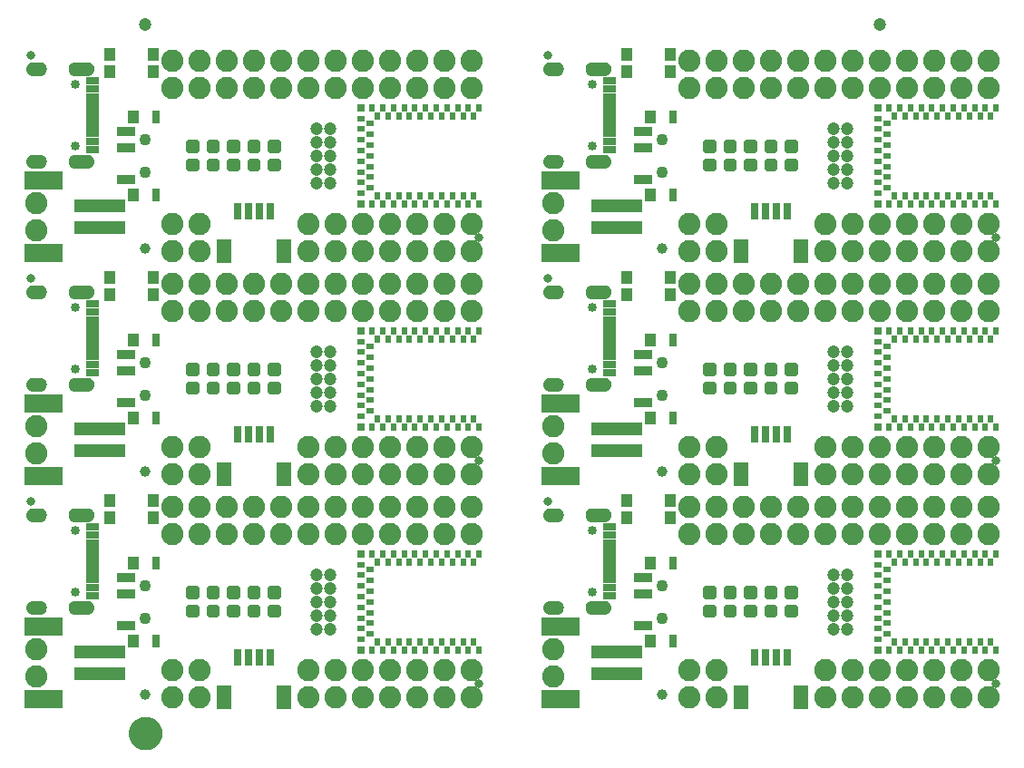
<source format=gts>
G75*
%MOIN*%
%OFA0B0*%
%FSLAX25Y25*%
%IPPOS*%
%LPD*%
%AMOC8*
5,1,8,0,0,1.08239X$1,22.5*
%
%ADD10C,0.01990*%
%ADD11R,0.04343X0.04737*%
%ADD12R,0.05524X0.08674*%
%ADD13R,0.03162X0.06115*%
%ADD14C,0.08200*%
%ADD15R,0.18910X0.04737*%
%ADD16R,0.14186X0.07099*%
%ADD17R,0.06706X0.03556*%
%ADD18R,0.03162X0.04737*%
%ADD19R,0.03950X0.04737*%
%ADD20C,0.04343*%
%ADD21C,0.03300*%
%ADD22R,0.02375X0.03162*%
%ADD23R,0.03162X0.03162*%
%ADD24R,0.03162X0.02375*%
%ADD25R,0.04800X0.01981*%
%ADD26R,0.04800X0.03162*%
%ADD27R,0.04800X0.02965*%
%ADD28C,0.03359*%
%ADD29C,0.00039*%
%ADD30C,0.04737*%
%ADD31C,0.03950*%
%ADD32C,0.05000*%
%ADD33C,0.06706*%
D10*
X0107877Y0092107D02*
X0110623Y0092107D01*
X0107877Y0092107D02*
X0107877Y0094853D01*
X0110623Y0094853D01*
X0110623Y0092107D01*
X0110623Y0093997D02*
X0107877Y0093997D01*
X0107877Y0099013D02*
X0110623Y0099013D01*
X0107877Y0099013D02*
X0107877Y0101759D01*
X0110623Y0101759D01*
X0110623Y0099013D01*
X0110623Y0100903D02*
X0107877Y0100903D01*
X0115377Y0099013D02*
X0118123Y0099013D01*
X0115377Y0099013D02*
X0115377Y0101759D01*
X0118123Y0101759D01*
X0118123Y0099013D01*
X0118123Y0100903D02*
X0115377Y0100903D01*
X0122877Y0099013D02*
X0125623Y0099013D01*
X0122877Y0099013D02*
X0122877Y0101759D01*
X0125623Y0101759D01*
X0125623Y0099013D01*
X0125623Y0100903D02*
X0122877Y0100903D01*
X0130377Y0099013D02*
X0133123Y0099013D01*
X0130377Y0099013D02*
X0130377Y0101759D01*
X0133123Y0101759D01*
X0133123Y0099013D01*
X0133123Y0100903D02*
X0130377Y0100903D01*
X0137877Y0099013D02*
X0140623Y0099013D01*
X0137877Y0099013D02*
X0137877Y0101759D01*
X0140623Y0101759D01*
X0140623Y0099013D01*
X0140623Y0100903D02*
X0137877Y0100903D01*
X0137877Y0092107D02*
X0140623Y0092107D01*
X0137877Y0092107D02*
X0137877Y0094853D01*
X0140623Y0094853D01*
X0140623Y0092107D01*
X0140623Y0093997D02*
X0137877Y0093997D01*
X0133123Y0092107D02*
X0130377Y0092107D01*
X0130377Y0094853D01*
X0133123Y0094853D01*
X0133123Y0092107D01*
X0133123Y0093997D02*
X0130377Y0093997D01*
X0125623Y0092107D02*
X0122877Y0092107D01*
X0122877Y0094853D01*
X0125623Y0094853D01*
X0125623Y0092107D01*
X0125623Y0093997D02*
X0122877Y0093997D01*
X0118123Y0092107D02*
X0115377Y0092107D01*
X0115377Y0094853D01*
X0118123Y0094853D01*
X0118123Y0092107D01*
X0118123Y0093997D02*
X0115377Y0093997D01*
X0115377Y0174107D02*
X0118123Y0174107D01*
X0115377Y0174107D02*
X0115377Y0176853D01*
X0118123Y0176853D01*
X0118123Y0174107D01*
X0118123Y0175997D02*
X0115377Y0175997D01*
X0110623Y0174107D02*
X0107877Y0174107D01*
X0107877Y0176853D01*
X0110623Y0176853D01*
X0110623Y0174107D01*
X0110623Y0175997D02*
X0107877Y0175997D01*
X0107877Y0181013D02*
X0110623Y0181013D01*
X0107877Y0181013D02*
X0107877Y0183759D01*
X0110623Y0183759D01*
X0110623Y0181013D01*
X0110623Y0182903D02*
X0107877Y0182903D01*
X0115377Y0181013D02*
X0118123Y0181013D01*
X0115377Y0181013D02*
X0115377Y0183759D01*
X0118123Y0183759D01*
X0118123Y0181013D01*
X0118123Y0182903D02*
X0115377Y0182903D01*
X0122877Y0181013D02*
X0125623Y0181013D01*
X0122877Y0181013D02*
X0122877Y0183759D01*
X0125623Y0183759D01*
X0125623Y0181013D01*
X0125623Y0182903D02*
X0122877Y0182903D01*
X0122877Y0174107D02*
X0125623Y0174107D01*
X0122877Y0174107D02*
X0122877Y0176853D01*
X0125623Y0176853D01*
X0125623Y0174107D01*
X0125623Y0175997D02*
X0122877Y0175997D01*
X0130377Y0174107D02*
X0133123Y0174107D01*
X0130377Y0174107D02*
X0130377Y0176853D01*
X0133123Y0176853D01*
X0133123Y0174107D01*
X0133123Y0175997D02*
X0130377Y0175997D01*
X0130377Y0181013D02*
X0133123Y0181013D01*
X0130377Y0181013D02*
X0130377Y0183759D01*
X0133123Y0183759D01*
X0133123Y0181013D01*
X0133123Y0182903D02*
X0130377Y0182903D01*
X0137877Y0181013D02*
X0140623Y0181013D01*
X0137877Y0181013D02*
X0137877Y0183759D01*
X0140623Y0183759D01*
X0140623Y0181013D01*
X0140623Y0182903D02*
X0137877Y0182903D01*
X0137877Y0174107D02*
X0140623Y0174107D01*
X0137877Y0174107D02*
X0137877Y0176853D01*
X0140623Y0176853D01*
X0140623Y0174107D01*
X0140623Y0175997D02*
X0137877Y0175997D01*
X0137877Y0256107D02*
X0140623Y0256107D01*
X0137877Y0256107D02*
X0137877Y0258853D01*
X0140623Y0258853D01*
X0140623Y0256107D01*
X0140623Y0257997D02*
X0137877Y0257997D01*
X0133123Y0256107D02*
X0130377Y0256107D01*
X0130377Y0258853D01*
X0133123Y0258853D01*
X0133123Y0256107D01*
X0133123Y0257997D02*
X0130377Y0257997D01*
X0125623Y0256107D02*
X0122877Y0256107D01*
X0122877Y0258853D01*
X0125623Y0258853D01*
X0125623Y0256107D01*
X0125623Y0257997D02*
X0122877Y0257997D01*
X0118123Y0256107D02*
X0115377Y0256107D01*
X0115377Y0258853D01*
X0118123Y0258853D01*
X0118123Y0256107D01*
X0118123Y0257997D02*
X0115377Y0257997D01*
X0110623Y0256107D02*
X0107877Y0256107D01*
X0107877Y0258853D01*
X0110623Y0258853D01*
X0110623Y0256107D01*
X0110623Y0257997D02*
X0107877Y0257997D01*
X0107877Y0263013D02*
X0110623Y0263013D01*
X0107877Y0263013D02*
X0107877Y0265759D01*
X0110623Y0265759D01*
X0110623Y0263013D01*
X0110623Y0264903D02*
X0107877Y0264903D01*
X0115377Y0263013D02*
X0118123Y0263013D01*
X0115377Y0263013D02*
X0115377Y0265759D01*
X0118123Y0265759D01*
X0118123Y0263013D01*
X0118123Y0264903D02*
X0115377Y0264903D01*
X0122877Y0263013D02*
X0125623Y0263013D01*
X0122877Y0263013D02*
X0122877Y0265759D01*
X0125623Y0265759D01*
X0125623Y0263013D01*
X0125623Y0264903D02*
X0122877Y0264903D01*
X0130377Y0263013D02*
X0133123Y0263013D01*
X0130377Y0263013D02*
X0130377Y0265759D01*
X0133123Y0265759D01*
X0133123Y0263013D01*
X0133123Y0264903D02*
X0130377Y0264903D01*
X0137877Y0263013D02*
X0140623Y0263013D01*
X0137877Y0263013D02*
X0137877Y0265759D01*
X0140623Y0265759D01*
X0140623Y0263013D01*
X0140623Y0264903D02*
X0137877Y0264903D01*
X0297877Y0263013D02*
X0300623Y0263013D01*
X0297877Y0263013D02*
X0297877Y0265759D01*
X0300623Y0265759D01*
X0300623Y0263013D01*
X0300623Y0264903D02*
X0297877Y0264903D01*
X0305377Y0263013D02*
X0308123Y0263013D01*
X0305377Y0263013D02*
X0305377Y0265759D01*
X0308123Y0265759D01*
X0308123Y0263013D01*
X0308123Y0264903D02*
X0305377Y0264903D01*
X0312877Y0263013D02*
X0315623Y0263013D01*
X0312877Y0263013D02*
X0312877Y0265759D01*
X0315623Y0265759D01*
X0315623Y0263013D01*
X0315623Y0264903D02*
X0312877Y0264903D01*
X0320377Y0263013D02*
X0323123Y0263013D01*
X0320377Y0263013D02*
X0320377Y0265759D01*
X0323123Y0265759D01*
X0323123Y0263013D01*
X0323123Y0264903D02*
X0320377Y0264903D01*
X0327877Y0263013D02*
X0330623Y0263013D01*
X0327877Y0263013D02*
X0327877Y0265759D01*
X0330623Y0265759D01*
X0330623Y0263013D01*
X0330623Y0264903D02*
X0327877Y0264903D01*
X0327877Y0256107D02*
X0330623Y0256107D01*
X0327877Y0256107D02*
X0327877Y0258853D01*
X0330623Y0258853D01*
X0330623Y0256107D01*
X0330623Y0257997D02*
X0327877Y0257997D01*
X0323123Y0256107D02*
X0320377Y0256107D01*
X0320377Y0258853D01*
X0323123Y0258853D01*
X0323123Y0256107D01*
X0323123Y0257997D02*
X0320377Y0257997D01*
X0315623Y0256107D02*
X0312877Y0256107D01*
X0312877Y0258853D01*
X0315623Y0258853D01*
X0315623Y0256107D01*
X0315623Y0257997D02*
X0312877Y0257997D01*
X0308123Y0256107D02*
X0305377Y0256107D01*
X0305377Y0258853D01*
X0308123Y0258853D01*
X0308123Y0256107D01*
X0308123Y0257997D02*
X0305377Y0257997D01*
X0300623Y0256107D02*
X0297877Y0256107D01*
X0297877Y0258853D01*
X0300623Y0258853D01*
X0300623Y0256107D01*
X0300623Y0257997D02*
X0297877Y0257997D01*
X0297877Y0181013D02*
X0300623Y0181013D01*
X0297877Y0181013D02*
X0297877Y0183759D01*
X0300623Y0183759D01*
X0300623Y0181013D01*
X0300623Y0182903D02*
X0297877Y0182903D01*
X0297877Y0174107D02*
X0300623Y0174107D01*
X0297877Y0174107D02*
X0297877Y0176853D01*
X0300623Y0176853D01*
X0300623Y0174107D01*
X0300623Y0175997D02*
X0297877Y0175997D01*
X0305377Y0174107D02*
X0308123Y0174107D01*
X0305377Y0174107D02*
X0305377Y0176853D01*
X0308123Y0176853D01*
X0308123Y0174107D01*
X0308123Y0175997D02*
X0305377Y0175997D01*
X0305377Y0181013D02*
X0308123Y0181013D01*
X0305377Y0181013D02*
X0305377Y0183759D01*
X0308123Y0183759D01*
X0308123Y0181013D01*
X0308123Y0182903D02*
X0305377Y0182903D01*
X0312877Y0181013D02*
X0315623Y0181013D01*
X0312877Y0181013D02*
X0312877Y0183759D01*
X0315623Y0183759D01*
X0315623Y0181013D01*
X0315623Y0182903D02*
X0312877Y0182903D01*
X0312877Y0174107D02*
X0315623Y0174107D01*
X0312877Y0174107D02*
X0312877Y0176853D01*
X0315623Y0176853D01*
X0315623Y0174107D01*
X0315623Y0175997D02*
X0312877Y0175997D01*
X0320377Y0174107D02*
X0323123Y0174107D01*
X0320377Y0174107D02*
X0320377Y0176853D01*
X0323123Y0176853D01*
X0323123Y0174107D01*
X0323123Y0175997D02*
X0320377Y0175997D01*
X0320377Y0181013D02*
X0323123Y0181013D01*
X0320377Y0181013D02*
X0320377Y0183759D01*
X0323123Y0183759D01*
X0323123Y0181013D01*
X0323123Y0182903D02*
X0320377Y0182903D01*
X0327877Y0181013D02*
X0330623Y0181013D01*
X0327877Y0181013D02*
X0327877Y0183759D01*
X0330623Y0183759D01*
X0330623Y0181013D01*
X0330623Y0182903D02*
X0327877Y0182903D01*
X0327877Y0174107D02*
X0330623Y0174107D01*
X0327877Y0174107D02*
X0327877Y0176853D01*
X0330623Y0176853D01*
X0330623Y0174107D01*
X0330623Y0175997D02*
X0327877Y0175997D01*
X0327877Y0099013D02*
X0330623Y0099013D01*
X0327877Y0099013D02*
X0327877Y0101759D01*
X0330623Y0101759D01*
X0330623Y0099013D01*
X0330623Y0100903D02*
X0327877Y0100903D01*
X0323123Y0099013D02*
X0320377Y0099013D01*
X0320377Y0101759D01*
X0323123Y0101759D01*
X0323123Y0099013D01*
X0323123Y0100903D02*
X0320377Y0100903D01*
X0315623Y0099013D02*
X0312877Y0099013D01*
X0312877Y0101759D01*
X0315623Y0101759D01*
X0315623Y0099013D01*
X0315623Y0100903D02*
X0312877Y0100903D01*
X0308123Y0099013D02*
X0305377Y0099013D01*
X0305377Y0101759D01*
X0308123Y0101759D01*
X0308123Y0099013D01*
X0308123Y0100903D02*
X0305377Y0100903D01*
X0300623Y0099013D02*
X0297877Y0099013D01*
X0297877Y0101759D01*
X0300623Y0101759D01*
X0300623Y0099013D01*
X0300623Y0100903D02*
X0297877Y0100903D01*
X0297877Y0092107D02*
X0300623Y0092107D01*
X0297877Y0092107D02*
X0297877Y0094853D01*
X0300623Y0094853D01*
X0300623Y0092107D01*
X0300623Y0093997D02*
X0297877Y0093997D01*
X0305377Y0092107D02*
X0308123Y0092107D01*
X0305377Y0092107D02*
X0305377Y0094853D01*
X0308123Y0094853D01*
X0308123Y0092107D01*
X0308123Y0093997D02*
X0305377Y0093997D01*
X0312877Y0092107D02*
X0315623Y0092107D01*
X0312877Y0092107D02*
X0312877Y0094853D01*
X0315623Y0094853D01*
X0315623Y0092107D01*
X0315623Y0093997D02*
X0312877Y0093997D01*
X0320377Y0092107D02*
X0323123Y0092107D01*
X0320377Y0092107D02*
X0320377Y0094853D01*
X0323123Y0094853D01*
X0323123Y0092107D01*
X0323123Y0093997D02*
X0320377Y0093997D01*
X0327877Y0092107D02*
X0330623Y0092107D01*
X0327877Y0092107D02*
X0327877Y0094853D01*
X0330623Y0094853D01*
X0330623Y0092107D01*
X0330623Y0093997D02*
X0327877Y0093997D01*
D11*
X0284821Y0127783D03*
X0284821Y0134083D03*
X0268679Y0134083D03*
X0268679Y0127783D03*
X0268679Y0209783D03*
X0268679Y0216083D03*
X0284821Y0216083D03*
X0284821Y0209783D03*
X0284821Y0291783D03*
X0284821Y0298083D03*
X0268679Y0298083D03*
X0268679Y0291783D03*
X0094821Y0291783D03*
X0094821Y0298083D03*
X0078679Y0298083D03*
X0078679Y0291783D03*
X0078679Y0216083D03*
X0078679Y0209783D03*
X0094821Y0209783D03*
X0094821Y0216083D03*
X0094821Y0134083D03*
X0094821Y0127783D03*
X0078679Y0127783D03*
X0078679Y0134083D03*
D12*
X0120726Y0143965D03*
X0142774Y0143965D03*
X0142774Y0061965D03*
X0120726Y0061965D03*
X0310726Y0061965D03*
X0332774Y0061965D03*
X0332774Y0143965D03*
X0310726Y0143965D03*
X0310726Y0225965D03*
X0332774Y0225965D03*
X0142774Y0225965D03*
X0120726Y0225965D03*
D13*
X0125844Y0240433D03*
X0129781Y0240433D03*
X0133719Y0240433D03*
X0137656Y0240433D03*
X0137656Y0158433D03*
X0133719Y0158433D03*
X0129781Y0158433D03*
X0125844Y0158433D03*
X0125844Y0076433D03*
X0129781Y0076433D03*
X0133719Y0076433D03*
X0137656Y0076433D03*
X0315844Y0076433D03*
X0319781Y0076433D03*
X0323719Y0076433D03*
X0327656Y0076433D03*
X0327656Y0158433D03*
X0323719Y0158433D03*
X0319781Y0158433D03*
X0315844Y0158433D03*
X0315844Y0240433D03*
X0319781Y0240433D03*
X0323719Y0240433D03*
X0327656Y0240433D03*
D14*
X0341750Y0235933D03*
X0351750Y0235933D03*
X0361750Y0235933D03*
X0371750Y0235933D03*
X0381750Y0235933D03*
X0381750Y0225933D03*
X0371750Y0225933D03*
X0361750Y0225933D03*
X0351750Y0225933D03*
X0341750Y0225933D03*
X0341750Y0213933D03*
X0351750Y0213933D03*
X0361750Y0213933D03*
X0371750Y0213933D03*
X0381750Y0213933D03*
X0391750Y0213933D03*
X0401750Y0213933D03*
X0401750Y0203933D03*
X0391750Y0203933D03*
X0381750Y0203933D03*
X0371750Y0203933D03*
X0361750Y0203933D03*
X0351750Y0203933D03*
X0341750Y0203933D03*
X0331750Y0203933D03*
X0321750Y0203933D03*
X0311750Y0203933D03*
X0301750Y0203933D03*
X0291750Y0203933D03*
X0291750Y0213933D03*
X0301750Y0213933D03*
X0311750Y0213933D03*
X0321750Y0213933D03*
X0331750Y0213933D03*
X0301750Y0225933D03*
X0291750Y0225933D03*
X0291750Y0235933D03*
X0301750Y0235933D03*
X0241750Y0233433D03*
X0241750Y0243433D03*
X0211750Y0235933D03*
X0201750Y0235933D03*
X0191750Y0235933D03*
X0191750Y0225933D03*
X0201750Y0225933D03*
X0211750Y0225933D03*
X0211750Y0213933D03*
X0201750Y0213933D03*
X0191750Y0213933D03*
X0181750Y0213933D03*
X0171750Y0213933D03*
X0161750Y0213933D03*
X0151750Y0213933D03*
X0141750Y0213933D03*
X0131750Y0213933D03*
X0121750Y0213933D03*
X0111750Y0213933D03*
X0101750Y0213933D03*
X0101750Y0203933D03*
X0111750Y0203933D03*
X0121750Y0203933D03*
X0131750Y0203933D03*
X0141750Y0203933D03*
X0151750Y0203933D03*
X0161750Y0203933D03*
X0171750Y0203933D03*
X0181750Y0203933D03*
X0191750Y0203933D03*
X0201750Y0203933D03*
X0211750Y0203933D03*
X0181750Y0225933D03*
X0171750Y0225933D03*
X0161750Y0225933D03*
X0151750Y0225933D03*
X0151750Y0235933D03*
X0161750Y0235933D03*
X0171750Y0235933D03*
X0181750Y0235933D03*
X0111750Y0235933D03*
X0101750Y0235933D03*
X0101750Y0225933D03*
X0111750Y0225933D03*
X0051750Y0233433D03*
X0051750Y0243433D03*
X0101750Y0285933D03*
X0111750Y0285933D03*
X0121750Y0285933D03*
X0131750Y0285933D03*
X0141750Y0285933D03*
X0151750Y0285933D03*
X0161750Y0285933D03*
X0171750Y0285933D03*
X0181750Y0285933D03*
X0191750Y0285933D03*
X0201750Y0285933D03*
X0211750Y0285933D03*
X0211750Y0295933D03*
X0201750Y0295933D03*
X0191750Y0295933D03*
X0181750Y0295933D03*
X0171750Y0295933D03*
X0161750Y0295933D03*
X0151750Y0295933D03*
X0141750Y0295933D03*
X0131750Y0295933D03*
X0121750Y0295933D03*
X0111750Y0295933D03*
X0101750Y0295933D03*
X0291750Y0295933D03*
X0301750Y0295933D03*
X0311750Y0295933D03*
X0321750Y0295933D03*
X0331750Y0295933D03*
X0331750Y0285933D03*
X0321750Y0285933D03*
X0311750Y0285933D03*
X0301750Y0285933D03*
X0291750Y0285933D03*
X0341750Y0285933D03*
X0351750Y0285933D03*
X0361750Y0285933D03*
X0371750Y0285933D03*
X0381750Y0285933D03*
X0391750Y0285933D03*
X0401750Y0285933D03*
X0401750Y0295933D03*
X0391750Y0295933D03*
X0381750Y0295933D03*
X0371750Y0295933D03*
X0361750Y0295933D03*
X0351750Y0295933D03*
X0341750Y0295933D03*
X0391750Y0235933D03*
X0401750Y0235933D03*
X0401750Y0225933D03*
X0391750Y0225933D03*
X0391750Y0153933D03*
X0401750Y0153933D03*
X0401750Y0143933D03*
X0391750Y0143933D03*
X0381750Y0143933D03*
X0371750Y0143933D03*
X0361750Y0143933D03*
X0351750Y0143933D03*
X0341750Y0143933D03*
X0341750Y0153933D03*
X0351750Y0153933D03*
X0361750Y0153933D03*
X0371750Y0153933D03*
X0381750Y0153933D03*
X0381750Y0131933D03*
X0371750Y0131933D03*
X0361750Y0131933D03*
X0351750Y0131933D03*
X0341750Y0131933D03*
X0341750Y0121933D03*
X0351750Y0121933D03*
X0361750Y0121933D03*
X0371750Y0121933D03*
X0381750Y0121933D03*
X0391750Y0121933D03*
X0401750Y0121933D03*
X0401750Y0131933D03*
X0391750Y0131933D03*
X0331750Y0131933D03*
X0321750Y0131933D03*
X0311750Y0131933D03*
X0301750Y0131933D03*
X0291750Y0131933D03*
X0291750Y0121933D03*
X0301750Y0121933D03*
X0311750Y0121933D03*
X0321750Y0121933D03*
X0331750Y0121933D03*
X0301750Y0143933D03*
X0291750Y0143933D03*
X0291750Y0153933D03*
X0301750Y0153933D03*
X0241750Y0151433D03*
X0241750Y0161433D03*
X0211750Y0153933D03*
X0201750Y0153933D03*
X0191750Y0153933D03*
X0181750Y0153933D03*
X0171750Y0153933D03*
X0161750Y0153933D03*
X0151750Y0153933D03*
X0151750Y0143933D03*
X0161750Y0143933D03*
X0171750Y0143933D03*
X0181750Y0143933D03*
X0191750Y0143933D03*
X0201750Y0143933D03*
X0211750Y0143933D03*
X0211750Y0131933D03*
X0201750Y0131933D03*
X0191750Y0131933D03*
X0191750Y0121933D03*
X0201750Y0121933D03*
X0211750Y0121933D03*
X0181750Y0121933D03*
X0171750Y0121933D03*
X0161750Y0121933D03*
X0151750Y0121933D03*
X0141750Y0121933D03*
X0131750Y0121933D03*
X0121750Y0121933D03*
X0111750Y0121933D03*
X0101750Y0121933D03*
X0101750Y0131933D03*
X0111750Y0131933D03*
X0121750Y0131933D03*
X0131750Y0131933D03*
X0141750Y0131933D03*
X0151750Y0131933D03*
X0161750Y0131933D03*
X0171750Y0131933D03*
X0181750Y0131933D03*
X0111750Y0143933D03*
X0101750Y0143933D03*
X0101750Y0153933D03*
X0111750Y0153933D03*
X0051750Y0151433D03*
X0051750Y0161433D03*
X0051750Y0079433D03*
X0051750Y0069433D03*
X0101750Y0071933D03*
X0111750Y0071933D03*
X0111750Y0061933D03*
X0101750Y0061933D03*
X0151750Y0061933D03*
X0161750Y0061933D03*
X0171750Y0061933D03*
X0181750Y0061933D03*
X0191750Y0061933D03*
X0201750Y0061933D03*
X0211750Y0061933D03*
X0211750Y0071933D03*
X0201750Y0071933D03*
X0191750Y0071933D03*
X0181750Y0071933D03*
X0171750Y0071933D03*
X0161750Y0071933D03*
X0151750Y0071933D03*
X0241750Y0069433D03*
X0241750Y0079433D03*
X0291750Y0071933D03*
X0301750Y0071933D03*
X0301750Y0061933D03*
X0291750Y0061933D03*
X0341750Y0061933D03*
X0351750Y0061933D03*
X0361750Y0061933D03*
X0371750Y0061933D03*
X0381750Y0061933D03*
X0391750Y0061933D03*
X0401750Y0061933D03*
X0401750Y0071933D03*
X0391750Y0071933D03*
X0381750Y0071933D03*
X0371750Y0071933D03*
X0361750Y0071933D03*
X0351750Y0071933D03*
X0341750Y0071933D03*
D15*
X0264917Y0070596D03*
X0264917Y0078470D03*
X0264917Y0152596D03*
X0264917Y0160470D03*
X0264917Y0234596D03*
X0264917Y0242470D03*
X0074917Y0242470D03*
X0074917Y0234596D03*
X0074917Y0160470D03*
X0074917Y0152596D03*
X0074917Y0078470D03*
X0074917Y0070596D03*
D16*
X0054444Y0061147D03*
X0054444Y0087919D03*
X0054444Y0143147D03*
X0054444Y0169919D03*
X0054444Y0225147D03*
X0054444Y0251919D03*
X0244444Y0251919D03*
X0244444Y0225147D03*
X0244444Y0169919D03*
X0244444Y0143147D03*
X0244444Y0087919D03*
X0244444Y0061147D03*
D17*
X0274860Y0088075D03*
X0274860Y0099886D03*
X0274860Y0105791D03*
X0274860Y0170075D03*
X0274860Y0181886D03*
X0274860Y0187791D03*
X0274860Y0252075D03*
X0274860Y0263886D03*
X0274860Y0269791D03*
X0084860Y0269791D03*
X0084860Y0263886D03*
X0084860Y0252075D03*
X0084860Y0187791D03*
X0084860Y0181886D03*
X0084860Y0170075D03*
X0084860Y0105791D03*
X0084860Y0099886D03*
X0084860Y0088075D03*
D18*
X0095687Y0082563D03*
X0095687Y0111303D03*
X0095687Y0164563D03*
X0095687Y0193303D03*
X0095687Y0246563D03*
X0095687Y0275303D03*
X0285687Y0275303D03*
X0285687Y0246563D03*
X0285687Y0193303D03*
X0285687Y0164563D03*
X0285687Y0111303D03*
X0285687Y0082563D03*
D19*
X0277419Y0082563D03*
X0277419Y0111303D03*
X0277419Y0164563D03*
X0277419Y0193303D03*
X0277419Y0246563D03*
X0277419Y0275303D03*
X0087419Y0275303D03*
X0087419Y0246563D03*
X0087419Y0193303D03*
X0087419Y0164563D03*
X0087419Y0111303D03*
X0087419Y0082563D03*
D20*
X0091750Y0091028D03*
X0091750Y0102839D03*
X0091750Y0173028D03*
X0091750Y0184839D03*
X0091750Y0255028D03*
X0091750Y0266839D03*
X0281750Y0266839D03*
X0281750Y0255028D03*
X0281750Y0184839D03*
X0281750Y0173028D03*
X0281750Y0102839D03*
X0281750Y0091028D03*
D21*
X0214250Y0066933D03*
X0239750Y0133933D03*
X0214250Y0148933D03*
X0239750Y0215933D03*
X0214250Y0230933D03*
X0239750Y0297933D03*
X0404250Y0230933D03*
X0404250Y0148933D03*
X0404250Y0066933D03*
X0049750Y0133933D03*
X0049750Y0215933D03*
X0049750Y0297933D03*
D22*
X0175096Y0278650D03*
X0177065Y0275500D03*
X0179033Y0278650D03*
X0181002Y0275500D03*
X0182970Y0278650D03*
X0184939Y0275500D03*
X0186907Y0278650D03*
X0188876Y0275500D03*
X0190844Y0278650D03*
X0192813Y0275500D03*
X0194781Y0278650D03*
X0196750Y0275500D03*
X0198719Y0278650D03*
X0200687Y0275500D03*
X0202656Y0278650D03*
X0204624Y0275500D03*
X0206593Y0278650D03*
X0208561Y0275500D03*
X0210530Y0278650D03*
X0212498Y0275500D03*
X0214467Y0278650D03*
X0212498Y0246366D03*
X0210530Y0243217D03*
X0208561Y0246366D03*
X0206593Y0243217D03*
X0204624Y0246366D03*
X0202656Y0243217D03*
X0200687Y0246366D03*
X0198719Y0243217D03*
X0196750Y0246366D03*
X0194781Y0243217D03*
X0192813Y0246366D03*
X0190844Y0243217D03*
X0188876Y0246366D03*
X0186907Y0243217D03*
X0184939Y0246366D03*
X0182970Y0243217D03*
X0181002Y0246366D03*
X0179033Y0243217D03*
X0177065Y0246366D03*
X0175096Y0243217D03*
X0214467Y0243217D03*
X0214467Y0196650D03*
X0212498Y0193500D03*
X0210530Y0196650D03*
X0208561Y0193500D03*
X0206593Y0196650D03*
X0204624Y0193500D03*
X0202656Y0196650D03*
X0200687Y0193500D03*
X0198719Y0196650D03*
X0196750Y0193500D03*
X0194781Y0196650D03*
X0192813Y0193500D03*
X0190844Y0196650D03*
X0188876Y0193500D03*
X0186907Y0196650D03*
X0184939Y0193500D03*
X0182970Y0196650D03*
X0181002Y0193500D03*
X0179033Y0196650D03*
X0177065Y0193500D03*
X0175096Y0196650D03*
X0177065Y0164366D03*
X0179033Y0161217D03*
X0181002Y0164366D03*
X0182970Y0161217D03*
X0184939Y0164366D03*
X0186907Y0161217D03*
X0188876Y0164366D03*
X0190844Y0161217D03*
X0192813Y0164366D03*
X0194781Y0161217D03*
X0196750Y0164366D03*
X0198719Y0161217D03*
X0200687Y0164366D03*
X0202656Y0161217D03*
X0204624Y0164366D03*
X0206593Y0161217D03*
X0208561Y0164366D03*
X0210530Y0161217D03*
X0212498Y0164366D03*
X0214467Y0161217D03*
X0175096Y0161217D03*
X0175096Y0114650D03*
X0177065Y0111500D03*
X0179033Y0114650D03*
X0181002Y0111500D03*
X0182970Y0114650D03*
X0184939Y0111500D03*
X0186907Y0114650D03*
X0188876Y0111500D03*
X0190844Y0114650D03*
X0192813Y0111500D03*
X0194781Y0114650D03*
X0196750Y0111500D03*
X0198719Y0114650D03*
X0200687Y0111500D03*
X0202656Y0114650D03*
X0204624Y0111500D03*
X0206593Y0114650D03*
X0208561Y0111500D03*
X0210530Y0114650D03*
X0212498Y0111500D03*
X0214467Y0114650D03*
X0212498Y0082366D03*
X0210530Y0079217D03*
X0208561Y0082366D03*
X0206593Y0079217D03*
X0204624Y0082366D03*
X0202656Y0079217D03*
X0200687Y0082366D03*
X0198719Y0079217D03*
X0196750Y0082366D03*
X0194781Y0079217D03*
X0192813Y0082366D03*
X0190844Y0079217D03*
X0188876Y0082366D03*
X0186907Y0079217D03*
X0184939Y0082366D03*
X0182970Y0079217D03*
X0181002Y0082366D03*
X0179033Y0079217D03*
X0177065Y0082366D03*
X0175096Y0079217D03*
X0214467Y0079217D03*
X0365096Y0079217D03*
X0367065Y0082366D03*
X0369033Y0079217D03*
X0371002Y0082366D03*
X0372970Y0079217D03*
X0374939Y0082366D03*
X0376907Y0079217D03*
X0378876Y0082366D03*
X0380844Y0079217D03*
X0382813Y0082366D03*
X0384781Y0079217D03*
X0386750Y0082366D03*
X0388719Y0079217D03*
X0390687Y0082366D03*
X0392656Y0079217D03*
X0394624Y0082366D03*
X0396593Y0079217D03*
X0398561Y0082366D03*
X0400530Y0079217D03*
X0402498Y0082366D03*
X0404467Y0079217D03*
X0402498Y0111500D03*
X0400530Y0114650D03*
X0398561Y0111500D03*
X0396593Y0114650D03*
X0394624Y0111500D03*
X0392656Y0114650D03*
X0390687Y0111500D03*
X0388719Y0114650D03*
X0386750Y0111500D03*
X0384781Y0114650D03*
X0382813Y0111500D03*
X0380844Y0114650D03*
X0378876Y0111500D03*
X0376907Y0114650D03*
X0374939Y0111500D03*
X0372970Y0114650D03*
X0371002Y0111500D03*
X0369033Y0114650D03*
X0367065Y0111500D03*
X0365096Y0114650D03*
X0404467Y0114650D03*
X0404467Y0161217D03*
X0402498Y0164366D03*
X0400530Y0161217D03*
X0398561Y0164366D03*
X0396593Y0161217D03*
X0394624Y0164366D03*
X0392656Y0161217D03*
X0390687Y0164366D03*
X0388719Y0161217D03*
X0386750Y0164366D03*
X0384781Y0161217D03*
X0382813Y0164366D03*
X0380844Y0161217D03*
X0378876Y0164366D03*
X0376907Y0161217D03*
X0374939Y0164366D03*
X0372970Y0161217D03*
X0371002Y0164366D03*
X0369033Y0161217D03*
X0367065Y0164366D03*
X0365096Y0161217D03*
X0367065Y0193500D03*
X0369033Y0196650D03*
X0371002Y0193500D03*
X0372970Y0196650D03*
X0374939Y0193500D03*
X0376907Y0196650D03*
X0378876Y0193500D03*
X0380844Y0196650D03*
X0382813Y0193500D03*
X0384781Y0196650D03*
X0386750Y0193500D03*
X0388719Y0196650D03*
X0390687Y0193500D03*
X0392656Y0196650D03*
X0394624Y0193500D03*
X0396593Y0196650D03*
X0398561Y0193500D03*
X0400530Y0196650D03*
X0402498Y0193500D03*
X0404467Y0196650D03*
X0365096Y0196650D03*
X0365096Y0243217D03*
X0367065Y0246366D03*
X0369033Y0243217D03*
X0371002Y0246366D03*
X0372970Y0243217D03*
X0374939Y0246366D03*
X0376907Y0243217D03*
X0378876Y0246366D03*
X0380844Y0243217D03*
X0382813Y0246366D03*
X0384781Y0243217D03*
X0386750Y0246366D03*
X0388719Y0243217D03*
X0390687Y0246366D03*
X0392656Y0243217D03*
X0394624Y0246366D03*
X0396593Y0243217D03*
X0398561Y0246366D03*
X0400530Y0243217D03*
X0402498Y0246366D03*
X0404467Y0243217D03*
X0402498Y0275500D03*
X0400530Y0278650D03*
X0398561Y0275500D03*
X0396593Y0278650D03*
X0394624Y0275500D03*
X0392656Y0278650D03*
X0390687Y0275500D03*
X0388719Y0278650D03*
X0386750Y0275500D03*
X0384781Y0278650D03*
X0382813Y0275500D03*
X0380844Y0278650D03*
X0378876Y0275500D03*
X0376907Y0278650D03*
X0374939Y0275500D03*
X0372970Y0278650D03*
X0371002Y0275500D03*
X0369033Y0278650D03*
X0367065Y0275500D03*
X0365096Y0278650D03*
X0404467Y0278650D03*
D23*
X0361159Y0278650D03*
X0361159Y0243217D03*
X0361159Y0196650D03*
X0361159Y0161217D03*
X0361159Y0114650D03*
X0361159Y0079217D03*
X0171159Y0079217D03*
X0171159Y0114650D03*
X0171159Y0161217D03*
X0171159Y0196650D03*
X0171159Y0243217D03*
X0171159Y0278650D03*
D24*
X0171159Y0274713D03*
X0174309Y0272744D03*
X0171159Y0270776D03*
X0174309Y0268807D03*
X0171159Y0266839D03*
X0174309Y0264870D03*
X0171159Y0262902D03*
X0174309Y0260933D03*
X0171159Y0258965D03*
X0174309Y0256996D03*
X0171159Y0255028D03*
X0174309Y0253059D03*
X0171159Y0251091D03*
X0174309Y0249122D03*
X0171159Y0247154D03*
X0171159Y0192713D03*
X0174309Y0190744D03*
X0171159Y0188776D03*
X0174309Y0186807D03*
X0171159Y0184839D03*
X0174309Y0182870D03*
X0171159Y0180902D03*
X0174309Y0178933D03*
X0171159Y0176965D03*
X0174309Y0174996D03*
X0171159Y0173028D03*
X0174309Y0171059D03*
X0171159Y0169091D03*
X0174309Y0167122D03*
X0171159Y0165154D03*
X0171159Y0110713D03*
X0174309Y0108744D03*
X0171159Y0106776D03*
X0174309Y0104807D03*
X0171159Y0102839D03*
X0174309Y0100870D03*
X0171159Y0098902D03*
X0174309Y0096933D03*
X0171159Y0094965D03*
X0174309Y0092996D03*
X0171159Y0091028D03*
X0174309Y0089059D03*
X0171159Y0087091D03*
X0174309Y0085122D03*
X0171159Y0083154D03*
X0361159Y0083154D03*
X0364309Y0085122D03*
X0361159Y0087091D03*
X0364309Y0089059D03*
X0361159Y0091028D03*
X0364309Y0092996D03*
X0361159Y0094965D03*
X0364309Y0096933D03*
X0361159Y0098902D03*
X0364309Y0100870D03*
X0361159Y0102839D03*
X0364309Y0104807D03*
X0361159Y0106776D03*
X0364309Y0108744D03*
X0361159Y0110713D03*
X0361159Y0165154D03*
X0364309Y0167122D03*
X0361159Y0169091D03*
X0364309Y0171059D03*
X0361159Y0173028D03*
X0364309Y0174996D03*
X0361159Y0176965D03*
X0364309Y0178933D03*
X0361159Y0180902D03*
X0364309Y0182870D03*
X0361159Y0184839D03*
X0364309Y0186807D03*
X0361159Y0188776D03*
X0364309Y0190744D03*
X0361159Y0192713D03*
X0361159Y0247154D03*
X0364309Y0249122D03*
X0361159Y0251091D03*
X0364309Y0253059D03*
X0361159Y0255028D03*
X0364309Y0256996D03*
X0361159Y0258965D03*
X0364309Y0260933D03*
X0361159Y0262902D03*
X0364309Y0264870D03*
X0361159Y0266839D03*
X0364309Y0268807D03*
X0361159Y0270776D03*
X0364309Y0272744D03*
X0361159Y0274713D03*
D25*
X0262356Y0274949D03*
X0262356Y0276917D03*
X0262356Y0278886D03*
X0262356Y0280854D03*
X0262356Y0282823D03*
X0262356Y0272980D03*
X0262356Y0271012D03*
X0262356Y0269043D03*
X0262356Y0200823D03*
X0262356Y0198854D03*
X0262356Y0196886D03*
X0262356Y0194917D03*
X0262356Y0192949D03*
X0262356Y0190980D03*
X0262356Y0189012D03*
X0262356Y0187043D03*
X0262356Y0118823D03*
X0262356Y0116854D03*
X0262356Y0114886D03*
X0262356Y0112917D03*
X0262356Y0110949D03*
X0262356Y0108980D03*
X0262356Y0107012D03*
X0262356Y0105043D03*
X0072356Y0105043D03*
X0072356Y0107012D03*
X0072356Y0108980D03*
X0072356Y0110949D03*
X0072356Y0112917D03*
X0072356Y0114886D03*
X0072356Y0116854D03*
X0072356Y0118823D03*
X0072356Y0187043D03*
X0072356Y0189012D03*
X0072356Y0190980D03*
X0072356Y0192949D03*
X0072356Y0194917D03*
X0072356Y0196886D03*
X0072356Y0198854D03*
X0072356Y0200823D03*
X0072356Y0269043D03*
X0072356Y0271012D03*
X0072356Y0272980D03*
X0072356Y0274949D03*
X0072356Y0276917D03*
X0072356Y0278886D03*
X0072356Y0280854D03*
X0072356Y0282823D03*
D26*
X0072356Y0288630D03*
X0072356Y0263236D03*
X0072356Y0206630D03*
X0072356Y0181236D03*
X0072356Y0124630D03*
X0072356Y0099236D03*
X0262356Y0099236D03*
X0262356Y0124630D03*
X0262356Y0181236D03*
X0262356Y0206630D03*
X0262356Y0263236D03*
X0262356Y0288630D03*
D27*
X0262356Y0285579D03*
X0262356Y0266287D03*
X0262356Y0203579D03*
X0262356Y0184287D03*
X0262356Y0121579D03*
X0262356Y0102287D03*
X0072356Y0102287D03*
X0072356Y0121579D03*
X0072356Y0184287D03*
X0072356Y0203579D03*
X0072356Y0266287D03*
X0072356Y0285579D03*
D28*
X0066061Y0287311D03*
X0066061Y0264555D03*
X0066061Y0205311D03*
X0066061Y0182555D03*
X0066061Y0123311D03*
X0066061Y0100555D03*
X0256061Y0100555D03*
X0256061Y0123311D03*
X0256061Y0182555D03*
X0256061Y0205311D03*
X0256061Y0264555D03*
X0256061Y0287311D03*
D29*
X0255766Y0290579D02*
X0255267Y0290659D01*
X0254799Y0290849D01*
X0254384Y0291138D01*
X0254044Y0291512D01*
X0253796Y0291952D01*
X0253652Y0292437D01*
X0253620Y0292941D01*
X0253652Y0293445D01*
X0253796Y0293930D01*
X0254044Y0294370D01*
X0254384Y0294744D01*
X0254799Y0295033D01*
X0255267Y0295223D01*
X0255766Y0295303D01*
X0260490Y0295303D01*
X0260932Y0295242D01*
X0261353Y0295096D01*
X0261738Y0294871D01*
X0262072Y0294575D01*
X0262341Y0294219D01*
X0262536Y0293818D01*
X0262649Y0293386D01*
X0262675Y0292941D01*
X0262649Y0292496D01*
X0262536Y0292064D01*
X0262341Y0291663D01*
X0262072Y0291307D01*
X0261738Y0291011D01*
X0261353Y0290786D01*
X0260932Y0290640D01*
X0260490Y0290579D01*
X0255766Y0290579D01*
X0255724Y0290586D02*
X0260539Y0290586D01*
X0260814Y0290623D02*
X0255489Y0290623D01*
X0255262Y0290661D02*
X0260994Y0290661D01*
X0261104Y0290699D02*
X0255169Y0290699D01*
X0255075Y0290737D02*
X0261213Y0290737D01*
X0261322Y0290775D02*
X0254981Y0290775D01*
X0254888Y0290813D02*
X0261400Y0290813D01*
X0261464Y0290851D02*
X0254796Y0290851D01*
X0254742Y0290889D02*
X0261529Y0290889D01*
X0261594Y0290926D02*
X0254687Y0290926D01*
X0254633Y0290964D02*
X0261659Y0290964D01*
X0261723Y0291002D02*
X0254579Y0291002D01*
X0254524Y0291040D02*
X0261771Y0291040D01*
X0261814Y0291078D02*
X0254470Y0291078D01*
X0254416Y0291116D02*
X0261856Y0291116D01*
X0261899Y0291154D02*
X0254370Y0291154D01*
X0254335Y0291192D02*
X0261942Y0291192D01*
X0261984Y0291230D02*
X0254301Y0291230D01*
X0254267Y0291267D02*
X0262027Y0291267D01*
X0262070Y0291305D02*
X0254232Y0291305D01*
X0254198Y0291343D02*
X0262099Y0291343D01*
X0262128Y0291381D02*
X0254163Y0291381D01*
X0254129Y0291419D02*
X0262156Y0291419D01*
X0262185Y0291457D02*
X0254094Y0291457D01*
X0254060Y0291495D02*
X0262214Y0291495D01*
X0262243Y0291533D02*
X0254033Y0291533D01*
X0254011Y0291570D02*
X0262271Y0291570D01*
X0262300Y0291608D02*
X0253990Y0291608D01*
X0253969Y0291646D02*
X0262329Y0291646D01*
X0262352Y0291684D02*
X0253947Y0291684D01*
X0253926Y0291722D02*
X0262370Y0291722D01*
X0262388Y0291760D02*
X0253905Y0291760D01*
X0253883Y0291798D02*
X0262407Y0291798D01*
X0262425Y0291836D02*
X0253862Y0291836D01*
X0253841Y0291873D02*
X0262443Y0291873D01*
X0262462Y0291911D02*
X0253819Y0291911D01*
X0253798Y0291949D02*
X0262480Y0291949D01*
X0262499Y0291987D02*
X0253786Y0291987D01*
X0253775Y0292025D02*
X0262517Y0292025D01*
X0262535Y0292063D02*
X0253763Y0292063D01*
X0253752Y0292101D02*
X0262546Y0292101D01*
X0262556Y0292139D02*
X0253741Y0292139D01*
X0253730Y0292177D02*
X0262565Y0292177D01*
X0262575Y0292214D02*
X0253718Y0292214D01*
X0253707Y0292252D02*
X0262585Y0292252D01*
X0262595Y0292290D02*
X0253696Y0292290D01*
X0253685Y0292328D02*
X0262605Y0292328D01*
X0262615Y0292366D02*
X0253673Y0292366D01*
X0253662Y0292404D02*
X0262625Y0292404D01*
X0262635Y0292442D02*
X0253652Y0292442D01*
X0253650Y0292480D02*
X0262645Y0292480D01*
X0262650Y0292517D02*
X0253647Y0292517D01*
X0253645Y0292555D02*
X0262652Y0292555D01*
X0262655Y0292593D02*
X0253642Y0292593D01*
X0253640Y0292631D02*
X0262657Y0292631D01*
X0262659Y0292669D02*
X0253638Y0292669D01*
X0253635Y0292707D02*
X0262661Y0292707D01*
X0262664Y0292745D02*
X0253633Y0292745D01*
X0253630Y0292783D02*
X0262666Y0292783D01*
X0262668Y0292821D02*
X0253628Y0292821D01*
X0253625Y0292858D02*
X0262670Y0292858D01*
X0262673Y0292896D02*
X0253623Y0292896D01*
X0253621Y0292934D02*
X0262675Y0292934D01*
X0262673Y0292972D02*
X0253622Y0292972D01*
X0253625Y0293010D02*
X0262671Y0293010D01*
X0262669Y0293048D02*
X0253627Y0293048D01*
X0253629Y0293086D02*
X0262667Y0293086D01*
X0262664Y0293124D02*
X0253632Y0293124D01*
X0253634Y0293161D02*
X0262662Y0293161D01*
X0262660Y0293199D02*
X0253637Y0293199D01*
X0253639Y0293237D02*
X0262658Y0293237D01*
X0262655Y0293275D02*
X0253642Y0293275D01*
X0253644Y0293313D02*
X0262653Y0293313D01*
X0262651Y0293351D02*
X0253646Y0293351D01*
X0253649Y0293389D02*
X0262648Y0293389D01*
X0262638Y0293427D02*
X0253651Y0293427D01*
X0253658Y0293465D02*
X0262628Y0293465D01*
X0262618Y0293502D02*
X0253669Y0293502D01*
X0253681Y0293540D02*
X0262609Y0293540D01*
X0262599Y0293578D02*
X0253692Y0293578D01*
X0253703Y0293616D02*
X0262589Y0293616D01*
X0262579Y0293654D02*
X0253714Y0293654D01*
X0253726Y0293692D02*
X0262569Y0293692D01*
X0262559Y0293730D02*
X0253737Y0293730D01*
X0253748Y0293768D02*
X0262549Y0293768D01*
X0262539Y0293805D02*
X0253759Y0293805D01*
X0253771Y0293843D02*
X0262524Y0293843D01*
X0262505Y0293881D02*
X0253782Y0293881D01*
X0253793Y0293919D02*
X0262487Y0293919D01*
X0262468Y0293957D02*
X0253812Y0293957D01*
X0253833Y0293995D02*
X0262450Y0293995D01*
X0262432Y0294033D02*
X0253854Y0294033D01*
X0253876Y0294071D02*
X0262413Y0294071D01*
X0262395Y0294109D02*
X0253897Y0294109D01*
X0253918Y0294146D02*
X0262377Y0294146D01*
X0262358Y0294184D02*
X0253940Y0294184D01*
X0253961Y0294222D02*
X0262339Y0294222D01*
X0262310Y0294260D02*
X0253982Y0294260D01*
X0254004Y0294298D02*
X0262281Y0294298D01*
X0262253Y0294336D02*
X0254025Y0294336D01*
X0254048Y0294374D02*
X0262224Y0294374D01*
X0262195Y0294412D02*
X0254082Y0294412D01*
X0254117Y0294449D02*
X0262167Y0294449D01*
X0262138Y0294487D02*
X0254151Y0294487D01*
X0254185Y0294525D02*
X0262109Y0294525D01*
X0262081Y0294563D02*
X0254220Y0294563D01*
X0254254Y0294601D02*
X0262042Y0294601D01*
X0262000Y0294639D02*
X0254289Y0294639D01*
X0254323Y0294677D02*
X0261957Y0294677D01*
X0261914Y0294715D02*
X0254357Y0294715D01*
X0254396Y0294752D02*
X0261872Y0294752D01*
X0261829Y0294790D02*
X0254451Y0294790D01*
X0254505Y0294828D02*
X0261786Y0294828D01*
X0261744Y0294866D02*
X0254559Y0294866D01*
X0254614Y0294904D02*
X0261682Y0294904D01*
X0261617Y0294942D02*
X0254668Y0294942D01*
X0254722Y0294980D02*
X0261552Y0294980D01*
X0261488Y0295018D02*
X0254777Y0295018D01*
X0254854Y0295056D02*
X0261423Y0295056D01*
X0261358Y0295093D02*
X0254948Y0295093D01*
X0255041Y0295131D02*
X0261252Y0295131D01*
X0261143Y0295169D02*
X0255135Y0295169D01*
X0255229Y0295207D02*
X0261033Y0295207D01*
X0260912Y0295245D02*
X0255405Y0295245D01*
X0255640Y0295283D02*
X0260637Y0295283D01*
X0245173Y0293465D02*
X0238204Y0293465D01*
X0238376Y0293963D01*
X0238655Y0294410D01*
X0239026Y0294784D01*
X0239470Y0295066D01*
X0239967Y0295242D01*
X0240490Y0295303D01*
X0242852Y0295303D01*
X0243380Y0295246D01*
X0243883Y0295073D01*
X0244333Y0294792D01*
X0244711Y0294418D01*
X0244995Y0293969D01*
X0245173Y0293469D01*
X0245234Y0292941D01*
X0245187Y0292478D01*
X0245050Y0292034D01*
X0244829Y0291625D01*
X0244533Y0291267D01*
X0238838Y0291267D01*
X0238830Y0291275D02*
X0238539Y0291632D01*
X0238323Y0292040D01*
X0238191Y0292482D01*
X0238148Y0292941D01*
X0238204Y0293465D01*
X0238200Y0293427D02*
X0245177Y0293427D01*
X0245182Y0293389D02*
X0238196Y0293389D01*
X0238192Y0293351D02*
X0245186Y0293351D01*
X0245191Y0293313D02*
X0238188Y0293313D01*
X0238184Y0293275D02*
X0245195Y0293275D01*
X0245200Y0293237D02*
X0238180Y0293237D01*
X0238176Y0293199D02*
X0245204Y0293199D01*
X0245208Y0293161D02*
X0238172Y0293161D01*
X0238167Y0293124D02*
X0245213Y0293124D01*
X0245217Y0293086D02*
X0238163Y0293086D01*
X0238159Y0293048D02*
X0245222Y0293048D01*
X0245226Y0293010D02*
X0238155Y0293010D01*
X0238151Y0292972D02*
X0245231Y0292972D01*
X0245234Y0292934D02*
X0238148Y0292934D01*
X0238152Y0292896D02*
X0245230Y0292896D01*
X0245226Y0292858D02*
X0238155Y0292858D01*
X0238159Y0292821D02*
X0245222Y0292821D01*
X0245218Y0292783D02*
X0238163Y0292783D01*
X0238166Y0292745D02*
X0245214Y0292745D01*
X0245210Y0292707D02*
X0238170Y0292707D01*
X0238173Y0292669D02*
X0245206Y0292669D01*
X0245202Y0292631D02*
X0238177Y0292631D01*
X0238180Y0292593D02*
X0245199Y0292593D01*
X0245195Y0292555D02*
X0238184Y0292555D01*
X0238188Y0292517D02*
X0245191Y0292517D01*
X0245187Y0292480D02*
X0238192Y0292480D01*
X0238203Y0292442D02*
X0245175Y0292442D01*
X0245164Y0292404D02*
X0238214Y0292404D01*
X0238226Y0292366D02*
X0245152Y0292366D01*
X0245140Y0292328D02*
X0238237Y0292328D01*
X0238248Y0292290D02*
X0245129Y0292290D01*
X0245117Y0292252D02*
X0238259Y0292252D01*
X0238271Y0292214D02*
X0245105Y0292214D01*
X0245094Y0292177D02*
X0238282Y0292177D01*
X0238293Y0292139D02*
X0245082Y0292139D01*
X0245071Y0292101D02*
X0238305Y0292101D01*
X0238316Y0292063D02*
X0245059Y0292063D01*
X0245045Y0292025D02*
X0238331Y0292025D01*
X0238351Y0291987D02*
X0245025Y0291987D01*
X0245004Y0291949D02*
X0238371Y0291949D01*
X0238391Y0291911D02*
X0244984Y0291911D01*
X0244963Y0291873D02*
X0238411Y0291873D01*
X0238431Y0291836D02*
X0244943Y0291836D01*
X0244922Y0291798D02*
X0238451Y0291798D01*
X0238471Y0291760D02*
X0244902Y0291760D01*
X0244882Y0291722D02*
X0238491Y0291722D01*
X0238511Y0291684D02*
X0244861Y0291684D01*
X0244841Y0291646D02*
X0238531Y0291646D01*
X0238558Y0291608D02*
X0244815Y0291608D01*
X0244784Y0291570D02*
X0238589Y0291570D01*
X0238620Y0291533D02*
X0244753Y0291533D01*
X0244721Y0291495D02*
X0238651Y0291495D01*
X0238681Y0291457D02*
X0244690Y0291457D01*
X0244659Y0291419D02*
X0238712Y0291419D01*
X0238743Y0291381D02*
X0244627Y0291381D01*
X0244596Y0291343D02*
X0238774Y0291343D01*
X0238805Y0291305D02*
X0244565Y0291305D01*
X0244533Y0291267D02*
X0244172Y0290973D01*
X0243761Y0290756D01*
X0243315Y0290622D01*
X0242852Y0290579D01*
X0240490Y0290579D01*
X0240031Y0290626D01*
X0239591Y0290762D01*
X0239185Y0290981D01*
X0238830Y0291275D01*
X0238884Y0291230D02*
X0244487Y0291230D01*
X0244441Y0291192D02*
X0238930Y0291192D01*
X0238976Y0291154D02*
X0244394Y0291154D01*
X0244347Y0291116D02*
X0239022Y0291116D01*
X0239067Y0291078D02*
X0244301Y0291078D01*
X0244254Y0291040D02*
X0239113Y0291040D01*
X0239159Y0291002D02*
X0244208Y0291002D01*
X0244155Y0290964D02*
X0239215Y0290964D01*
X0239285Y0290926D02*
X0244084Y0290926D01*
X0244012Y0290889D02*
X0239355Y0290889D01*
X0239426Y0290851D02*
X0243941Y0290851D01*
X0243869Y0290813D02*
X0239496Y0290813D01*
X0239566Y0290775D02*
X0243798Y0290775D01*
X0243699Y0290737D02*
X0239670Y0290737D01*
X0239793Y0290699D02*
X0243572Y0290699D01*
X0243445Y0290661D02*
X0239916Y0290661D01*
X0240055Y0290623D02*
X0243319Y0290623D01*
X0242924Y0290586D02*
X0240424Y0290586D01*
X0238217Y0293502D02*
X0245161Y0293502D01*
X0245147Y0293540D02*
X0238231Y0293540D01*
X0238244Y0293578D02*
X0245134Y0293578D01*
X0245120Y0293616D02*
X0238257Y0293616D01*
X0238270Y0293654D02*
X0245107Y0293654D01*
X0245093Y0293692D02*
X0238283Y0293692D01*
X0238296Y0293730D02*
X0245080Y0293730D01*
X0245067Y0293768D02*
X0238309Y0293768D01*
X0238322Y0293805D02*
X0245053Y0293805D01*
X0245040Y0293843D02*
X0238335Y0293843D01*
X0238348Y0293881D02*
X0245026Y0293881D01*
X0245013Y0293919D02*
X0238361Y0293919D01*
X0238374Y0293957D02*
X0244999Y0293957D01*
X0244979Y0293995D02*
X0238396Y0293995D01*
X0238420Y0294033D02*
X0244955Y0294033D01*
X0244931Y0294071D02*
X0238444Y0294071D01*
X0238467Y0294109D02*
X0244907Y0294109D01*
X0244883Y0294146D02*
X0238491Y0294146D01*
X0238514Y0294184D02*
X0244859Y0294184D01*
X0244835Y0294222D02*
X0238538Y0294222D01*
X0238561Y0294260D02*
X0244811Y0294260D01*
X0244787Y0294298D02*
X0238585Y0294298D01*
X0238609Y0294336D02*
X0244763Y0294336D01*
X0244739Y0294374D02*
X0238632Y0294374D01*
X0238656Y0294412D02*
X0244715Y0294412D01*
X0244679Y0294449D02*
X0238694Y0294449D01*
X0238732Y0294487D02*
X0244640Y0294487D01*
X0244602Y0294525D02*
X0238769Y0294525D01*
X0238807Y0294563D02*
X0244564Y0294563D01*
X0244526Y0294601D02*
X0238844Y0294601D01*
X0238882Y0294639D02*
X0244488Y0294639D01*
X0244449Y0294677D02*
X0238919Y0294677D01*
X0238957Y0294715D02*
X0244411Y0294715D01*
X0244373Y0294752D02*
X0238995Y0294752D01*
X0239036Y0294790D02*
X0244335Y0294790D01*
X0244275Y0294828D02*
X0239096Y0294828D01*
X0239155Y0294866D02*
X0244214Y0294866D01*
X0244153Y0294904D02*
X0239215Y0294904D01*
X0239275Y0294942D02*
X0244092Y0294942D01*
X0244031Y0294980D02*
X0239335Y0294980D01*
X0239394Y0295018D02*
X0243971Y0295018D01*
X0243910Y0295056D02*
X0239454Y0295056D01*
X0239548Y0295093D02*
X0243822Y0295093D01*
X0243712Y0295131D02*
X0239655Y0295131D01*
X0239762Y0295169D02*
X0243603Y0295169D01*
X0243493Y0295207D02*
X0239868Y0295207D01*
X0239992Y0295245D02*
X0243383Y0295245D01*
X0243040Y0295283D02*
X0240316Y0295283D01*
X0240490Y0261287D02*
X0239967Y0261226D01*
X0239470Y0261050D01*
X0239026Y0260768D01*
X0238655Y0260394D01*
X0244716Y0260394D01*
X0244711Y0260402D02*
X0244995Y0259953D01*
X0245173Y0259453D01*
X0245234Y0258925D01*
X0245187Y0258463D01*
X0245050Y0258018D01*
X0244829Y0257609D01*
X0244533Y0257251D01*
X0244172Y0256957D01*
X0243761Y0256740D01*
X0243315Y0256607D01*
X0242852Y0256563D01*
X0240490Y0256563D01*
X0240031Y0256610D01*
X0239591Y0256746D01*
X0239185Y0256965D01*
X0238830Y0257259D01*
X0238539Y0257617D01*
X0238323Y0258024D01*
X0238191Y0258466D01*
X0238148Y0258925D01*
X0238204Y0259449D01*
X0238376Y0259947D01*
X0238655Y0260394D01*
X0238631Y0260356D02*
X0244740Y0260356D01*
X0244764Y0260318D02*
X0238608Y0260318D01*
X0238584Y0260280D02*
X0244788Y0260280D01*
X0244812Y0260243D02*
X0238560Y0260243D01*
X0238537Y0260205D02*
X0244836Y0260205D01*
X0244860Y0260167D02*
X0238513Y0260167D01*
X0238490Y0260129D02*
X0244884Y0260129D01*
X0244908Y0260091D02*
X0238466Y0260091D01*
X0238442Y0260053D02*
X0244932Y0260053D01*
X0244956Y0260015D02*
X0238419Y0260015D01*
X0238395Y0259977D02*
X0244980Y0259977D01*
X0245000Y0259939D02*
X0238374Y0259939D01*
X0238361Y0259902D02*
X0245013Y0259902D01*
X0245027Y0259864D02*
X0238348Y0259864D01*
X0238335Y0259826D02*
X0245040Y0259826D01*
X0245054Y0259788D02*
X0238321Y0259788D01*
X0238308Y0259750D02*
X0245067Y0259750D01*
X0245081Y0259712D02*
X0238295Y0259712D01*
X0238282Y0259674D02*
X0245094Y0259674D01*
X0245107Y0259636D02*
X0238269Y0259636D01*
X0238256Y0259599D02*
X0245121Y0259599D01*
X0245134Y0259561D02*
X0238243Y0259561D01*
X0238230Y0259523D02*
X0245148Y0259523D01*
X0245161Y0259485D02*
X0238217Y0259485D01*
X0238204Y0259447D02*
X0245173Y0259447D01*
X0245178Y0259409D02*
X0238200Y0259409D01*
X0238196Y0259371D02*
X0245182Y0259371D01*
X0245187Y0259333D02*
X0238192Y0259333D01*
X0238188Y0259295D02*
X0245191Y0259295D01*
X0245195Y0259258D02*
X0238184Y0259258D01*
X0238180Y0259220D02*
X0245200Y0259220D01*
X0245204Y0259182D02*
X0238175Y0259182D01*
X0238171Y0259144D02*
X0245209Y0259144D01*
X0245213Y0259106D02*
X0238167Y0259106D01*
X0238163Y0259068D02*
X0245218Y0259068D01*
X0245222Y0259030D02*
X0238159Y0259030D01*
X0238155Y0258992D02*
X0245226Y0258992D01*
X0245231Y0258955D02*
X0238151Y0258955D01*
X0238148Y0258917D02*
X0245233Y0258917D01*
X0245229Y0258879D02*
X0238152Y0258879D01*
X0238156Y0258841D02*
X0245226Y0258841D01*
X0245222Y0258803D02*
X0238159Y0258803D01*
X0238163Y0258765D02*
X0245218Y0258765D01*
X0245214Y0258727D02*
X0238166Y0258727D01*
X0238170Y0258689D02*
X0245210Y0258689D01*
X0245206Y0258652D02*
X0238173Y0258652D01*
X0238177Y0258614D02*
X0245202Y0258614D01*
X0245198Y0258576D02*
X0238181Y0258576D01*
X0238184Y0258538D02*
X0245194Y0258538D01*
X0245191Y0258500D02*
X0238188Y0258500D01*
X0238192Y0258462D02*
X0245187Y0258462D01*
X0245175Y0258424D02*
X0238203Y0258424D01*
X0238215Y0258386D02*
X0245163Y0258386D01*
X0245152Y0258348D02*
X0238226Y0258348D01*
X0238237Y0258311D02*
X0245140Y0258311D01*
X0245128Y0258273D02*
X0238249Y0258273D01*
X0238260Y0258235D02*
X0245117Y0258235D01*
X0245105Y0258197D02*
X0238271Y0258197D01*
X0238283Y0258159D02*
X0245093Y0258159D01*
X0245082Y0258121D02*
X0238294Y0258121D01*
X0238305Y0258083D02*
X0245070Y0258083D01*
X0245058Y0258045D02*
X0238317Y0258045D01*
X0238332Y0258008D02*
X0245044Y0258008D01*
X0245024Y0257970D02*
X0238352Y0257970D01*
X0238372Y0257932D02*
X0245003Y0257932D01*
X0244983Y0257894D02*
X0238392Y0257894D01*
X0238412Y0257856D02*
X0244962Y0257856D01*
X0244942Y0257818D02*
X0238432Y0257818D01*
X0238452Y0257780D02*
X0244921Y0257780D01*
X0244901Y0257742D02*
X0238472Y0257742D01*
X0238492Y0257704D02*
X0244881Y0257704D01*
X0244860Y0257667D02*
X0238512Y0257667D01*
X0238532Y0257629D02*
X0244840Y0257629D01*
X0244814Y0257591D02*
X0238560Y0257591D01*
X0238590Y0257553D02*
X0244783Y0257553D01*
X0244751Y0257515D02*
X0238621Y0257515D01*
X0238652Y0257477D02*
X0244720Y0257477D01*
X0244689Y0257439D02*
X0238683Y0257439D01*
X0238714Y0257401D02*
X0244657Y0257401D01*
X0244626Y0257364D02*
X0238745Y0257364D01*
X0238775Y0257326D02*
X0244595Y0257326D01*
X0244563Y0257288D02*
X0238806Y0257288D01*
X0238841Y0257250D02*
X0244531Y0257250D01*
X0244485Y0257212D02*
X0238886Y0257212D01*
X0238932Y0257174D02*
X0244438Y0257174D01*
X0244392Y0257136D02*
X0238978Y0257136D01*
X0239024Y0257098D02*
X0244345Y0257098D01*
X0244299Y0257060D02*
X0239069Y0257060D01*
X0239115Y0257023D02*
X0244252Y0257023D01*
X0244206Y0256985D02*
X0239161Y0256985D01*
X0239218Y0256947D02*
X0244152Y0256947D01*
X0244081Y0256909D02*
X0239289Y0256909D01*
X0239359Y0256871D02*
X0244009Y0256871D01*
X0243937Y0256833D02*
X0239429Y0256833D01*
X0239499Y0256795D02*
X0243866Y0256795D01*
X0243794Y0256757D02*
X0239569Y0256757D01*
X0239676Y0256720D02*
X0243693Y0256720D01*
X0243566Y0256682D02*
X0239799Y0256682D01*
X0239922Y0256644D02*
X0243440Y0256644D01*
X0243307Y0256606D02*
X0240072Y0256606D01*
X0240441Y0256568D02*
X0242906Y0256568D01*
X0244711Y0260402D02*
X0244333Y0260776D01*
X0243883Y0261057D01*
X0243380Y0261230D01*
X0242852Y0261287D01*
X0240490Y0261287D01*
X0240301Y0261265D02*
X0243056Y0261265D01*
X0243388Y0261227D02*
X0239977Y0261227D01*
X0239864Y0261190D02*
X0243498Y0261190D01*
X0243608Y0261152D02*
X0239757Y0261152D01*
X0239650Y0261114D02*
X0243717Y0261114D01*
X0243827Y0261076D02*
X0239543Y0261076D01*
X0239451Y0261038D02*
X0243913Y0261038D01*
X0243973Y0261000D02*
X0239392Y0261000D01*
X0239332Y0260962D02*
X0244034Y0260962D01*
X0244095Y0260924D02*
X0239272Y0260924D01*
X0239212Y0260887D02*
X0244156Y0260887D01*
X0244217Y0260849D02*
X0239153Y0260849D01*
X0239093Y0260811D02*
X0244278Y0260811D01*
X0244337Y0260773D02*
X0239033Y0260773D01*
X0238993Y0260735D02*
X0244375Y0260735D01*
X0244413Y0260697D02*
X0238955Y0260697D01*
X0238918Y0260659D02*
X0244451Y0260659D01*
X0244489Y0260621D02*
X0238880Y0260621D01*
X0238843Y0260583D02*
X0244528Y0260583D01*
X0244566Y0260546D02*
X0238805Y0260546D01*
X0238767Y0260508D02*
X0244604Y0260508D01*
X0244642Y0260470D02*
X0238730Y0260470D01*
X0238692Y0260432D02*
X0244680Y0260432D01*
X0253652Y0259429D02*
X0253796Y0259914D01*
X0254044Y0260354D01*
X0254384Y0260728D01*
X0254799Y0261017D01*
X0255267Y0261207D01*
X0255766Y0261287D01*
X0260490Y0261287D01*
X0260932Y0261226D01*
X0261353Y0261080D01*
X0261738Y0260855D01*
X0262072Y0260559D01*
X0262341Y0260203D01*
X0262536Y0259802D01*
X0262649Y0259370D01*
X0262675Y0258925D01*
X0262649Y0258480D01*
X0262536Y0258048D01*
X0262341Y0257647D01*
X0262072Y0257292D01*
X0261738Y0256995D01*
X0261353Y0256770D01*
X0260932Y0256624D01*
X0260490Y0256563D01*
X0255766Y0256563D01*
X0255267Y0256644D01*
X0254799Y0256833D01*
X0254384Y0257122D01*
X0254044Y0257496D01*
X0253796Y0257937D01*
X0253652Y0258421D01*
X0253620Y0258925D01*
X0253652Y0259429D01*
X0253658Y0259447D02*
X0262629Y0259447D01*
X0262639Y0259409D02*
X0253651Y0259409D01*
X0253649Y0259371D02*
X0262649Y0259371D01*
X0262651Y0259333D02*
X0253646Y0259333D01*
X0253644Y0259295D02*
X0262653Y0259295D01*
X0262655Y0259258D02*
X0253641Y0259258D01*
X0253639Y0259220D02*
X0262658Y0259220D01*
X0262660Y0259182D02*
X0253637Y0259182D01*
X0253634Y0259144D02*
X0262662Y0259144D01*
X0262664Y0259106D02*
X0253632Y0259106D01*
X0253629Y0259068D02*
X0262667Y0259068D01*
X0262669Y0259030D02*
X0253627Y0259030D01*
X0253624Y0258992D02*
X0262671Y0258992D01*
X0262673Y0258955D02*
X0253622Y0258955D01*
X0253621Y0258917D02*
X0262675Y0258917D01*
X0262672Y0258879D02*
X0253623Y0258879D01*
X0253626Y0258841D02*
X0262670Y0258841D01*
X0262668Y0258803D02*
X0253628Y0258803D01*
X0253630Y0258765D02*
X0262666Y0258765D01*
X0262663Y0258727D02*
X0253633Y0258727D01*
X0253635Y0258689D02*
X0262661Y0258689D01*
X0262659Y0258652D02*
X0253638Y0258652D01*
X0253640Y0258614D02*
X0262657Y0258614D01*
X0262654Y0258576D02*
X0253643Y0258576D01*
X0253645Y0258538D02*
X0262652Y0258538D01*
X0262650Y0258500D02*
X0253647Y0258500D01*
X0253650Y0258462D02*
X0262644Y0258462D01*
X0262634Y0258424D02*
X0253652Y0258424D01*
X0253663Y0258386D02*
X0262624Y0258386D01*
X0262614Y0258348D02*
X0253674Y0258348D01*
X0253685Y0258311D02*
X0262605Y0258311D01*
X0262595Y0258273D02*
X0253697Y0258273D01*
X0253708Y0258235D02*
X0262585Y0258235D01*
X0262575Y0258197D02*
X0253719Y0258197D01*
X0253730Y0258159D02*
X0262565Y0258159D01*
X0262555Y0258121D02*
X0253741Y0258121D01*
X0253753Y0258083D02*
X0262545Y0258083D01*
X0262535Y0258045D02*
X0253764Y0258045D01*
X0253775Y0258008D02*
X0262516Y0258008D01*
X0262498Y0257970D02*
X0253786Y0257970D01*
X0253799Y0257932D02*
X0262479Y0257932D01*
X0262461Y0257894D02*
X0253820Y0257894D01*
X0253842Y0257856D02*
X0262443Y0257856D01*
X0262424Y0257818D02*
X0253863Y0257818D01*
X0253884Y0257780D02*
X0262406Y0257780D01*
X0262387Y0257742D02*
X0253906Y0257742D01*
X0253927Y0257704D02*
X0262369Y0257704D01*
X0262351Y0257667D02*
X0253948Y0257667D01*
X0253970Y0257629D02*
X0262327Y0257629D01*
X0262299Y0257591D02*
X0253991Y0257591D01*
X0254012Y0257553D02*
X0262270Y0257553D01*
X0262241Y0257515D02*
X0254034Y0257515D01*
X0254062Y0257477D02*
X0262213Y0257477D01*
X0262184Y0257439D02*
X0254096Y0257439D01*
X0254130Y0257401D02*
X0262155Y0257401D01*
X0262126Y0257364D02*
X0254165Y0257364D01*
X0254199Y0257326D02*
X0262098Y0257326D01*
X0262068Y0257288D02*
X0254234Y0257288D01*
X0254268Y0257250D02*
X0262025Y0257250D01*
X0261982Y0257212D02*
X0254303Y0257212D01*
X0254337Y0257174D02*
X0261940Y0257174D01*
X0261897Y0257136D02*
X0254371Y0257136D01*
X0254418Y0257098D02*
X0261854Y0257098D01*
X0261812Y0257060D02*
X0254473Y0257060D01*
X0254527Y0257023D02*
X0261769Y0257023D01*
X0261720Y0256985D02*
X0254581Y0256985D01*
X0254636Y0256947D02*
X0261656Y0256947D01*
X0261591Y0256909D02*
X0254690Y0256909D01*
X0254744Y0256871D02*
X0261526Y0256871D01*
X0261461Y0256833D02*
X0254798Y0256833D01*
X0254892Y0256795D02*
X0261397Y0256795D01*
X0261317Y0256757D02*
X0254986Y0256757D01*
X0255079Y0256720D02*
X0261208Y0256720D01*
X0261099Y0256682D02*
X0255173Y0256682D01*
X0255266Y0256644D02*
X0260989Y0256644D01*
X0260801Y0256606D02*
X0255500Y0256606D01*
X0255735Y0256568D02*
X0260527Y0256568D01*
X0262619Y0259485D02*
X0253669Y0259485D01*
X0253680Y0259523D02*
X0262609Y0259523D01*
X0262599Y0259561D02*
X0253691Y0259561D01*
X0253703Y0259599D02*
X0262589Y0259599D01*
X0262579Y0259636D02*
X0253714Y0259636D01*
X0253725Y0259674D02*
X0262569Y0259674D01*
X0262559Y0259712D02*
X0253736Y0259712D01*
X0253748Y0259750D02*
X0262550Y0259750D01*
X0262540Y0259788D02*
X0253759Y0259788D01*
X0253770Y0259826D02*
X0262524Y0259826D01*
X0262506Y0259864D02*
X0253781Y0259864D01*
X0253793Y0259902D02*
X0262488Y0259902D01*
X0262469Y0259939D02*
X0253811Y0259939D01*
X0253832Y0259977D02*
X0262451Y0259977D01*
X0262433Y0260015D02*
X0253853Y0260015D01*
X0253875Y0260053D02*
X0262414Y0260053D01*
X0262396Y0260091D02*
X0253896Y0260091D01*
X0253917Y0260129D02*
X0262377Y0260129D01*
X0262359Y0260167D02*
X0253939Y0260167D01*
X0253960Y0260205D02*
X0262340Y0260205D01*
X0262312Y0260243D02*
X0253981Y0260243D01*
X0254003Y0260280D02*
X0262283Y0260280D01*
X0262254Y0260318D02*
X0254024Y0260318D01*
X0254046Y0260356D02*
X0262225Y0260356D01*
X0262197Y0260394D02*
X0254081Y0260394D01*
X0254115Y0260432D02*
X0262168Y0260432D01*
X0262139Y0260470D02*
X0254149Y0260470D01*
X0254184Y0260508D02*
X0262111Y0260508D01*
X0262082Y0260546D02*
X0254218Y0260546D01*
X0254253Y0260583D02*
X0262044Y0260583D01*
X0262002Y0260621D02*
X0254287Y0260621D01*
X0254321Y0260659D02*
X0261959Y0260659D01*
X0261916Y0260697D02*
X0254356Y0260697D01*
X0254394Y0260735D02*
X0261874Y0260735D01*
X0261831Y0260773D02*
X0254448Y0260773D01*
X0254502Y0260811D02*
X0261788Y0260811D01*
X0261746Y0260849D02*
X0254557Y0260849D01*
X0254611Y0260887D02*
X0261685Y0260887D01*
X0261620Y0260924D02*
X0254665Y0260924D01*
X0254720Y0260962D02*
X0261555Y0260962D01*
X0261491Y0261000D02*
X0254774Y0261000D01*
X0254850Y0261038D02*
X0261426Y0261038D01*
X0261361Y0261076D02*
X0254944Y0261076D01*
X0255037Y0261114D02*
X0261257Y0261114D01*
X0261148Y0261152D02*
X0255131Y0261152D01*
X0255224Y0261190D02*
X0261038Y0261190D01*
X0260925Y0261227D02*
X0255395Y0261227D01*
X0255629Y0261265D02*
X0260650Y0261265D01*
X0260490Y0213303D02*
X0255766Y0213303D01*
X0255267Y0213223D01*
X0254799Y0213033D01*
X0254384Y0212744D01*
X0254044Y0212370D01*
X0253796Y0211930D01*
X0253652Y0211445D01*
X0253620Y0210941D01*
X0253652Y0210437D01*
X0253796Y0209952D01*
X0254044Y0209512D01*
X0254384Y0209138D01*
X0254799Y0208849D01*
X0255267Y0208659D01*
X0255766Y0208579D01*
X0260490Y0208579D01*
X0260932Y0208640D01*
X0261353Y0208786D01*
X0261738Y0209011D01*
X0262072Y0209307D01*
X0262341Y0209663D01*
X0262536Y0210064D01*
X0262649Y0210496D01*
X0262675Y0210941D01*
X0262649Y0211386D01*
X0262536Y0211818D01*
X0262341Y0212219D01*
X0262072Y0212575D01*
X0261738Y0212871D01*
X0261353Y0213096D01*
X0260932Y0213242D01*
X0260490Y0213303D01*
X0260733Y0213270D02*
X0255558Y0213270D01*
X0255324Y0213232D02*
X0260962Y0213232D01*
X0261072Y0213194D02*
X0255196Y0213194D01*
X0255102Y0213156D02*
X0261181Y0213156D01*
X0261290Y0213118D02*
X0255009Y0213118D01*
X0254915Y0213080D02*
X0261381Y0213080D01*
X0261445Y0213042D02*
X0254822Y0213042D01*
X0254758Y0213004D02*
X0261510Y0213004D01*
X0261575Y0212967D02*
X0254703Y0212967D01*
X0254649Y0212929D02*
X0261640Y0212929D01*
X0261704Y0212891D02*
X0254595Y0212891D01*
X0254540Y0212853D02*
X0261758Y0212853D01*
X0261801Y0212815D02*
X0254486Y0212815D01*
X0254432Y0212777D02*
X0261844Y0212777D01*
X0261886Y0212739D02*
X0254380Y0212739D01*
X0254345Y0212701D02*
X0261929Y0212701D01*
X0261972Y0212663D02*
X0254311Y0212663D01*
X0254277Y0212626D02*
X0262014Y0212626D01*
X0262057Y0212588D02*
X0254242Y0212588D01*
X0254208Y0212550D02*
X0262091Y0212550D01*
X0262119Y0212512D02*
X0254173Y0212512D01*
X0254139Y0212474D02*
X0262148Y0212474D01*
X0262177Y0212436D02*
X0254105Y0212436D01*
X0254070Y0212398D02*
X0262205Y0212398D01*
X0262234Y0212360D02*
X0254039Y0212360D01*
X0254018Y0212323D02*
X0262263Y0212323D01*
X0262291Y0212285D02*
X0253996Y0212285D01*
X0253975Y0212247D02*
X0262320Y0212247D01*
X0262346Y0212209D02*
X0253954Y0212209D01*
X0253932Y0212171D02*
X0262365Y0212171D01*
X0262383Y0212133D02*
X0253911Y0212133D01*
X0253890Y0212095D02*
X0262401Y0212095D01*
X0262420Y0212057D02*
X0253868Y0212057D01*
X0253847Y0212020D02*
X0262438Y0212020D01*
X0262456Y0211982D02*
X0253826Y0211982D01*
X0253804Y0211944D02*
X0262475Y0211944D01*
X0262493Y0211906D02*
X0253789Y0211906D01*
X0253778Y0211868D02*
X0262512Y0211868D01*
X0262530Y0211830D02*
X0253767Y0211830D01*
X0253756Y0211792D02*
X0262543Y0211792D01*
X0262553Y0211754D02*
X0253744Y0211754D01*
X0253733Y0211716D02*
X0262562Y0211716D01*
X0262572Y0211679D02*
X0253722Y0211679D01*
X0253711Y0211641D02*
X0262582Y0211641D01*
X0262592Y0211603D02*
X0253699Y0211603D01*
X0253688Y0211565D02*
X0262602Y0211565D01*
X0262612Y0211527D02*
X0253677Y0211527D01*
X0253666Y0211489D02*
X0262622Y0211489D01*
X0262632Y0211451D02*
X0253654Y0211451D01*
X0253650Y0211413D02*
X0262642Y0211413D01*
X0262649Y0211376D02*
X0253648Y0211376D01*
X0253646Y0211338D02*
X0262652Y0211338D01*
X0262654Y0211300D02*
X0253643Y0211300D01*
X0253641Y0211262D02*
X0262656Y0211262D01*
X0262658Y0211224D02*
X0253638Y0211224D01*
X0253636Y0211186D02*
X0262661Y0211186D01*
X0262663Y0211148D02*
X0253633Y0211148D01*
X0253631Y0211110D02*
X0262665Y0211110D01*
X0262667Y0211072D02*
X0253629Y0211072D01*
X0253626Y0211035D02*
X0262670Y0211035D01*
X0262672Y0210997D02*
X0253624Y0210997D01*
X0253621Y0210959D02*
X0262674Y0210959D01*
X0262674Y0210921D02*
X0253621Y0210921D01*
X0253624Y0210883D02*
X0262672Y0210883D01*
X0262670Y0210845D02*
X0253626Y0210845D01*
X0253629Y0210807D02*
X0262667Y0210807D01*
X0262665Y0210769D02*
X0253631Y0210769D01*
X0253634Y0210732D02*
X0262663Y0210732D01*
X0262661Y0210694D02*
X0253636Y0210694D01*
X0253638Y0210656D02*
X0262658Y0210656D01*
X0262656Y0210618D02*
X0253641Y0210618D01*
X0253643Y0210580D02*
X0262654Y0210580D01*
X0262652Y0210542D02*
X0253646Y0210542D01*
X0253648Y0210504D02*
X0262649Y0210504D01*
X0262641Y0210466D02*
X0253651Y0210466D01*
X0253655Y0210428D02*
X0262631Y0210428D01*
X0262621Y0210391D02*
X0253666Y0210391D01*
X0253677Y0210353D02*
X0262611Y0210353D01*
X0262602Y0210315D02*
X0253689Y0210315D01*
X0253700Y0210277D02*
X0262592Y0210277D01*
X0262582Y0210239D02*
X0253711Y0210239D01*
X0253722Y0210201D02*
X0262572Y0210201D01*
X0262562Y0210163D02*
X0253734Y0210163D01*
X0253745Y0210125D02*
X0262552Y0210125D01*
X0262542Y0210088D02*
X0253756Y0210088D01*
X0253767Y0210050D02*
X0262529Y0210050D01*
X0262511Y0210012D02*
X0253779Y0210012D01*
X0253790Y0209974D02*
X0262492Y0209974D01*
X0262474Y0209936D02*
X0253805Y0209936D01*
X0253827Y0209898D02*
X0262455Y0209898D01*
X0262437Y0209860D02*
X0253848Y0209860D01*
X0253869Y0209822D02*
X0262419Y0209822D01*
X0262400Y0209785D02*
X0253891Y0209785D01*
X0253912Y0209747D02*
X0262382Y0209747D01*
X0262364Y0209709D02*
X0253934Y0209709D01*
X0253955Y0209671D02*
X0262345Y0209671D01*
X0262319Y0209633D02*
X0253976Y0209633D01*
X0253998Y0209595D02*
X0262290Y0209595D01*
X0262261Y0209557D02*
X0254019Y0209557D01*
X0254040Y0209519D02*
X0262233Y0209519D01*
X0262204Y0209481D02*
X0254072Y0209481D01*
X0254106Y0209444D02*
X0262175Y0209444D01*
X0262146Y0209406D02*
X0254141Y0209406D01*
X0254175Y0209368D02*
X0262118Y0209368D01*
X0262089Y0209330D02*
X0254210Y0209330D01*
X0254244Y0209292D02*
X0262055Y0209292D01*
X0262012Y0209254D02*
X0254279Y0209254D01*
X0254313Y0209216D02*
X0261969Y0209216D01*
X0261927Y0209178D02*
X0254347Y0209178D01*
X0254382Y0209141D02*
X0261884Y0209141D01*
X0261841Y0209103D02*
X0254435Y0209103D01*
X0254489Y0209065D02*
X0261799Y0209065D01*
X0261756Y0209027D02*
X0254543Y0209027D01*
X0254598Y0208989D02*
X0261701Y0208989D01*
X0261636Y0208951D02*
X0254652Y0208951D01*
X0254706Y0208913D02*
X0261571Y0208913D01*
X0261507Y0208875D02*
X0254761Y0208875D01*
X0254827Y0208837D02*
X0261442Y0208837D01*
X0261377Y0208800D02*
X0254920Y0208800D01*
X0255014Y0208762D02*
X0261284Y0208762D01*
X0261175Y0208724D02*
X0255108Y0208724D01*
X0255201Y0208686D02*
X0261066Y0208686D01*
X0260956Y0208648D02*
X0255337Y0208648D01*
X0255571Y0208610D02*
X0260718Y0208610D01*
X0245187Y0210478D02*
X0245050Y0210034D01*
X0244829Y0209625D01*
X0244533Y0209267D01*
X0244172Y0208973D01*
X0243761Y0208756D01*
X0243315Y0208622D01*
X0242852Y0208579D01*
X0240490Y0208579D01*
X0240031Y0208626D01*
X0239591Y0208762D01*
X0239185Y0208981D01*
X0238830Y0209275D01*
X0238539Y0209632D01*
X0238323Y0210040D01*
X0238191Y0210482D01*
X0238148Y0210941D01*
X0238204Y0211465D01*
X0238376Y0211963D01*
X0238655Y0212410D01*
X0239026Y0212784D01*
X0239470Y0213066D01*
X0239967Y0213242D01*
X0240490Y0213303D01*
X0242852Y0213303D01*
X0243380Y0213246D01*
X0243883Y0213073D01*
X0244333Y0212792D01*
X0244711Y0212418D01*
X0244995Y0211969D01*
X0245173Y0211469D01*
X0245234Y0210941D01*
X0245187Y0210478D01*
X0245183Y0210466D02*
X0238196Y0210466D01*
X0238189Y0210504D02*
X0245189Y0210504D01*
X0245193Y0210542D02*
X0238185Y0210542D01*
X0238182Y0210580D02*
X0245197Y0210580D01*
X0245201Y0210618D02*
X0238178Y0210618D01*
X0238175Y0210656D02*
X0245205Y0210656D01*
X0245209Y0210694D02*
X0238171Y0210694D01*
X0238167Y0210732D02*
X0245213Y0210732D01*
X0245217Y0210769D02*
X0238164Y0210769D01*
X0238160Y0210807D02*
X0245221Y0210807D01*
X0245224Y0210845D02*
X0238157Y0210845D01*
X0238153Y0210883D02*
X0245228Y0210883D01*
X0245232Y0210921D02*
X0238150Y0210921D01*
X0238150Y0210959D02*
X0245232Y0210959D01*
X0245228Y0210997D02*
X0238154Y0210997D01*
X0238158Y0211035D02*
X0245223Y0211035D01*
X0245219Y0211072D02*
X0238162Y0211072D01*
X0238166Y0211110D02*
X0245214Y0211110D01*
X0245210Y0211148D02*
X0238170Y0211148D01*
X0238174Y0211186D02*
X0245206Y0211186D01*
X0245201Y0211224D02*
X0238178Y0211224D01*
X0238182Y0211262D02*
X0245197Y0211262D01*
X0245192Y0211300D02*
X0238187Y0211300D01*
X0238191Y0211338D02*
X0245188Y0211338D01*
X0245183Y0211376D02*
X0238195Y0211376D01*
X0238199Y0211413D02*
X0245179Y0211413D01*
X0245175Y0211451D02*
X0238203Y0211451D01*
X0238213Y0211489D02*
X0245165Y0211489D01*
X0245152Y0211527D02*
X0238226Y0211527D01*
X0238239Y0211565D02*
X0245138Y0211565D01*
X0245125Y0211603D02*
X0238252Y0211603D01*
X0238265Y0211641D02*
X0245112Y0211641D01*
X0245098Y0211679D02*
X0238278Y0211679D01*
X0238291Y0211716D02*
X0245085Y0211716D01*
X0245071Y0211754D02*
X0238304Y0211754D01*
X0238318Y0211792D02*
X0245058Y0211792D01*
X0245044Y0211830D02*
X0238331Y0211830D01*
X0238344Y0211868D02*
X0245031Y0211868D01*
X0245018Y0211906D02*
X0238357Y0211906D01*
X0238370Y0211944D02*
X0245004Y0211944D01*
X0244987Y0211982D02*
X0238388Y0211982D01*
X0238412Y0212020D02*
X0244963Y0212020D01*
X0244939Y0212057D02*
X0238435Y0212057D01*
X0238459Y0212095D02*
X0244915Y0212095D01*
X0244891Y0212133D02*
X0238483Y0212133D01*
X0238506Y0212171D02*
X0244867Y0212171D01*
X0244843Y0212209D02*
X0238530Y0212209D01*
X0238553Y0212247D02*
X0244819Y0212247D01*
X0244795Y0212285D02*
X0238577Y0212285D01*
X0238600Y0212323D02*
X0244771Y0212323D01*
X0244747Y0212360D02*
X0238624Y0212360D01*
X0238648Y0212398D02*
X0244723Y0212398D01*
X0244692Y0212436D02*
X0238681Y0212436D01*
X0238718Y0212474D02*
X0244654Y0212474D01*
X0244616Y0212512D02*
X0238756Y0212512D01*
X0238794Y0212550D02*
X0244577Y0212550D01*
X0244539Y0212588D02*
X0238831Y0212588D01*
X0238869Y0212626D02*
X0244501Y0212626D01*
X0244463Y0212663D02*
X0238906Y0212663D01*
X0238944Y0212701D02*
X0244425Y0212701D01*
X0244386Y0212739D02*
X0238981Y0212739D01*
X0239019Y0212777D02*
X0244348Y0212777D01*
X0244296Y0212815D02*
X0239075Y0212815D01*
X0239135Y0212853D02*
X0244235Y0212853D01*
X0244174Y0212891D02*
X0239194Y0212891D01*
X0239254Y0212929D02*
X0244114Y0212929D01*
X0244053Y0212967D02*
X0239314Y0212967D01*
X0239374Y0213004D02*
X0243992Y0213004D01*
X0243931Y0213042D02*
X0239433Y0213042D01*
X0239511Y0213080D02*
X0243860Y0213080D01*
X0243751Y0213118D02*
X0239618Y0213118D01*
X0239724Y0213156D02*
X0243641Y0213156D01*
X0243531Y0213194D02*
X0239831Y0213194D01*
X0239938Y0213232D02*
X0243421Y0213232D01*
X0243162Y0213270D02*
X0240203Y0213270D01*
X0238207Y0210428D02*
X0245171Y0210428D01*
X0245160Y0210391D02*
X0238218Y0210391D01*
X0238230Y0210353D02*
X0245148Y0210353D01*
X0245136Y0210315D02*
X0238241Y0210315D01*
X0238252Y0210277D02*
X0245125Y0210277D01*
X0245113Y0210239D02*
X0238263Y0210239D01*
X0238275Y0210201D02*
X0245101Y0210201D01*
X0245090Y0210163D02*
X0238286Y0210163D01*
X0238297Y0210125D02*
X0245078Y0210125D01*
X0245066Y0210088D02*
X0238309Y0210088D01*
X0238320Y0210050D02*
X0245055Y0210050D01*
X0245038Y0210012D02*
X0238338Y0210012D01*
X0238358Y0209974D02*
X0245018Y0209974D01*
X0244997Y0209936D02*
X0238378Y0209936D01*
X0238398Y0209898D02*
X0244977Y0209898D01*
X0244956Y0209860D02*
X0238418Y0209860D01*
X0238438Y0209822D02*
X0244936Y0209822D01*
X0244915Y0209785D02*
X0238458Y0209785D01*
X0238478Y0209747D02*
X0244895Y0209747D01*
X0244874Y0209709D02*
X0238498Y0209709D01*
X0238518Y0209671D02*
X0244854Y0209671D01*
X0244833Y0209633D02*
X0238538Y0209633D01*
X0238569Y0209595D02*
X0244804Y0209595D01*
X0244773Y0209557D02*
X0238600Y0209557D01*
X0238631Y0209519D02*
X0244742Y0209519D01*
X0244710Y0209481D02*
X0238661Y0209481D01*
X0238692Y0209444D02*
X0244679Y0209444D01*
X0244648Y0209406D02*
X0238723Y0209406D01*
X0238754Y0209368D02*
X0244616Y0209368D01*
X0244585Y0209330D02*
X0238785Y0209330D01*
X0238816Y0209292D02*
X0244554Y0209292D01*
X0244517Y0209254D02*
X0238854Y0209254D01*
X0238900Y0209216D02*
X0244471Y0209216D01*
X0244424Y0209178D02*
X0238946Y0209178D01*
X0238992Y0209141D02*
X0244378Y0209141D01*
X0244331Y0209103D02*
X0239038Y0209103D01*
X0239083Y0209065D02*
X0244285Y0209065D01*
X0244238Y0209027D02*
X0239129Y0209027D01*
X0239175Y0208989D02*
X0244191Y0208989D01*
X0244130Y0208951D02*
X0239240Y0208951D01*
X0239310Y0208913D02*
X0244059Y0208913D01*
X0243987Y0208875D02*
X0239380Y0208875D01*
X0239450Y0208837D02*
X0243916Y0208837D01*
X0243844Y0208800D02*
X0239520Y0208800D01*
X0239590Y0208762D02*
X0243773Y0208762D01*
X0243655Y0208724D02*
X0239713Y0208724D01*
X0239836Y0208686D02*
X0243528Y0208686D01*
X0243401Y0208648D02*
X0239959Y0208648D01*
X0240184Y0208610D02*
X0243186Y0208610D01*
X0242852Y0179287D02*
X0240490Y0179287D01*
X0239967Y0179226D01*
X0239470Y0179050D01*
X0239026Y0178768D01*
X0238655Y0178394D01*
X0238376Y0177947D01*
X0238204Y0177449D01*
X0238148Y0176925D01*
X0238191Y0176466D01*
X0238323Y0176024D01*
X0238539Y0175617D01*
X0238830Y0175259D01*
X0239185Y0174965D01*
X0239591Y0174746D01*
X0240031Y0174610D01*
X0240490Y0174563D01*
X0242852Y0174563D01*
X0243315Y0174607D01*
X0243761Y0174740D01*
X0244172Y0174957D01*
X0244533Y0175251D01*
X0244829Y0175609D01*
X0245050Y0176018D01*
X0245187Y0176463D01*
X0245234Y0176925D01*
X0245173Y0177453D01*
X0244995Y0177953D01*
X0244711Y0178402D01*
X0244333Y0178776D01*
X0243883Y0179057D01*
X0243380Y0179230D01*
X0242852Y0179287D01*
X0243178Y0179252D02*
X0240188Y0179252D01*
X0239933Y0179214D02*
X0243426Y0179214D01*
X0243536Y0179176D02*
X0239826Y0179176D01*
X0239719Y0179138D02*
X0243646Y0179138D01*
X0243756Y0179101D02*
X0239613Y0179101D01*
X0239506Y0179063D02*
X0243865Y0179063D01*
X0243934Y0179025D02*
X0239430Y0179025D01*
X0239371Y0178987D02*
X0243995Y0178987D01*
X0244056Y0178949D02*
X0239311Y0178949D01*
X0239251Y0178911D02*
X0244116Y0178911D01*
X0244177Y0178873D02*
X0239192Y0178873D01*
X0239132Y0178835D02*
X0244238Y0178835D01*
X0244299Y0178798D02*
X0239072Y0178798D01*
X0239017Y0178760D02*
X0244350Y0178760D01*
X0244388Y0178722D02*
X0238980Y0178722D01*
X0238942Y0178684D02*
X0244426Y0178684D01*
X0244465Y0178646D02*
X0238905Y0178646D01*
X0238867Y0178608D02*
X0244503Y0178608D01*
X0244541Y0178570D02*
X0238829Y0178570D01*
X0238792Y0178532D02*
X0244579Y0178532D01*
X0244617Y0178494D02*
X0238754Y0178494D01*
X0238717Y0178457D02*
X0244656Y0178457D01*
X0244694Y0178419D02*
X0238679Y0178419D01*
X0238646Y0178381D02*
X0244724Y0178381D01*
X0244748Y0178343D02*
X0238623Y0178343D01*
X0238599Y0178305D02*
X0244772Y0178305D01*
X0244796Y0178267D02*
X0238576Y0178267D01*
X0238552Y0178229D02*
X0244820Y0178229D01*
X0244844Y0178191D02*
X0238529Y0178191D01*
X0238505Y0178154D02*
X0244868Y0178154D01*
X0244892Y0178116D02*
X0238481Y0178116D01*
X0238458Y0178078D02*
X0244916Y0178078D01*
X0244940Y0178040D02*
X0238434Y0178040D01*
X0238411Y0178002D02*
X0244964Y0178002D01*
X0244988Y0177964D02*
X0238387Y0177964D01*
X0238369Y0177926D02*
X0245005Y0177926D01*
X0245018Y0177888D02*
X0238356Y0177888D01*
X0238343Y0177850D02*
X0245032Y0177850D01*
X0245045Y0177813D02*
X0238330Y0177813D01*
X0238317Y0177775D02*
X0245058Y0177775D01*
X0245072Y0177737D02*
X0238304Y0177737D01*
X0238291Y0177699D02*
X0245085Y0177699D01*
X0245099Y0177661D02*
X0238278Y0177661D01*
X0238265Y0177623D02*
X0245112Y0177623D01*
X0245126Y0177585D02*
X0238252Y0177585D01*
X0238238Y0177547D02*
X0245139Y0177547D01*
X0245152Y0177510D02*
X0238225Y0177510D01*
X0238212Y0177472D02*
X0245166Y0177472D01*
X0245175Y0177434D02*
X0238203Y0177434D01*
X0238199Y0177396D02*
X0245179Y0177396D01*
X0245184Y0177358D02*
X0238195Y0177358D01*
X0238190Y0177320D02*
X0245188Y0177320D01*
X0245193Y0177282D02*
X0238186Y0177282D01*
X0238182Y0177244D02*
X0245197Y0177244D01*
X0245201Y0177207D02*
X0238178Y0177207D01*
X0238174Y0177169D02*
X0245206Y0177169D01*
X0245210Y0177131D02*
X0238170Y0177131D01*
X0238166Y0177093D02*
X0245215Y0177093D01*
X0245219Y0177055D02*
X0238162Y0177055D01*
X0238158Y0177017D02*
X0245223Y0177017D01*
X0245228Y0176979D02*
X0238153Y0176979D01*
X0238149Y0176941D02*
X0245232Y0176941D01*
X0245232Y0176903D02*
X0238150Y0176903D01*
X0238153Y0176866D02*
X0245228Y0176866D01*
X0245224Y0176828D02*
X0238157Y0176828D01*
X0238160Y0176790D02*
X0245220Y0176790D01*
X0245216Y0176752D02*
X0238164Y0176752D01*
X0238168Y0176714D02*
X0245213Y0176714D01*
X0245209Y0176676D02*
X0238171Y0176676D01*
X0238175Y0176638D02*
X0245205Y0176638D01*
X0245201Y0176600D02*
X0238178Y0176600D01*
X0238182Y0176563D02*
X0245197Y0176563D01*
X0245193Y0176525D02*
X0238185Y0176525D01*
X0238189Y0176487D02*
X0245189Y0176487D01*
X0245183Y0176449D02*
X0238196Y0176449D01*
X0238207Y0176411D02*
X0245171Y0176411D01*
X0245159Y0176373D02*
X0238219Y0176373D01*
X0238230Y0176335D02*
X0245148Y0176335D01*
X0245136Y0176297D02*
X0238241Y0176297D01*
X0238253Y0176259D02*
X0245124Y0176259D01*
X0245113Y0176222D02*
X0238264Y0176222D01*
X0238275Y0176184D02*
X0245101Y0176184D01*
X0245089Y0176146D02*
X0238287Y0176146D01*
X0238298Y0176108D02*
X0245078Y0176108D01*
X0245066Y0176070D02*
X0238309Y0176070D01*
X0238321Y0176032D02*
X0245054Y0176032D01*
X0245037Y0175994D02*
X0238339Y0175994D01*
X0238359Y0175956D02*
X0245017Y0175956D01*
X0244996Y0175919D02*
X0238379Y0175919D01*
X0238399Y0175881D02*
X0244976Y0175881D01*
X0244955Y0175843D02*
X0238419Y0175843D01*
X0238439Y0175805D02*
X0244935Y0175805D01*
X0244914Y0175767D02*
X0238459Y0175767D01*
X0238479Y0175729D02*
X0244894Y0175729D01*
X0244873Y0175691D02*
X0238499Y0175691D01*
X0238519Y0175653D02*
X0244853Y0175653D01*
X0244833Y0175615D02*
X0238540Y0175615D01*
X0238570Y0175578D02*
X0244803Y0175578D01*
X0244772Y0175540D02*
X0238601Y0175540D01*
X0238632Y0175502D02*
X0244740Y0175502D01*
X0244709Y0175464D02*
X0238663Y0175464D01*
X0238694Y0175426D02*
X0244678Y0175426D01*
X0244646Y0175388D02*
X0238724Y0175388D01*
X0238755Y0175350D02*
X0244615Y0175350D01*
X0244584Y0175312D02*
X0238786Y0175312D01*
X0238817Y0175275D02*
X0244552Y0175275D01*
X0244515Y0175237D02*
X0238857Y0175237D01*
X0238902Y0175199D02*
X0244469Y0175199D01*
X0244422Y0175161D02*
X0238948Y0175161D01*
X0238994Y0175123D02*
X0244376Y0175123D01*
X0244329Y0175085D02*
X0239040Y0175085D01*
X0239085Y0175047D02*
X0244282Y0175047D01*
X0244236Y0175009D02*
X0239131Y0175009D01*
X0239177Y0174972D02*
X0244189Y0174972D01*
X0244127Y0174934D02*
X0239243Y0174934D01*
X0239313Y0174896D02*
X0244056Y0174896D01*
X0243984Y0174858D02*
X0239383Y0174858D01*
X0239453Y0174820D02*
X0243912Y0174820D01*
X0243841Y0174782D02*
X0239523Y0174782D01*
X0239596Y0174744D02*
X0243769Y0174744D01*
X0243649Y0174706D02*
X0239719Y0174706D01*
X0239842Y0174668D02*
X0243522Y0174668D01*
X0243395Y0174631D02*
X0239965Y0174631D01*
X0240201Y0174593D02*
X0243167Y0174593D01*
X0253652Y0176421D02*
X0253620Y0176925D01*
X0253652Y0177429D01*
X0253796Y0177914D01*
X0254044Y0178354D01*
X0254384Y0178728D01*
X0254799Y0179017D01*
X0255267Y0179207D01*
X0255766Y0179287D01*
X0260490Y0179287D01*
X0260932Y0179226D01*
X0261353Y0179080D01*
X0261738Y0178855D01*
X0262072Y0178559D01*
X0262341Y0178203D01*
X0262536Y0177802D01*
X0262649Y0177370D01*
X0262675Y0176925D01*
X0262649Y0176480D01*
X0262536Y0176048D01*
X0262341Y0175647D01*
X0262072Y0175292D01*
X0261738Y0174995D01*
X0261353Y0174770D01*
X0260932Y0174624D01*
X0260490Y0174563D01*
X0255766Y0174563D01*
X0255267Y0174644D01*
X0254799Y0174833D01*
X0254384Y0175122D01*
X0254044Y0175496D01*
X0253796Y0175937D01*
X0253652Y0176421D01*
X0253655Y0176411D02*
X0262631Y0176411D01*
X0262641Y0176449D02*
X0253651Y0176449D01*
X0253648Y0176487D02*
X0262649Y0176487D01*
X0262651Y0176525D02*
X0253646Y0176525D01*
X0253643Y0176563D02*
X0262654Y0176563D01*
X0262656Y0176600D02*
X0253641Y0176600D01*
X0253639Y0176638D02*
X0262658Y0176638D01*
X0262660Y0176676D02*
X0253636Y0176676D01*
X0253634Y0176714D02*
X0262663Y0176714D01*
X0262665Y0176752D02*
X0253631Y0176752D01*
X0253629Y0176790D02*
X0262667Y0176790D01*
X0262669Y0176828D02*
X0253626Y0176828D01*
X0253624Y0176866D02*
X0262672Y0176866D01*
X0262674Y0176903D02*
X0253621Y0176903D01*
X0253621Y0176941D02*
X0262674Y0176941D01*
X0262672Y0176979D02*
X0253624Y0176979D01*
X0253626Y0177017D02*
X0262670Y0177017D01*
X0262667Y0177055D02*
X0253628Y0177055D01*
X0253631Y0177093D02*
X0262665Y0177093D01*
X0262663Y0177131D02*
X0253633Y0177131D01*
X0253636Y0177169D02*
X0262661Y0177169D01*
X0262659Y0177207D02*
X0253638Y0177207D01*
X0253641Y0177244D02*
X0262656Y0177244D01*
X0262654Y0177282D02*
X0253643Y0177282D01*
X0253645Y0177320D02*
X0262652Y0177320D01*
X0262650Y0177358D02*
X0253648Y0177358D01*
X0253650Y0177396D02*
X0262642Y0177396D01*
X0262632Y0177434D02*
X0253654Y0177434D01*
X0253665Y0177472D02*
X0262622Y0177472D01*
X0262612Y0177510D02*
X0253676Y0177510D01*
X0253688Y0177547D02*
X0262603Y0177547D01*
X0262593Y0177585D02*
X0253699Y0177585D01*
X0253710Y0177623D02*
X0262583Y0177623D01*
X0262573Y0177661D02*
X0253721Y0177661D01*
X0253733Y0177699D02*
X0262563Y0177699D01*
X0262553Y0177737D02*
X0253744Y0177737D01*
X0253755Y0177775D02*
X0262543Y0177775D01*
X0262531Y0177813D02*
X0253766Y0177813D01*
X0253777Y0177850D02*
X0262512Y0177850D01*
X0262494Y0177888D02*
X0253789Y0177888D01*
X0253803Y0177926D02*
X0262476Y0177926D01*
X0262457Y0177964D02*
X0253825Y0177964D01*
X0253846Y0178002D02*
X0262439Y0178002D01*
X0262421Y0178040D02*
X0253867Y0178040D01*
X0253889Y0178078D02*
X0262402Y0178078D01*
X0262384Y0178116D02*
X0253910Y0178116D01*
X0253931Y0178154D02*
X0262365Y0178154D01*
X0262347Y0178191D02*
X0253953Y0178191D01*
X0253974Y0178229D02*
X0262322Y0178229D01*
X0262293Y0178267D02*
X0253995Y0178267D01*
X0254017Y0178305D02*
X0262264Y0178305D01*
X0262235Y0178343D02*
X0254038Y0178343D01*
X0254069Y0178381D02*
X0262207Y0178381D01*
X0262178Y0178419D02*
X0254103Y0178419D01*
X0254137Y0178457D02*
X0262149Y0178457D01*
X0262121Y0178494D02*
X0254172Y0178494D01*
X0254206Y0178532D02*
X0262092Y0178532D01*
X0262059Y0178570D02*
X0254241Y0178570D01*
X0254275Y0178608D02*
X0262016Y0178608D01*
X0261974Y0178646D02*
X0254309Y0178646D01*
X0254344Y0178684D02*
X0261931Y0178684D01*
X0261888Y0178722D02*
X0254378Y0178722D01*
X0254429Y0178760D02*
X0261846Y0178760D01*
X0261803Y0178798D02*
X0254484Y0178798D01*
X0254538Y0178835D02*
X0261760Y0178835D01*
X0261707Y0178873D02*
X0254592Y0178873D01*
X0254646Y0178911D02*
X0261642Y0178911D01*
X0261578Y0178949D02*
X0254701Y0178949D01*
X0254755Y0178987D02*
X0261513Y0178987D01*
X0261448Y0179025D02*
X0254817Y0179025D01*
X0254911Y0179063D02*
X0261384Y0179063D01*
X0261295Y0179101D02*
X0255004Y0179101D01*
X0255098Y0179138D02*
X0261186Y0179138D01*
X0261077Y0179176D02*
X0255192Y0179176D01*
X0255313Y0179214D02*
X0260967Y0179214D01*
X0260746Y0179252D02*
X0255547Y0179252D01*
X0253667Y0176373D02*
X0262621Y0176373D01*
X0262611Y0176335D02*
X0253678Y0176335D01*
X0253689Y0176297D02*
X0262601Y0176297D01*
X0262591Y0176259D02*
X0253700Y0176259D01*
X0253712Y0176222D02*
X0262581Y0176222D01*
X0262571Y0176184D02*
X0253723Y0176184D01*
X0253734Y0176146D02*
X0262561Y0176146D01*
X0262552Y0176108D02*
X0253745Y0176108D01*
X0253757Y0176070D02*
X0262542Y0176070D01*
X0262528Y0176032D02*
X0253768Y0176032D01*
X0253779Y0175994D02*
X0262510Y0175994D01*
X0262491Y0175956D02*
X0253790Y0175956D01*
X0253806Y0175919D02*
X0262473Y0175919D01*
X0262455Y0175881D02*
X0253828Y0175881D01*
X0253849Y0175843D02*
X0262436Y0175843D01*
X0262418Y0175805D02*
X0253870Y0175805D01*
X0253892Y0175767D02*
X0262399Y0175767D01*
X0262381Y0175729D02*
X0253913Y0175729D01*
X0253934Y0175691D02*
X0262363Y0175691D01*
X0262344Y0175653D02*
X0253956Y0175653D01*
X0253977Y0175615D02*
X0262317Y0175615D01*
X0262289Y0175578D02*
X0253998Y0175578D01*
X0254020Y0175540D02*
X0262260Y0175540D01*
X0262231Y0175502D02*
X0254041Y0175502D01*
X0254074Y0175464D02*
X0262203Y0175464D01*
X0262174Y0175426D02*
X0254108Y0175426D01*
X0254142Y0175388D02*
X0262145Y0175388D01*
X0262116Y0175350D02*
X0254177Y0175350D01*
X0254211Y0175312D02*
X0262088Y0175312D01*
X0262053Y0175275D02*
X0254246Y0175275D01*
X0254280Y0175237D02*
X0262010Y0175237D01*
X0261967Y0175199D02*
X0254315Y0175199D01*
X0254349Y0175161D02*
X0261925Y0175161D01*
X0261882Y0175123D02*
X0254383Y0175123D01*
X0254437Y0175085D02*
X0261839Y0175085D01*
X0261797Y0175047D02*
X0254492Y0175047D01*
X0254546Y0175009D02*
X0261754Y0175009D01*
X0261698Y0174972D02*
X0254600Y0174972D01*
X0254655Y0174934D02*
X0261633Y0174934D01*
X0261568Y0174896D02*
X0254709Y0174896D01*
X0254763Y0174858D02*
X0261504Y0174858D01*
X0261439Y0174820D02*
X0254831Y0174820D01*
X0254925Y0174782D02*
X0261374Y0174782D01*
X0261279Y0174744D02*
X0255018Y0174744D01*
X0255112Y0174706D02*
X0261170Y0174706D01*
X0261060Y0174668D02*
X0255205Y0174668D01*
X0255347Y0174631D02*
X0260951Y0174631D01*
X0260705Y0174593D02*
X0255582Y0174593D01*
X0255766Y0131303D02*
X0255267Y0131223D01*
X0254799Y0131033D01*
X0254384Y0130744D01*
X0254044Y0130370D01*
X0253796Y0129930D01*
X0253652Y0129445D01*
X0253620Y0128941D01*
X0253652Y0128437D01*
X0253796Y0127952D01*
X0254044Y0127512D01*
X0254384Y0127138D01*
X0254799Y0126849D01*
X0255267Y0126659D01*
X0255766Y0126579D01*
X0260490Y0126579D01*
X0260932Y0126640D01*
X0261353Y0126786D01*
X0261738Y0127011D01*
X0262072Y0127307D01*
X0262341Y0127663D01*
X0262536Y0128064D01*
X0262649Y0128496D01*
X0262675Y0128941D01*
X0262649Y0129386D01*
X0262536Y0129818D01*
X0262341Y0130219D01*
X0262072Y0130575D01*
X0261738Y0130871D01*
X0261353Y0131096D01*
X0260932Y0131242D01*
X0260490Y0131303D01*
X0255766Y0131303D01*
X0255711Y0131294D02*
X0260555Y0131294D01*
X0260829Y0131256D02*
X0255476Y0131256D01*
X0255257Y0131218D02*
X0261000Y0131218D01*
X0261110Y0131181D02*
X0255163Y0131181D01*
X0255070Y0131143D02*
X0261219Y0131143D01*
X0261328Y0131105D02*
X0254976Y0131105D01*
X0254883Y0131067D02*
X0261403Y0131067D01*
X0261468Y0131029D02*
X0254793Y0131029D01*
X0254739Y0130991D02*
X0261533Y0130991D01*
X0261597Y0130953D02*
X0254684Y0130953D01*
X0254630Y0130915D02*
X0261662Y0130915D01*
X0261727Y0130878D02*
X0254576Y0130878D01*
X0254521Y0130840D02*
X0261773Y0130840D01*
X0261816Y0130802D02*
X0254467Y0130802D01*
X0254413Y0130764D02*
X0261859Y0130764D01*
X0261901Y0130726D02*
X0254368Y0130726D01*
X0254333Y0130688D02*
X0261944Y0130688D01*
X0261987Y0130650D02*
X0254299Y0130650D01*
X0254265Y0130612D02*
X0262029Y0130612D01*
X0262072Y0130575D02*
X0254230Y0130575D01*
X0254196Y0130537D02*
X0262101Y0130537D01*
X0262129Y0130499D02*
X0254161Y0130499D01*
X0254127Y0130461D02*
X0262158Y0130461D01*
X0262187Y0130423D02*
X0254093Y0130423D01*
X0254058Y0130385D02*
X0262215Y0130385D01*
X0262244Y0130347D02*
X0254032Y0130347D01*
X0254010Y0130309D02*
X0262273Y0130309D01*
X0262302Y0130271D02*
X0253989Y0130271D01*
X0253968Y0130234D02*
X0262330Y0130234D01*
X0262353Y0130196D02*
X0253946Y0130196D01*
X0253925Y0130158D02*
X0262371Y0130158D01*
X0262389Y0130120D02*
X0253904Y0130120D01*
X0253882Y0130082D02*
X0262408Y0130082D01*
X0262426Y0130044D02*
X0253861Y0130044D01*
X0253839Y0130006D02*
X0262445Y0130006D01*
X0262463Y0129968D02*
X0253818Y0129968D01*
X0253797Y0129931D02*
X0262481Y0129931D01*
X0262500Y0129893D02*
X0253785Y0129893D01*
X0253774Y0129855D02*
X0262518Y0129855D01*
X0262536Y0129817D02*
X0253763Y0129817D01*
X0253752Y0129779D02*
X0262546Y0129779D01*
X0262556Y0129741D02*
X0253740Y0129741D01*
X0253729Y0129703D02*
X0262566Y0129703D01*
X0262576Y0129665D02*
X0253718Y0129665D01*
X0253707Y0129627D02*
X0262586Y0129627D01*
X0262596Y0129590D02*
X0253695Y0129590D01*
X0253684Y0129552D02*
X0262606Y0129552D01*
X0262615Y0129514D02*
X0253673Y0129514D01*
X0253662Y0129476D02*
X0262625Y0129476D01*
X0262635Y0129438D02*
X0253652Y0129438D01*
X0253650Y0129400D02*
X0262645Y0129400D01*
X0262650Y0129362D02*
X0253647Y0129362D01*
X0253645Y0129324D02*
X0262652Y0129324D01*
X0262655Y0129287D02*
X0253642Y0129287D01*
X0253640Y0129249D02*
X0262657Y0129249D01*
X0262659Y0129211D02*
X0253637Y0129211D01*
X0253635Y0129173D02*
X0262661Y0129173D01*
X0262664Y0129135D02*
X0253633Y0129135D01*
X0253630Y0129097D02*
X0262666Y0129097D01*
X0262668Y0129059D02*
X0253628Y0129059D01*
X0253625Y0129021D02*
X0262670Y0129021D01*
X0262673Y0128983D02*
X0253623Y0128983D01*
X0253620Y0128946D02*
X0262675Y0128946D01*
X0262673Y0128908D02*
X0253622Y0128908D01*
X0253625Y0128870D02*
X0262671Y0128870D01*
X0262669Y0128832D02*
X0253627Y0128832D01*
X0253630Y0128794D02*
X0262666Y0128794D01*
X0262664Y0128756D02*
X0253632Y0128756D01*
X0253634Y0128718D02*
X0262662Y0128718D01*
X0262660Y0128680D02*
X0253637Y0128680D01*
X0253639Y0128643D02*
X0262658Y0128643D01*
X0262655Y0128605D02*
X0253642Y0128605D01*
X0253644Y0128567D02*
X0262653Y0128567D01*
X0262651Y0128529D02*
X0253647Y0128529D01*
X0253649Y0128491D02*
X0262648Y0128491D01*
X0262638Y0128453D02*
X0253651Y0128453D01*
X0253659Y0128415D02*
X0262628Y0128415D01*
X0262618Y0128377D02*
X0253670Y0128377D01*
X0253681Y0128340D02*
X0262608Y0128340D01*
X0262598Y0128302D02*
X0253693Y0128302D01*
X0253704Y0128264D02*
X0262588Y0128264D01*
X0262578Y0128226D02*
X0253715Y0128226D01*
X0253726Y0128188D02*
X0262568Y0128188D01*
X0262559Y0128150D02*
X0253738Y0128150D01*
X0253749Y0128112D02*
X0262549Y0128112D01*
X0262539Y0128074D02*
X0253760Y0128074D01*
X0253771Y0128036D02*
X0262523Y0128036D01*
X0262504Y0127999D02*
X0253783Y0127999D01*
X0253794Y0127961D02*
X0262486Y0127961D01*
X0262467Y0127923D02*
X0253813Y0127923D01*
X0253834Y0127885D02*
X0262449Y0127885D01*
X0262431Y0127847D02*
X0253856Y0127847D01*
X0253877Y0127809D02*
X0262412Y0127809D01*
X0262394Y0127771D02*
X0253898Y0127771D01*
X0253920Y0127733D02*
X0262375Y0127733D01*
X0262357Y0127696D02*
X0253941Y0127696D01*
X0253962Y0127658D02*
X0262337Y0127658D01*
X0262309Y0127620D02*
X0253984Y0127620D01*
X0254005Y0127582D02*
X0262280Y0127582D01*
X0262251Y0127544D02*
X0254026Y0127544D01*
X0254050Y0127506D02*
X0262223Y0127506D01*
X0262194Y0127468D02*
X0254084Y0127468D01*
X0254119Y0127430D02*
X0262165Y0127430D01*
X0262136Y0127392D02*
X0254153Y0127392D01*
X0254187Y0127355D02*
X0262108Y0127355D01*
X0262079Y0127317D02*
X0254222Y0127317D01*
X0254256Y0127279D02*
X0262040Y0127279D01*
X0261997Y0127241D02*
X0254291Y0127241D01*
X0254325Y0127203D02*
X0261955Y0127203D01*
X0261912Y0127165D02*
X0254359Y0127165D01*
X0254399Y0127127D02*
X0261869Y0127127D01*
X0261827Y0127089D02*
X0254454Y0127089D01*
X0254508Y0127052D02*
X0261784Y0127052D01*
X0261741Y0127014D02*
X0254562Y0127014D01*
X0254617Y0126976D02*
X0261678Y0126976D01*
X0261613Y0126938D02*
X0254671Y0126938D01*
X0254725Y0126900D02*
X0261549Y0126900D01*
X0261484Y0126862D02*
X0254780Y0126862D01*
X0254859Y0126824D02*
X0261419Y0126824D01*
X0261355Y0126786D02*
X0254953Y0126786D01*
X0255047Y0126748D02*
X0261246Y0126748D01*
X0261137Y0126711D02*
X0255140Y0126711D01*
X0255234Y0126673D02*
X0261027Y0126673D01*
X0260897Y0126635D02*
X0255419Y0126635D01*
X0255653Y0126597D02*
X0260622Y0126597D01*
X0245187Y0128478D02*
X0245050Y0128034D01*
X0244829Y0127625D01*
X0244533Y0127267D01*
X0244172Y0126973D01*
X0243761Y0126756D01*
X0243315Y0126622D01*
X0242852Y0126579D01*
X0240490Y0126579D01*
X0240031Y0126626D01*
X0239591Y0126762D01*
X0239185Y0126981D01*
X0238830Y0127275D01*
X0238539Y0127632D01*
X0238323Y0128040D01*
X0238191Y0128482D01*
X0238148Y0128941D01*
X0238204Y0129465D01*
X0238376Y0129963D01*
X0238655Y0130410D01*
X0239026Y0130784D01*
X0239470Y0131066D01*
X0239967Y0131242D01*
X0240490Y0131303D01*
X0242852Y0131303D01*
X0243380Y0131246D01*
X0243883Y0131073D01*
X0244333Y0130792D01*
X0244711Y0130418D01*
X0244995Y0129969D01*
X0245173Y0129469D01*
X0245234Y0128941D01*
X0245187Y0128478D01*
X0245188Y0128491D02*
X0238190Y0128491D01*
X0238186Y0128529D02*
X0245192Y0128529D01*
X0245196Y0128567D02*
X0238183Y0128567D01*
X0238179Y0128605D02*
X0245200Y0128605D01*
X0245204Y0128643D02*
X0238176Y0128643D01*
X0238172Y0128680D02*
X0245208Y0128680D01*
X0245211Y0128718D02*
X0238169Y0128718D01*
X0238165Y0128756D02*
X0245215Y0128756D01*
X0245219Y0128794D02*
X0238161Y0128794D01*
X0238158Y0128832D02*
X0245223Y0128832D01*
X0245227Y0128870D02*
X0238154Y0128870D01*
X0238151Y0128908D02*
X0245231Y0128908D01*
X0245234Y0128946D02*
X0238148Y0128946D01*
X0238152Y0128983D02*
X0245229Y0128983D01*
X0245225Y0129021D02*
X0238156Y0129021D01*
X0238160Y0129059D02*
X0245220Y0129059D01*
X0245216Y0129097D02*
X0238165Y0129097D01*
X0238169Y0129135D02*
X0245212Y0129135D01*
X0245207Y0129173D02*
X0238173Y0129173D01*
X0238177Y0129211D02*
X0245203Y0129211D01*
X0245198Y0129249D02*
X0238181Y0129249D01*
X0238185Y0129287D02*
X0245194Y0129287D01*
X0245189Y0129324D02*
X0238189Y0129324D01*
X0238193Y0129362D02*
X0245185Y0129362D01*
X0245181Y0129400D02*
X0238197Y0129400D01*
X0238202Y0129438D02*
X0245176Y0129438D01*
X0245170Y0129476D02*
X0238208Y0129476D01*
X0238221Y0129514D02*
X0245157Y0129514D01*
X0245143Y0129552D02*
X0238234Y0129552D01*
X0238248Y0129590D02*
X0245130Y0129590D01*
X0245116Y0129627D02*
X0238261Y0129627D01*
X0238274Y0129665D02*
X0245103Y0129665D01*
X0245089Y0129703D02*
X0238287Y0129703D01*
X0238300Y0129741D02*
X0245076Y0129741D01*
X0245062Y0129779D02*
X0238313Y0129779D01*
X0238326Y0129817D02*
X0245049Y0129817D01*
X0245036Y0129855D02*
X0238339Y0129855D01*
X0238352Y0129893D02*
X0245022Y0129893D01*
X0245009Y0129931D02*
X0238365Y0129931D01*
X0238380Y0129968D02*
X0244995Y0129968D01*
X0244972Y0130006D02*
X0238404Y0130006D01*
X0238427Y0130044D02*
X0244948Y0130044D01*
X0244923Y0130082D02*
X0238451Y0130082D01*
X0238474Y0130120D02*
X0244899Y0130120D01*
X0244875Y0130158D02*
X0238498Y0130158D01*
X0238521Y0130196D02*
X0244851Y0130196D01*
X0244827Y0130234D02*
X0238545Y0130234D01*
X0238569Y0130271D02*
X0244803Y0130271D01*
X0244779Y0130309D02*
X0238592Y0130309D01*
X0238616Y0130347D02*
X0244755Y0130347D01*
X0244731Y0130385D02*
X0238639Y0130385D01*
X0238668Y0130423D02*
X0244705Y0130423D01*
X0244667Y0130461D02*
X0238705Y0130461D01*
X0238743Y0130499D02*
X0244629Y0130499D01*
X0244591Y0130537D02*
X0238781Y0130537D01*
X0238818Y0130575D02*
X0244553Y0130575D01*
X0244514Y0130612D02*
X0238856Y0130612D01*
X0238893Y0130650D02*
X0244476Y0130650D01*
X0244438Y0130688D02*
X0238931Y0130688D01*
X0238968Y0130726D02*
X0244400Y0130726D01*
X0244362Y0130764D02*
X0239006Y0130764D01*
X0239054Y0130802D02*
X0244317Y0130802D01*
X0244257Y0130840D02*
X0239114Y0130840D01*
X0239173Y0130878D02*
X0244196Y0130878D01*
X0244135Y0130915D02*
X0239233Y0130915D01*
X0239293Y0130953D02*
X0244074Y0130953D01*
X0244013Y0130991D02*
X0239353Y0130991D01*
X0239412Y0131029D02*
X0243952Y0131029D01*
X0243891Y0131067D02*
X0239473Y0131067D01*
X0239580Y0131105D02*
X0243789Y0131105D01*
X0243679Y0131143D02*
X0239687Y0131143D01*
X0239794Y0131181D02*
X0243569Y0131181D01*
X0243460Y0131218D02*
X0239901Y0131218D01*
X0240090Y0131256D02*
X0243284Y0131256D01*
X0242934Y0131294D02*
X0240414Y0131294D01*
X0238199Y0128453D02*
X0245179Y0128453D01*
X0245167Y0128415D02*
X0238211Y0128415D01*
X0238222Y0128377D02*
X0245156Y0128377D01*
X0245144Y0128340D02*
X0238233Y0128340D01*
X0238245Y0128302D02*
X0245132Y0128302D01*
X0245121Y0128264D02*
X0238256Y0128264D01*
X0238267Y0128226D02*
X0245109Y0128226D01*
X0245097Y0128188D02*
X0238279Y0128188D01*
X0238290Y0128150D02*
X0245086Y0128150D01*
X0245074Y0128112D02*
X0238301Y0128112D01*
X0238313Y0128074D02*
X0245062Y0128074D01*
X0245051Y0128036D02*
X0238325Y0128036D01*
X0238345Y0127999D02*
X0245031Y0127999D01*
X0245010Y0127961D02*
X0238365Y0127961D01*
X0238385Y0127923D02*
X0244990Y0127923D01*
X0244969Y0127885D02*
X0238405Y0127885D01*
X0238425Y0127847D02*
X0244949Y0127847D01*
X0244929Y0127809D02*
X0238445Y0127809D01*
X0238465Y0127771D02*
X0244908Y0127771D01*
X0244888Y0127733D02*
X0238485Y0127733D01*
X0238505Y0127696D02*
X0244867Y0127696D01*
X0244847Y0127658D02*
X0238525Y0127658D01*
X0238549Y0127620D02*
X0244825Y0127620D01*
X0244794Y0127582D02*
X0238580Y0127582D01*
X0238611Y0127544D02*
X0244762Y0127544D01*
X0244731Y0127506D02*
X0238641Y0127506D01*
X0238672Y0127468D02*
X0244699Y0127468D01*
X0244668Y0127430D02*
X0238703Y0127430D01*
X0238734Y0127392D02*
X0244637Y0127392D01*
X0244605Y0127355D02*
X0238765Y0127355D01*
X0238795Y0127317D02*
X0244574Y0127317D01*
X0244543Y0127279D02*
X0238826Y0127279D01*
X0238870Y0127241D02*
X0244501Y0127241D01*
X0244455Y0127203D02*
X0238916Y0127203D01*
X0238962Y0127165D02*
X0244408Y0127165D01*
X0244361Y0127127D02*
X0239008Y0127127D01*
X0239054Y0127089D02*
X0244315Y0127089D01*
X0244268Y0127052D02*
X0239099Y0127052D01*
X0239145Y0127014D02*
X0244222Y0127014D01*
X0244175Y0126976D02*
X0239194Y0126976D01*
X0239264Y0126938D02*
X0244105Y0126938D01*
X0244034Y0126900D02*
X0239334Y0126900D01*
X0239404Y0126862D02*
X0243962Y0126862D01*
X0243891Y0126824D02*
X0239475Y0126824D01*
X0239545Y0126786D02*
X0243819Y0126786D01*
X0243737Y0126748D02*
X0239633Y0126748D01*
X0239756Y0126711D02*
X0243610Y0126711D01*
X0243484Y0126673D02*
X0239879Y0126673D01*
X0240002Y0126635D02*
X0243357Y0126635D01*
X0243046Y0126597D02*
X0240313Y0126597D01*
X0240490Y0097287D02*
X0239967Y0097226D01*
X0239470Y0097050D01*
X0239026Y0096768D01*
X0238655Y0096394D01*
X0238376Y0095947D01*
X0238204Y0095449D01*
X0238148Y0094925D01*
X0238191Y0094466D01*
X0238323Y0094024D01*
X0238539Y0093617D01*
X0238830Y0093259D01*
X0239185Y0092965D01*
X0239591Y0092746D01*
X0240031Y0092610D01*
X0240490Y0092563D01*
X0242852Y0092563D01*
X0243315Y0092607D01*
X0243761Y0092740D01*
X0244172Y0092957D01*
X0244533Y0093251D01*
X0244829Y0093609D01*
X0245050Y0094018D01*
X0245187Y0094463D01*
X0245234Y0094925D01*
X0245173Y0095453D01*
X0244995Y0095953D01*
X0244711Y0096402D01*
X0244333Y0096776D01*
X0243883Y0097057D01*
X0243380Y0097230D01*
X0242852Y0097287D01*
X0240490Y0097287D01*
X0240399Y0097277D02*
X0242950Y0097277D01*
X0243300Y0097239D02*
X0240075Y0097239D01*
X0239896Y0097201D02*
X0243465Y0097201D01*
X0243574Y0097163D02*
X0239789Y0097163D01*
X0239682Y0097125D02*
X0243684Y0097125D01*
X0243794Y0097087D02*
X0239575Y0097087D01*
X0239469Y0097049D02*
X0243894Y0097049D01*
X0243955Y0097012D02*
X0239410Y0097012D01*
X0239350Y0096974D02*
X0244016Y0096974D01*
X0244077Y0096936D02*
X0239290Y0096936D01*
X0239230Y0096898D02*
X0244138Y0096898D01*
X0244198Y0096860D02*
X0239171Y0096860D01*
X0239111Y0096822D02*
X0244259Y0096822D01*
X0244320Y0096784D02*
X0239051Y0096784D01*
X0239004Y0096746D02*
X0244363Y0096746D01*
X0244402Y0096709D02*
X0238967Y0096709D01*
X0238929Y0096671D02*
X0244440Y0096671D01*
X0244478Y0096633D02*
X0238891Y0096633D01*
X0238854Y0096595D02*
X0244516Y0096595D01*
X0244554Y0096557D02*
X0238816Y0096557D01*
X0238779Y0096519D02*
X0244592Y0096519D01*
X0244631Y0096481D02*
X0238741Y0096481D01*
X0238704Y0096443D02*
X0244669Y0096443D01*
X0244707Y0096405D02*
X0238666Y0096405D01*
X0238638Y0096368D02*
X0244732Y0096368D01*
X0244756Y0096330D02*
X0238615Y0096330D01*
X0238591Y0096292D02*
X0244780Y0096292D01*
X0244804Y0096254D02*
X0238568Y0096254D01*
X0238544Y0096216D02*
X0244829Y0096216D01*
X0244853Y0096178D02*
X0238520Y0096178D01*
X0238497Y0096140D02*
X0244877Y0096140D01*
X0244901Y0096102D02*
X0238473Y0096102D01*
X0238450Y0096065D02*
X0244925Y0096065D01*
X0244949Y0096027D02*
X0238426Y0096027D01*
X0238402Y0095989D02*
X0244973Y0095989D01*
X0244996Y0095951D02*
X0238379Y0095951D01*
X0238365Y0095913D02*
X0245009Y0095913D01*
X0245023Y0095875D02*
X0238352Y0095875D01*
X0238338Y0095837D02*
X0245036Y0095837D01*
X0245050Y0095799D02*
X0238325Y0095799D01*
X0238312Y0095762D02*
X0245063Y0095762D01*
X0245077Y0095724D02*
X0238299Y0095724D01*
X0238286Y0095686D02*
X0245090Y0095686D01*
X0245103Y0095648D02*
X0238273Y0095648D01*
X0238260Y0095610D02*
X0245117Y0095610D01*
X0245130Y0095572D02*
X0238247Y0095572D01*
X0238234Y0095534D02*
X0245144Y0095534D01*
X0245157Y0095496D02*
X0238221Y0095496D01*
X0238208Y0095458D02*
X0245171Y0095458D01*
X0245176Y0095421D02*
X0238201Y0095421D01*
X0238197Y0095383D02*
X0245181Y0095383D01*
X0245185Y0095345D02*
X0238193Y0095345D01*
X0238189Y0095307D02*
X0245190Y0095307D01*
X0245194Y0095269D02*
X0238185Y0095269D01*
X0238181Y0095231D02*
X0245198Y0095231D01*
X0245203Y0095193D02*
X0238177Y0095193D01*
X0238173Y0095155D02*
X0245207Y0095155D01*
X0245212Y0095118D02*
X0238168Y0095118D01*
X0238164Y0095080D02*
X0245216Y0095080D01*
X0245221Y0095042D02*
X0238160Y0095042D01*
X0238156Y0095004D02*
X0245225Y0095004D01*
X0245229Y0094966D02*
X0238152Y0094966D01*
X0238148Y0094928D02*
X0245234Y0094928D01*
X0245231Y0094890D02*
X0238151Y0094890D01*
X0238155Y0094852D02*
X0245227Y0094852D01*
X0245223Y0094814D02*
X0238158Y0094814D01*
X0238162Y0094777D02*
X0245219Y0094777D01*
X0245215Y0094739D02*
X0238165Y0094739D01*
X0238169Y0094701D02*
X0245211Y0094701D01*
X0245207Y0094663D02*
X0238172Y0094663D01*
X0238176Y0094625D02*
X0245203Y0094625D01*
X0245200Y0094587D02*
X0238180Y0094587D01*
X0238183Y0094549D02*
X0245196Y0094549D01*
X0245192Y0094511D02*
X0238187Y0094511D01*
X0238190Y0094474D02*
X0245188Y0094474D01*
X0245178Y0094436D02*
X0238200Y0094436D01*
X0238211Y0094398D02*
X0245167Y0094398D01*
X0245155Y0094360D02*
X0238223Y0094360D01*
X0238234Y0094322D02*
X0245143Y0094322D01*
X0245132Y0094284D02*
X0238245Y0094284D01*
X0238257Y0094246D02*
X0245120Y0094246D01*
X0245108Y0094208D02*
X0238268Y0094208D01*
X0238279Y0094170D02*
X0245097Y0094170D01*
X0245085Y0094133D02*
X0238291Y0094133D01*
X0238302Y0094095D02*
X0245073Y0094095D01*
X0245062Y0094057D02*
X0238313Y0094057D01*
X0238326Y0094019D02*
X0245050Y0094019D01*
X0245030Y0093981D02*
X0238346Y0093981D01*
X0238366Y0093943D02*
X0245009Y0093943D01*
X0244989Y0093905D02*
X0238386Y0093905D01*
X0238406Y0093867D02*
X0244969Y0093867D01*
X0244948Y0093830D02*
X0238426Y0093830D01*
X0238446Y0093792D02*
X0244928Y0093792D01*
X0244907Y0093754D02*
X0238466Y0093754D01*
X0238486Y0093716D02*
X0244887Y0093716D01*
X0244866Y0093678D02*
X0238506Y0093678D01*
X0238526Y0093640D02*
X0244846Y0093640D01*
X0244823Y0093602D02*
X0238550Y0093602D01*
X0238581Y0093564D02*
X0244792Y0093564D01*
X0244761Y0093527D02*
X0238612Y0093527D01*
X0238643Y0093489D02*
X0244729Y0093489D01*
X0244698Y0093451D02*
X0238674Y0093451D01*
X0238704Y0093413D02*
X0244667Y0093413D01*
X0244635Y0093375D02*
X0238735Y0093375D01*
X0238766Y0093337D02*
X0244604Y0093337D01*
X0244573Y0093299D02*
X0238797Y0093299D01*
X0238828Y0093261D02*
X0244541Y0093261D01*
X0244499Y0093223D02*
X0238873Y0093223D01*
X0238918Y0093186D02*
X0244452Y0093186D01*
X0244406Y0093148D02*
X0238964Y0093148D01*
X0239010Y0093110D02*
X0244359Y0093110D01*
X0244313Y0093072D02*
X0239056Y0093072D01*
X0239101Y0093034D02*
X0244266Y0093034D01*
X0244220Y0092996D02*
X0239147Y0092996D01*
X0239197Y0092958D02*
X0244173Y0092958D01*
X0244102Y0092920D02*
X0239267Y0092920D01*
X0239338Y0092883D02*
X0244031Y0092883D01*
X0243959Y0092845D02*
X0239408Y0092845D01*
X0239478Y0092807D02*
X0243887Y0092807D01*
X0243816Y0092769D02*
X0239548Y0092769D01*
X0239639Y0092731D02*
X0243731Y0092731D01*
X0243605Y0092693D02*
X0239762Y0092693D01*
X0239885Y0092655D02*
X0243478Y0092655D01*
X0243351Y0092617D02*
X0240008Y0092617D01*
X0240330Y0092579D02*
X0243027Y0092579D01*
X0253652Y0094421D02*
X0253620Y0094925D01*
X0253652Y0095429D01*
X0253796Y0095914D01*
X0254044Y0096354D01*
X0254384Y0096728D01*
X0254799Y0097017D01*
X0255267Y0097207D01*
X0255766Y0097287D01*
X0260490Y0097287D01*
X0260932Y0097226D01*
X0261353Y0097080D01*
X0261738Y0096855D01*
X0262072Y0096559D01*
X0262341Y0096203D01*
X0262536Y0095802D01*
X0262649Y0095370D01*
X0262675Y0094925D01*
X0262649Y0094480D01*
X0262536Y0094048D01*
X0262341Y0093647D01*
X0262072Y0093292D01*
X0261738Y0092995D01*
X0261353Y0092770D01*
X0260932Y0092624D01*
X0260490Y0092563D01*
X0255766Y0092563D01*
X0255267Y0092644D01*
X0254799Y0092833D01*
X0254384Y0093122D01*
X0254044Y0093496D01*
X0253796Y0093937D01*
X0253652Y0094421D01*
X0253652Y0094436D02*
X0262637Y0094436D01*
X0262647Y0094474D02*
X0253649Y0094474D01*
X0253647Y0094511D02*
X0262651Y0094511D01*
X0262653Y0094549D02*
X0253644Y0094549D01*
X0253642Y0094587D02*
X0262655Y0094587D01*
X0262657Y0094625D02*
X0253639Y0094625D01*
X0253637Y0094663D02*
X0262660Y0094663D01*
X0262662Y0094701D02*
X0253635Y0094701D01*
X0253632Y0094739D02*
X0262664Y0094739D01*
X0262666Y0094777D02*
X0253630Y0094777D01*
X0253627Y0094814D02*
X0262669Y0094814D01*
X0262671Y0094852D02*
X0253625Y0094852D01*
X0253622Y0094890D02*
X0262673Y0094890D01*
X0262675Y0094928D02*
X0253620Y0094928D01*
X0253623Y0094966D02*
X0262673Y0094966D01*
X0262671Y0095004D02*
X0253625Y0095004D01*
X0253628Y0095042D02*
X0262668Y0095042D01*
X0262666Y0095080D02*
X0253630Y0095080D01*
X0253632Y0095118D02*
X0262664Y0095118D01*
X0262662Y0095155D02*
X0253635Y0095155D01*
X0253637Y0095193D02*
X0262659Y0095193D01*
X0262657Y0095231D02*
X0253640Y0095231D01*
X0253642Y0095269D02*
X0262655Y0095269D01*
X0262653Y0095307D02*
X0253645Y0095307D01*
X0253647Y0095345D02*
X0262650Y0095345D01*
X0262646Y0095383D02*
X0253649Y0095383D01*
X0253652Y0095421D02*
X0262636Y0095421D01*
X0262626Y0095458D02*
X0253661Y0095458D01*
X0253672Y0095496D02*
X0262616Y0095496D01*
X0262606Y0095534D02*
X0253684Y0095534D01*
X0253695Y0095572D02*
X0262596Y0095572D01*
X0262586Y0095610D02*
X0253706Y0095610D01*
X0253717Y0095648D02*
X0262576Y0095648D01*
X0262566Y0095686D02*
X0253729Y0095686D01*
X0253740Y0095724D02*
X0262557Y0095724D01*
X0262547Y0095762D02*
X0253751Y0095762D01*
X0253762Y0095799D02*
X0262537Y0095799D01*
X0262519Y0095837D02*
X0253774Y0095837D01*
X0253785Y0095875D02*
X0262501Y0095875D01*
X0262482Y0095913D02*
X0253796Y0095913D01*
X0253817Y0095951D02*
X0262464Y0095951D01*
X0262445Y0095989D02*
X0253839Y0095989D01*
X0253860Y0096027D02*
X0262427Y0096027D01*
X0262409Y0096065D02*
X0253881Y0096065D01*
X0253903Y0096102D02*
X0262390Y0096102D01*
X0262372Y0096140D02*
X0253924Y0096140D01*
X0253945Y0096178D02*
X0262353Y0096178D01*
X0262332Y0096216D02*
X0253967Y0096216D01*
X0253988Y0096254D02*
X0262303Y0096254D01*
X0262274Y0096292D02*
X0254009Y0096292D01*
X0254031Y0096330D02*
X0262245Y0096330D01*
X0262217Y0096368D02*
X0254057Y0096368D01*
X0254091Y0096405D02*
X0262188Y0096405D01*
X0262159Y0096443D02*
X0254125Y0096443D01*
X0254160Y0096481D02*
X0262131Y0096481D01*
X0262102Y0096519D02*
X0254194Y0096519D01*
X0254229Y0096557D02*
X0262073Y0096557D01*
X0262031Y0096595D02*
X0254263Y0096595D01*
X0254297Y0096633D02*
X0261989Y0096633D01*
X0261946Y0096671D02*
X0254332Y0096671D01*
X0254366Y0096709D02*
X0261903Y0096709D01*
X0261861Y0096746D02*
X0254410Y0096746D01*
X0254465Y0096784D02*
X0261818Y0096784D01*
X0261775Y0096822D02*
X0254519Y0096822D01*
X0254573Y0096860D02*
X0261730Y0096860D01*
X0261665Y0096898D02*
X0254628Y0096898D01*
X0254682Y0096936D02*
X0261600Y0096936D01*
X0261536Y0096974D02*
X0254736Y0096974D01*
X0254790Y0097012D02*
X0261471Y0097012D01*
X0261406Y0097049D02*
X0254878Y0097049D01*
X0254972Y0097087D02*
X0261334Y0097087D01*
X0261224Y0097125D02*
X0255065Y0097125D01*
X0255159Y0097163D02*
X0261115Y0097163D01*
X0261005Y0097201D02*
X0255253Y0097201D01*
X0255465Y0097239D02*
X0260842Y0097239D01*
X0260567Y0097277D02*
X0255700Y0097277D01*
X0253659Y0094398D02*
X0262627Y0094398D01*
X0262617Y0094360D02*
X0253671Y0094360D01*
X0253682Y0094322D02*
X0262608Y0094322D01*
X0262598Y0094284D02*
X0253693Y0094284D01*
X0253704Y0094246D02*
X0262588Y0094246D01*
X0262578Y0094208D02*
X0253716Y0094208D01*
X0253727Y0094170D02*
X0262568Y0094170D01*
X0262558Y0094133D02*
X0253738Y0094133D01*
X0253749Y0094095D02*
X0262548Y0094095D01*
X0262538Y0094057D02*
X0253761Y0094057D01*
X0253772Y0094019D02*
X0262522Y0094019D01*
X0262503Y0093981D02*
X0253783Y0093981D01*
X0253794Y0093943D02*
X0262485Y0093943D01*
X0262467Y0093905D02*
X0253814Y0093905D01*
X0253835Y0093867D02*
X0262448Y0093867D01*
X0262430Y0093830D02*
X0253857Y0093830D01*
X0253878Y0093792D02*
X0262411Y0093792D01*
X0262393Y0093754D02*
X0253899Y0093754D01*
X0253921Y0093716D02*
X0262375Y0093716D01*
X0262356Y0093678D02*
X0253942Y0093678D01*
X0253963Y0093640D02*
X0262336Y0093640D01*
X0262307Y0093602D02*
X0253985Y0093602D01*
X0254006Y0093564D02*
X0262279Y0093564D01*
X0262250Y0093527D02*
X0254027Y0093527D01*
X0254051Y0093489D02*
X0262221Y0093489D01*
X0262192Y0093451D02*
X0254086Y0093451D01*
X0254120Y0093413D02*
X0262164Y0093413D01*
X0262135Y0093375D02*
X0254155Y0093375D01*
X0254189Y0093337D02*
X0262106Y0093337D01*
X0262078Y0093299D02*
X0254223Y0093299D01*
X0254258Y0093261D02*
X0262038Y0093261D01*
X0261995Y0093223D02*
X0254292Y0093223D01*
X0254327Y0093186D02*
X0261953Y0093186D01*
X0261910Y0093148D02*
X0254361Y0093148D01*
X0254402Y0093110D02*
X0261867Y0093110D01*
X0261825Y0093072D02*
X0254456Y0093072D01*
X0254511Y0093034D02*
X0261782Y0093034D01*
X0261739Y0092996D02*
X0254565Y0092996D01*
X0254619Y0092958D02*
X0261675Y0092958D01*
X0261610Y0092920D02*
X0254673Y0092920D01*
X0254728Y0092883D02*
X0261546Y0092883D01*
X0261481Y0092845D02*
X0254782Y0092845D01*
X0254864Y0092807D02*
X0261416Y0092807D01*
X0261350Y0092769D02*
X0254957Y0092769D01*
X0255051Y0092731D02*
X0261241Y0092731D01*
X0261132Y0092693D02*
X0255145Y0092693D01*
X0255238Y0092655D02*
X0261022Y0092655D01*
X0260884Y0092617D02*
X0255429Y0092617D01*
X0255664Y0092579D02*
X0260610Y0092579D01*
X0072675Y0094925D02*
X0072649Y0094480D01*
X0072536Y0094048D01*
X0072341Y0093647D01*
X0072072Y0093292D01*
X0071738Y0092995D01*
X0071353Y0092770D01*
X0070932Y0092624D01*
X0070490Y0092563D01*
X0065766Y0092563D01*
X0065267Y0092644D01*
X0064799Y0092833D01*
X0064384Y0093122D01*
X0064044Y0093496D01*
X0063796Y0093937D01*
X0063652Y0094421D01*
X0063620Y0094925D01*
X0063652Y0095429D01*
X0063796Y0095914D01*
X0064044Y0096354D01*
X0064384Y0096728D01*
X0064799Y0097017D01*
X0065267Y0097207D01*
X0065766Y0097287D01*
X0070490Y0097287D01*
X0070932Y0097226D01*
X0071353Y0097080D01*
X0071738Y0096855D01*
X0072072Y0096559D01*
X0072341Y0096203D01*
X0072536Y0095802D01*
X0072649Y0095370D01*
X0072675Y0094925D01*
X0072675Y0094928D02*
X0063620Y0094928D01*
X0063622Y0094890D02*
X0072673Y0094890D01*
X0072671Y0094852D02*
X0063625Y0094852D01*
X0063627Y0094814D02*
X0072669Y0094814D01*
X0072666Y0094777D02*
X0063630Y0094777D01*
X0063632Y0094739D02*
X0072664Y0094739D01*
X0072662Y0094701D02*
X0063635Y0094701D01*
X0063637Y0094663D02*
X0072660Y0094663D01*
X0072657Y0094625D02*
X0063639Y0094625D01*
X0063642Y0094587D02*
X0072655Y0094587D01*
X0072653Y0094549D02*
X0063644Y0094549D01*
X0063647Y0094511D02*
X0072651Y0094511D01*
X0072647Y0094474D02*
X0063649Y0094474D01*
X0063652Y0094436D02*
X0072637Y0094436D01*
X0072627Y0094398D02*
X0063659Y0094398D01*
X0063671Y0094360D02*
X0072617Y0094360D01*
X0072608Y0094322D02*
X0063682Y0094322D01*
X0063693Y0094284D02*
X0072598Y0094284D01*
X0072588Y0094246D02*
X0063704Y0094246D01*
X0063716Y0094208D02*
X0072578Y0094208D01*
X0072568Y0094170D02*
X0063727Y0094170D01*
X0063738Y0094133D02*
X0072558Y0094133D01*
X0072548Y0094095D02*
X0063749Y0094095D01*
X0063761Y0094057D02*
X0072538Y0094057D01*
X0072522Y0094019D02*
X0063772Y0094019D01*
X0063783Y0093981D02*
X0072503Y0093981D01*
X0072485Y0093943D02*
X0063794Y0093943D01*
X0063814Y0093905D02*
X0072467Y0093905D01*
X0072448Y0093867D02*
X0063835Y0093867D01*
X0063857Y0093830D02*
X0072430Y0093830D01*
X0072411Y0093792D02*
X0063878Y0093792D01*
X0063899Y0093754D02*
X0072393Y0093754D01*
X0072375Y0093716D02*
X0063921Y0093716D01*
X0063942Y0093678D02*
X0072356Y0093678D01*
X0072336Y0093640D02*
X0063963Y0093640D01*
X0063985Y0093602D02*
X0072307Y0093602D01*
X0072279Y0093564D02*
X0064006Y0093564D01*
X0064027Y0093527D02*
X0072250Y0093527D01*
X0072221Y0093489D02*
X0064051Y0093489D01*
X0064086Y0093451D02*
X0072192Y0093451D01*
X0072164Y0093413D02*
X0064120Y0093413D01*
X0064155Y0093375D02*
X0072135Y0093375D01*
X0072106Y0093337D02*
X0064189Y0093337D01*
X0064223Y0093299D02*
X0072078Y0093299D01*
X0072038Y0093261D02*
X0064258Y0093261D01*
X0064292Y0093223D02*
X0071995Y0093223D01*
X0071953Y0093186D02*
X0064327Y0093186D01*
X0064361Y0093148D02*
X0071910Y0093148D01*
X0071867Y0093110D02*
X0064402Y0093110D01*
X0064456Y0093072D02*
X0071825Y0093072D01*
X0071782Y0093034D02*
X0064511Y0093034D01*
X0064565Y0092996D02*
X0071739Y0092996D01*
X0071675Y0092958D02*
X0064619Y0092958D01*
X0064673Y0092920D02*
X0071610Y0092920D01*
X0071546Y0092883D02*
X0064728Y0092883D01*
X0064782Y0092845D02*
X0071481Y0092845D01*
X0071416Y0092807D02*
X0064864Y0092807D01*
X0064957Y0092769D02*
X0071350Y0092769D01*
X0071241Y0092731D02*
X0065051Y0092731D01*
X0065145Y0092693D02*
X0071132Y0092693D01*
X0071022Y0092655D02*
X0065238Y0092655D01*
X0065429Y0092617D02*
X0070884Y0092617D01*
X0070610Y0092579D02*
X0065664Y0092579D01*
X0063623Y0094966D02*
X0072673Y0094966D01*
X0072671Y0095004D02*
X0063625Y0095004D01*
X0063628Y0095042D02*
X0072668Y0095042D01*
X0072666Y0095080D02*
X0063630Y0095080D01*
X0063632Y0095118D02*
X0072664Y0095118D01*
X0072662Y0095155D02*
X0063635Y0095155D01*
X0063637Y0095193D02*
X0072659Y0095193D01*
X0072657Y0095231D02*
X0063640Y0095231D01*
X0063642Y0095269D02*
X0072655Y0095269D01*
X0072653Y0095307D02*
X0063645Y0095307D01*
X0063647Y0095345D02*
X0072650Y0095345D01*
X0072646Y0095383D02*
X0063649Y0095383D01*
X0063652Y0095421D02*
X0072636Y0095421D01*
X0072626Y0095458D02*
X0063661Y0095458D01*
X0063672Y0095496D02*
X0072616Y0095496D01*
X0072606Y0095534D02*
X0063684Y0095534D01*
X0063695Y0095572D02*
X0072596Y0095572D01*
X0072586Y0095610D02*
X0063706Y0095610D01*
X0063717Y0095648D02*
X0072576Y0095648D01*
X0072566Y0095686D02*
X0063729Y0095686D01*
X0063740Y0095724D02*
X0072557Y0095724D01*
X0072547Y0095762D02*
X0063751Y0095762D01*
X0063762Y0095799D02*
X0072537Y0095799D01*
X0072519Y0095837D02*
X0063774Y0095837D01*
X0063785Y0095875D02*
X0072501Y0095875D01*
X0072482Y0095913D02*
X0063796Y0095913D01*
X0063817Y0095951D02*
X0072464Y0095951D01*
X0072445Y0095989D02*
X0063839Y0095989D01*
X0063860Y0096027D02*
X0072427Y0096027D01*
X0072409Y0096065D02*
X0063881Y0096065D01*
X0063903Y0096102D02*
X0072390Y0096102D01*
X0072372Y0096140D02*
X0063924Y0096140D01*
X0063945Y0096178D02*
X0072353Y0096178D01*
X0072332Y0096216D02*
X0063967Y0096216D01*
X0063988Y0096254D02*
X0072303Y0096254D01*
X0072274Y0096292D02*
X0064009Y0096292D01*
X0064031Y0096330D02*
X0072245Y0096330D01*
X0072217Y0096368D02*
X0064057Y0096368D01*
X0064091Y0096405D02*
X0072188Y0096405D01*
X0072159Y0096443D02*
X0064125Y0096443D01*
X0064160Y0096481D02*
X0072131Y0096481D01*
X0072102Y0096519D02*
X0064194Y0096519D01*
X0064229Y0096557D02*
X0072073Y0096557D01*
X0072031Y0096595D02*
X0064263Y0096595D01*
X0064297Y0096633D02*
X0071989Y0096633D01*
X0071946Y0096671D02*
X0064332Y0096671D01*
X0064366Y0096709D02*
X0071903Y0096709D01*
X0071861Y0096746D02*
X0064410Y0096746D01*
X0064465Y0096784D02*
X0071818Y0096784D01*
X0071775Y0096822D02*
X0064519Y0096822D01*
X0064573Y0096860D02*
X0071730Y0096860D01*
X0071665Y0096898D02*
X0064628Y0096898D01*
X0064682Y0096936D02*
X0071600Y0096936D01*
X0071536Y0096974D02*
X0064736Y0096974D01*
X0064790Y0097012D02*
X0071471Y0097012D01*
X0071406Y0097049D02*
X0064878Y0097049D01*
X0064972Y0097087D02*
X0071334Y0097087D01*
X0071224Y0097125D02*
X0065065Y0097125D01*
X0065159Y0097163D02*
X0071115Y0097163D01*
X0071005Y0097201D02*
X0065253Y0097201D01*
X0065465Y0097239D02*
X0070842Y0097239D01*
X0070567Y0097277D02*
X0065700Y0097277D01*
X0055173Y0095453D02*
X0055234Y0094925D01*
X0055187Y0094463D01*
X0055050Y0094018D01*
X0054829Y0093609D01*
X0054533Y0093251D01*
X0054172Y0092957D01*
X0053761Y0092740D01*
X0053315Y0092607D01*
X0052852Y0092563D01*
X0050490Y0092563D01*
X0050031Y0092610D01*
X0049591Y0092746D01*
X0049185Y0092965D01*
X0048830Y0093259D01*
X0048539Y0093617D01*
X0048323Y0094024D01*
X0048191Y0094466D01*
X0048148Y0094925D01*
X0048204Y0095449D01*
X0048376Y0095947D01*
X0048655Y0096394D01*
X0049026Y0096768D01*
X0049470Y0097050D01*
X0049967Y0097226D01*
X0050490Y0097287D01*
X0052852Y0097287D01*
X0053380Y0097230D01*
X0053883Y0097057D01*
X0054333Y0096776D01*
X0054711Y0096402D01*
X0054995Y0095953D01*
X0055173Y0095453D01*
X0055171Y0095458D02*
X0048208Y0095458D01*
X0048201Y0095421D02*
X0055176Y0095421D01*
X0055181Y0095383D02*
X0048197Y0095383D01*
X0048193Y0095345D02*
X0055185Y0095345D01*
X0055190Y0095307D02*
X0048189Y0095307D01*
X0048185Y0095269D02*
X0055194Y0095269D01*
X0055198Y0095231D02*
X0048181Y0095231D01*
X0048177Y0095193D02*
X0055203Y0095193D01*
X0055207Y0095155D02*
X0048173Y0095155D01*
X0048168Y0095118D02*
X0055212Y0095118D01*
X0055216Y0095080D02*
X0048164Y0095080D01*
X0048160Y0095042D02*
X0055221Y0095042D01*
X0055225Y0095004D02*
X0048156Y0095004D01*
X0048152Y0094966D02*
X0055229Y0094966D01*
X0055234Y0094928D02*
X0048148Y0094928D01*
X0048151Y0094890D02*
X0055231Y0094890D01*
X0055227Y0094852D02*
X0048155Y0094852D01*
X0048158Y0094814D02*
X0055223Y0094814D01*
X0055219Y0094777D02*
X0048162Y0094777D01*
X0048165Y0094739D02*
X0055215Y0094739D01*
X0055211Y0094701D02*
X0048169Y0094701D01*
X0048172Y0094663D02*
X0055207Y0094663D01*
X0055203Y0094625D02*
X0048176Y0094625D01*
X0048180Y0094587D02*
X0055200Y0094587D01*
X0055196Y0094549D02*
X0048183Y0094549D01*
X0048187Y0094511D02*
X0055192Y0094511D01*
X0055188Y0094474D02*
X0048190Y0094474D01*
X0048200Y0094436D02*
X0055178Y0094436D01*
X0055167Y0094398D02*
X0048211Y0094398D01*
X0048223Y0094360D02*
X0055155Y0094360D01*
X0055143Y0094322D02*
X0048234Y0094322D01*
X0048245Y0094284D02*
X0055132Y0094284D01*
X0055120Y0094246D02*
X0048257Y0094246D01*
X0048268Y0094208D02*
X0055108Y0094208D01*
X0055097Y0094170D02*
X0048279Y0094170D01*
X0048291Y0094133D02*
X0055085Y0094133D01*
X0055073Y0094095D02*
X0048302Y0094095D01*
X0048313Y0094057D02*
X0055062Y0094057D01*
X0055050Y0094019D02*
X0048326Y0094019D01*
X0048346Y0093981D02*
X0055030Y0093981D01*
X0055009Y0093943D02*
X0048366Y0093943D01*
X0048386Y0093905D02*
X0054989Y0093905D01*
X0054969Y0093867D02*
X0048406Y0093867D01*
X0048426Y0093830D02*
X0054948Y0093830D01*
X0054928Y0093792D02*
X0048446Y0093792D01*
X0048466Y0093754D02*
X0054907Y0093754D01*
X0054887Y0093716D02*
X0048486Y0093716D01*
X0048506Y0093678D02*
X0054866Y0093678D01*
X0054846Y0093640D02*
X0048526Y0093640D01*
X0048550Y0093602D02*
X0054823Y0093602D01*
X0054792Y0093564D02*
X0048581Y0093564D01*
X0048612Y0093527D02*
X0054761Y0093527D01*
X0054729Y0093489D02*
X0048643Y0093489D01*
X0048674Y0093451D02*
X0054698Y0093451D01*
X0054667Y0093413D02*
X0048704Y0093413D01*
X0048735Y0093375D02*
X0054635Y0093375D01*
X0054604Y0093337D02*
X0048766Y0093337D01*
X0048797Y0093299D02*
X0054573Y0093299D01*
X0054541Y0093261D02*
X0048828Y0093261D01*
X0048873Y0093223D02*
X0054499Y0093223D01*
X0054452Y0093186D02*
X0048918Y0093186D01*
X0048964Y0093148D02*
X0054406Y0093148D01*
X0054359Y0093110D02*
X0049010Y0093110D01*
X0049056Y0093072D02*
X0054313Y0093072D01*
X0054266Y0093034D02*
X0049101Y0093034D01*
X0049147Y0092996D02*
X0054220Y0092996D01*
X0054173Y0092958D02*
X0049197Y0092958D01*
X0049267Y0092920D02*
X0054102Y0092920D01*
X0054031Y0092883D02*
X0049338Y0092883D01*
X0049408Y0092845D02*
X0053959Y0092845D01*
X0053887Y0092807D02*
X0049478Y0092807D01*
X0049548Y0092769D02*
X0053816Y0092769D01*
X0053731Y0092731D02*
X0049639Y0092731D01*
X0049762Y0092693D02*
X0053605Y0092693D01*
X0053478Y0092655D02*
X0049885Y0092655D01*
X0050008Y0092617D02*
X0053351Y0092617D01*
X0053027Y0092579D02*
X0050330Y0092579D01*
X0048221Y0095496D02*
X0055157Y0095496D01*
X0055144Y0095534D02*
X0048234Y0095534D01*
X0048247Y0095572D02*
X0055130Y0095572D01*
X0055117Y0095610D02*
X0048260Y0095610D01*
X0048273Y0095648D02*
X0055103Y0095648D01*
X0055090Y0095686D02*
X0048286Y0095686D01*
X0048299Y0095724D02*
X0055077Y0095724D01*
X0055063Y0095762D02*
X0048312Y0095762D01*
X0048325Y0095799D02*
X0055050Y0095799D01*
X0055036Y0095837D02*
X0048338Y0095837D01*
X0048352Y0095875D02*
X0055023Y0095875D01*
X0055009Y0095913D02*
X0048365Y0095913D01*
X0048379Y0095951D02*
X0054996Y0095951D01*
X0054973Y0095989D02*
X0048402Y0095989D01*
X0048426Y0096027D02*
X0054949Y0096027D01*
X0054925Y0096065D02*
X0048450Y0096065D01*
X0048473Y0096102D02*
X0054901Y0096102D01*
X0054877Y0096140D02*
X0048497Y0096140D01*
X0048520Y0096178D02*
X0054853Y0096178D01*
X0054829Y0096216D02*
X0048544Y0096216D01*
X0048568Y0096254D02*
X0054804Y0096254D01*
X0054780Y0096292D02*
X0048591Y0096292D01*
X0048615Y0096330D02*
X0054756Y0096330D01*
X0054732Y0096368D02*
X0048638Y0096368D01*
X0048666Y0096405D02*
X0054707Y0096405D01*
X0054669Y0096443D02*
X0048704Y0096443D01*
X0048741Y0096481D02*
X0054631Y0096481D01*
X0054592Y0096519D02*
X0048779Y0096519D01*
X0048816Y0096557D02*
X0054554Y0096557D01*
X0054516Y0096595D02*
X0048854Y0096595D01*
X0048891Y0096633D02*
X0054478Y0096633D01*
X0054440Y0096671D02*
X0048929Y0096671D01*
X0048967Y0096709D02*
X0054402Y0096709D01*
X0054363Y0096746D02*
X0049004Y0096746D01*
X0049051Y0096784D02*
X0054320Y0096784D01*
X0054259Y0096822D02*
X0049111Y0096822D01*
X0049171Y0096860D02*
X0054198Y0096860D01*
X0054138Y0096898D02*
X0049230Y0096898D01*
X0049290Y0096936D02*
X0054077Y0096936D01*
X0054016Y0096974D02*
X0049350Y0096974D01*
X0049410Y0097012D02*
X0053955Y0097012D01*
X0053894Y0097049D02*
X0049469Y0097049D01*
X0049575Y0097087D02*
X0053794Y0097087D01*
X0053684Y0097125D02*
X0049682Y0097125D01*
X0049789Y0097163D02*
X0053574Y0097163D01*
X0053465Y0097201D02*
X0049896Y0097201D01*
X0050075Y0097239D02*
X0053300Y0097239D01*
X0052950Y0097277D02*
X0050399Y0097277D01*
X0050490Y0126579D02*
X0050031Y0126626D01*
X0049591Y0126762D01*
X0049185Y0126981D01*
X0048830Y0127275D01*
X0048539Y0127632D01*
X0048323Y0128040D01*
X0048191Y0128482D01*
X0048148Y0128941D01*
X0048204Y0129465D01*
X0048376Y0129963D01*
X0048655Y0130410D01*
X0049026Y0130784D01*
X0049470Y0131066D01*
X0049967Y0131242D01*
X0050490Y0131303D01*
X0052852Y0131303D01*
X0053380Y0131246D01*
X0053883Y0131073D01*
X0054333Y0130792D01*
X0054711Y0130418D01*
X0054995Y0129969D01*
X0055173Y0129469D01*
X0055234Y0128941D01*
X0055187Y0128478D01*
X0055050Y0128034D01*
X0054829Y0127625D01*
X0054533Y0127267D01*
X0054172Y0126973D01*
X0053761Y0126756D01*
X0053315Y0126622D01*
X0052852Y0126579D01*
X0050490Y0126579D01*
X0050313Y0126597D02*
X0053046Y0126597D01*
X0053357Y0126635D02*
X0050002Y0126635D01*
X0049879Y0126673D02*
X0053484Y0126673D01*
X0053610Y0126711D02*
X0049756Y0126711D01*
X0049633Y0126748D02*
X0053737Y0126748D01*
X0053819Y0126786D02*
X0049545Y0126786D01*
X0049475Y0126824D02*
X0053891Y0126824D01*
X0053962Y0126862D02*
X0049404Y0126862D01*
X0049334Y0126900D02*
X0054034Y0126900D01*
X0054105Y0126938D02*
X0049264Y0126938D01*
X0049194Y0126976D02*
X0054175Y0126976D01*
X0054222Y0127014D02*
X0049145Y0127014D01*
X0049099Y0127052D02*
X0054268Y0127052D01*
X0054315Y0127089D02*
X0049054Y0127089D01*
X0049008Y0127127D02*
X0054361Y0127127D01*
X0054408Y0127165D02*
X0048962Y0127165D01*
X0048916Y0127203D02*
X0054455Y0127203D01*
X0054501Y0127241D02*
X0048870Y0127241D01*
X0048826Y0127279D02*
X0054543Y0127279D01*
X0054574Y0127317D02*
X0048795Y0127317D01*
X0048765Y0127355D02*
X0054605Y0127355D01*
X0054637Y0127392D02*
X0048734Y0127392D01*
X0048703Y0127430D02*
X0054668Y0127430D01*
X0054699Y0127468D02*
X0048672Y0127468D01*
X0048641Y0127506D02*
X0054731Y0127506D01*
X0054762Y0127544D02*
X0048611Y0127544D01*
X0048580Y0127582D02*
X0054794Y0127582D01*
X0054825Y0127620D02*
X0048549Y0127620D01*
X0048525Y0127658D02*
X0054847Y0127658D01*
X0054867Y0127696D02*
X0048505Y0127696D01*
X0048485Y0127733D02*
X0054888Y0127733D01*
X0054908Y0127771D02*
X0048465Y0127771D01*
X0048445Y0127809D02*
X0054929Y0127809D01*
X0054949Y0127847D02*
X0048425Y0127847D01*
X0048405Y0127885D02*
X0054969Y0127885D01*
X0054990Y0127923D02*
X0048385Y0127923D01*
X0048365Y0127961D02*
X0055010Y0127961D01*
X0055031Y0127999D02*
X0048345Y0127999D01*
X0048325Y0128036D02*
X0055051Y0128036D01*
X0055062Y0128074D02*
X0048313Y0128074D01*
X0048301Y0128112D02*
X0055074Y0128112D01*
X0055086Y0128150D02*
X0048290Y0128150D01*
X0048279Y0128188D02*
X0055097Y0128188D01*
X0055109Y0128226D02*
X0048267Y0128226D01*
X0048256Y0128264D02*
X0055121Y0128264D01*
X0055132Y0128302D02*
X0048245Y0128302D01*
X0048233Y0128340D02*
X0055144Y0128340D01*
X0055156Y0128377D02*
X0048222Y0128377D01*
X0048211Y0128415D02*
X0055167Y0128415D01*
X0055179Y0128453D02*
X0048199Y0128453D01*
X0048190Y0128491D02*
X0055188Y0128491D01*
X0055192Y0128529D02*
X0048186Y0128529D01*
X0048183Y0128567D02*
X0055196Y0128567D01*
X0055200Y0128605D02*
X0048179Y0128605D01*
X0048176Y0128643D02*
X0055204Y0128643D01*
X0055208Y0128680D02*
X0048172Y0128680D01*
X0048169Y0128718D02*
X0055211Y0128718D01*
X0055215Y0128756D02*
X0048165Y0128756D01*
X0048161Y0128794D02*
X0055219Y0128794D01*
X0055223Y0128832D02*
X0048158Y0128832D01*
X0048154Y0128870D02*
X0055227Y0128870D01*
X0055231Y0128908D02*
X0048151Y0128908D01*
X0048148Y0128946D02*
X0055234Y0128946D01*
X0055229Y0128983D02*
X0048152Y0128983D01*
X0048156Y0129021D02*
X0055225Y0129021D01*
X0055220Y0129059D02*
X0048160Y0129059D01*
X0048165Y0129097D02*
X0055216Y0129097D01*
X0055212Y0129135D02*
X0048169Y0129135D01*
X0048173Y0129173D02*
X0055207Y0129173D01*
X0055203Y0129211D02*
X0048177Y0129211D01*
X0048181Y0129249D02*
X0055198Y0129249D01*
X0055194Y0129287D02*
X0048185Y0129287D01*
X0048189Y0129324D02*
X0055189Y0129324D01*
X0055185Y0129362D02*
X0048193Y0129362D01*
X0048197Y0129400D02*
X0055181Y0129400D01*
X0055176Y0129438D02*
X0048202Y0129438D01*
X0048208Y0129476D02*
X0055170Y0129476D01*
X0055157Y0129514D02*
X0048221Y0129514D01*
X0048234Y0129552D02*
X0055143Y0129552D01*
X0055130Y0129590D02*
X0048248Y0129590D01*
X0048261Y0129627D02*
X0055116Y0129627D01*
X0055103Y0129665D02*
X0048274Y0129665D01*
X0048287Y0129703D02*
X0055089Y0129703D01*
X0055076Y0129741D02*
X0048300Y0129741D01*
X0048313Y0129779D02*
X0055062Y0129779D01*
X0055049Y0129817D02*
X0048326Y0129817D01*
X0048339Y0129855D02*
X0055036Y0129855D01*
X0055022Y0129893D02*
X0048352Y0129893D01*
X0048365Y0129931D02*
X0055009Y0129931D01*
X0054995Y0129968D02*
X0048380Y0129968D01*
X0048404Y0130006D02*
X0054972Y0130006D01*
X0054948Y0130044D02*
X0048427Y0130044D01*
X0048451Y0130082D02*
X0054923Y0130082D01*
X0054899Y0130120D02*
X0048474Y0130120D01*
X0048498Y0130158D02*
X0054875Y0130158D01*
X0054851Y0130196D02*
X0048521Y0130196D01*
X0048545Y0130234D02*
X0054827Y0130234D01*
X0054803Y0130271D02*
X0048569Y0130271D01*
X0048592Y0130309D02*
X0054779Y0130309D01*
X0054755Y0130347D02*
X0048616Y0130347D01*
X0048639Y0130385D02*
X0054731Y0130385D01*
X0054705Y0130423D02*
X0048668Y0130423D01*
X0048705Y0130461D02*
X0054667Y0130461D01*
X0054629Y0130499D02*
X0048743Y0130499D01*
X0048781Y0130537D02*
X0054591Y0130537D01*
X0054553Y0130575D02*
X0048818Y0130575D01*
X0048856Y0130612D02*
X0054514Y0130612D01*
X0054476Y0130650D02*
X0048893Y0130650D01*
X0048931Y0130688D02*
X0054438Y0130688D01*
X0054400Y0130726D02*
X0048968Y0130726D01*
X0049006Y0130764D02*
X0054362Y0130764D01*
X0054317Y0130802D02*
X0049054Y0130802D01*
X0049114Y0130840D02*
X0054257Y0130840D01*
X0054196Y0130878D02*
X0049173Y0130878D01*
X0049233Y0130915D02*
X0054135Y0130915D01*
X0054074Y0130953D02*
X0049293Y0130953D01*
X0049353Y0130991D02*
X0054013Y0130991D01*
X0053952Y0131029D02*
X0049412Y0131029D01*
X0049473Y0131067D02*
X0053891Y0131067D01*
X0053789Y0131105D02*
X0049580Y0131105D01*
X0049687Y0131143D02*
X0053679Y0131143D01*
X0053569Y0131181D02*
X0049794Y0131181D01*
X0049901Y0131218D02*
X0053460Y0131218D01*
X0053284Y0131256D02*
X0050090Y0131256D01*
X0050414Y0131294D02*
X0052934Y0131294D01*
X0063652Y0129445D02*
X0063796Y0129930D01*
X0064044Y0130370D01*
X0064384Y0130744D01*
X0064799Y0131033D01*
X0065267Y0131223D01*
X0065766Y0131303D01*
X0070490Y0131303D01*
X0070932Y0131242D01*
X0071353Y0131096D01*
X0071738Y0130871D01*
X0072072Y0130575D01*
X0072341Y0130219D01*
X0072536Y0129818D01*
X0072649Y0129386D01*
X0072675Y0128941D01*
X0072649Y0128496D01*
X0072536Y0128064D01*
X0072341Y0127663D01*
X0072072Y0127307D01*
X0071738Y0127011D01*
X0071353Y0126786D01*
X0070932Y0126640D01*
X0070490Y0126579D01*
X0065766Y0126579D01*
X0065267Y0126659D01*
X0064799Y0126849D01*
X0064384Y0127138D01*
X0064044Y0127512D01*
X0063796Y0127952D01*
X0063652Y0128437D01*
X0063620Y0128941D01*
X0063652Y0129445D01*
X0063652Y0129438D02*
X0072635Y0129438D01*
X0072625Y0129476D02*
X0063662Y0129476D01*
X0063673Y0129514D02*
X0072615Y0129514D01*
X0072606Y0129552D02*
X0063684Y0129552D01*
X0063695Y0129590D02*
X0072596Y0129590D01*
X0072586Y0129627D02*
X0063707Y0129627D01*
X0063718Y0129665D02*
X0072576Y0129665D01*
X0072566Y0129703D02*
X0063729Y0129703D01*
X0063740Y0129741D02*
X0072556Y0129741D01*
X0072546Y0129779D02*
X0063752Y0129779D01*
X0063763Y0129817D02*
X0072536Y0129817D01*
X0072518Y0129855D02*
X0063774Y0129855D01*
X0063785Y0129893D02*
X0072500Y0129893D01*
X0072481Y0129931D02*
X0063797Y0129931D01*
X0063818Y0129968D02*
X0072463Y0129968D01*
X0072445Y0130006D02*
X0063839Y0130006D01*
X0063861Y0130044D02*
X0072426Y0130044D01*
X0072408Y0130082D02*
X0063882Y0130082D01*
X0063904Y0130120D02*
X0072389Y0130120D01*
X0072371Y0130158D02*
X0063925Y0130158D01*
X0063946Y0130196D02*
X0072353Y0130196D01*
X0072330Y0130234D02*
X0063968Y0130234D01*
X0063989Y0130271D02*
X0072302Y0130271D01*
X0072273Y0130309D02*
X0064010Y0130309D01*
X0064032Y0130347D02*
X0072244Y0130347D01*
X0072215Y0130385D02*
X0064058Y0130385D01*
X0064093Y0130423D02*
X0072187Y0130423D01*
X0072158Y0130461D02*
X0064127Y0130461D01*
X0064161Y0130499D02*
X0072129Y0130499D01*
X0072101Y0130537D02*
X0064196Y0130537D01*
X0064230Y0130575D02*
X0072072Y0130575D01*
X0072029Y0130612D02*
X0064265Y0130612D01*
X0064299Y0130650D02*
X0071987Y0130650D01*
X0071944Y0130688D02*
X0064333Y0130688D01*
X0064368Y0130726D02*
X0071901Y0130726D01*
X0071859Y0130764D02*
X0064413Y0130764D01*
X0064467Y0130802D02*
X0071816Y0130802D01*
X0071773Y0130840D02*
X0064521Y0130840D01*
X0064576Y0130878D02*
X0071727Y0130878D01*
X0071662Y0130915D02*
X0064630Y0130915D01*
X0064684Y0130953D02*
X0071597Y0130953D01*
X0071533Y0130991D02*
X0064739Y0130991D01*
X0064793Y0131029D02*
X0071468Y0131029D01*
X0071403Y0131067D02*
X0064883Y0131067D01*
X0064976Y0131105D02*
X0071328Y0131105D01*
X0071219Y0131143D02*
X0065070Y0131143D01*
X0065163Y0131181D02*
X0071110Y0131181D01*
X0071000Y0131218D02*
X0065257Y0131218D01*
X0065476Y0131256D02*
X0070829Y0131256D01*
X0070555Y0131294D02*
X0065711Y0131294D01*
X0063650Y0129400D02*
X0072645Y0129400D01*
X0072650Y0129362D02*
X0063647Y0129362D01*
X0063645Y0129324D02*
X0072652Y0129324D01*
X0072655Y0129287D02*
X0063642Y0129287D01*
X0063640Y0129249D02*
X0072657Y0129249D01*
X0072659Y0129211D02*
X0063637Y0129211D01*
X0063635Y0129173D02*
X0072661Y0129173D01*
X0072664Y0129135D02*
X0063633Y0129135D01*
X0063630Y0129097D02*
X0072666Y0129097D01*
X0072668Y0129059D02*
X0063628Y0129059D01*
X0063625Y0129021D02*
X0072670Y0129021D01*
X0072673Y0128983D02*
X0063623Y0128983D01*
X0063620Y0128946D02*
X0072675Y0128946D01*
X0072673Y0128908D02*
X0063622Y0128908D01*
X0063625Y0128870D02*
X0072671Y0128870D01*
X0072669Y0128832D02*
X0063627Y0128832D01*
X0063630Y0128794D02*
X0072666Y0128794D01*
X0072664Y0128756D02*
X0063632Y0128756D01*
X0063634Y0128718D02*
X0072662Y0128718D01*
X0072660Y0128680D02*
X0063637Y0128680D01*
X0063639Y0128643D02*
X0072658Y0128643D01*
X0072655Y0128605D02*
X0063642Y0128605D01*
X0063644Y0128567D02*
X0072653Y0128567D01*
X0072651Y0128529D02*
X0063647Y0128529D01*
X0063649Y0128491D02*
X0072648Y0128491D01*
X0072638Y0128453D02*
X0063651Y0128453D01*
X0063659Y0128415D02*
X0072628Y0128415D01*
X0072618Y0128377D02*
X0063670Y0128377D01*
X0063681Y0128340D02*
X0072608Y0128340D01*
X0072598Y0128302D02*
X0063693Y0128302D01*
X0063704Y0128264D02*
X0072588Y0128264D01*
X0072578Y0128226D02*
X0063715Y0128226D01*
X0063726Y0128188D02*
X0072568Y0128188D01*
X0072559Y0128150D02*
X0063738Y0128150D01*
X0063749Y0128112D02*
X0072549Y0128112D01*
X0072539Y0128074D02*
X0063760Y0128074D01*
X0063771Y0128036D02*
X0072523Y0128036D01*
X0072504Y0127999D02*
X0063783Y0127999D01*
X0063794Y0127961D02*
X0072486Y0127961D01*
X0072467Y0127923D02*
X0063813Y0127923D01*
X0063834Y0127885D02*
X0072449Y0127885D01*
X0072431Y0127847D02*
X0063856Y0127847D01*
X0063877Y0127809D02*
X0072412Y0127809D01*
X0072394Y0127771D02*
X0063898Y0127771D01*
X0063920Y0127733D02*
X0072375Y0127733D01*
X0072357Y0127696D02*
X0063941Y0127696D01*
X0063962Y0127658D02*
X0072337Y0127658D01*
X0072309Y0127620D02*
X0063984Y0127620D01*
X0064005Y0127582D02*
X0072280Y0127582D01*
X0072251Y0127544D02*
X0064026Y0127544D01*
X0064050Y0127506D02*
X0072223Y0127506D01*
X0072194Y0127468D02*
X0064084Y0127468D01*
X0064119Y0127430D02*
X0072165Y0127430D01*
X0072136Y0127392D02*
X0064153Y0127392D01*
X0064187Y0127355D02*
X0072108Y0127355D01*
X0072079Y0127317D02*
X0064222Y0127317D01*
X0064256Y0127279D02*
X0072040Y0127279D01*
X0071997Y0127241D02*
X0064291Y0127241D01*
X0064325Y0127203D02*
X0071955Y0127203D01*
X0071912Y0127165D02*
X0064359Y0127165D01*
X0064399Y0127127D02*
X0071869Y0127127D01*
X0071827Y0127089D02*
X0064454Y0127089D01*
X0064508Y0127052D02*
X0071784Y0127052D01*
X0071741Y0127014D02*
X0064562Y0127014D01*
X0064617Y0126976D02*
X0071678Y0126976D01*
X0071613Y0126938D02*
X0064671Y0126938D01*
X0064725Y0126900D02*
X0071549Y0126900D01*
X0071484Y0126862D02*
X0064780Y0126862D01*
X0064859Y0126824D02*
X0071419Y0126824D01*
X0071355Y0126786D02*
X0064953Y0126786D01*
X0065047Y0126748D02*
X0071246Y0126748D01*
X0071137Y0126711D02*
X0065140Y0126711D01*
X0065234Y0126673D02*
X0071027Y0126673D01*
X0070897Y0126635D02*
X0065419Y0126635D01*
X0065653Y0126597D02*
X0070622Y0126597D01*
X0070490Y0174563D02*
X0065766Y0174563D01*
X0065267Y0174644D01*
X0064799Y0174833D01*
X0064384Y0175122D01*
X0064044Y0175496D01*
X0063796Y0175937D01*
X0063652Y0176421D01*
X0063620Y0176925D01*
X0063652Y0177429D01*
X0063796Y0177914D01*
X0064044Y0178354D01*
X0064384Y0178728D01*
X0064799Y0179017D01*
X0065267Y0179207D01*
X0065766Y0179287D01*
X0070490Y0179287D01*
X0070932Y0179226D01*
X0071353Y0179080D01*
X0071738Y0178855D01*
X0072072Y0178559D01*
X0072341Y0178203D01*
X0072536Y0177802D01*
X0072649Y0177370D01*
X0072675Y0176925D01*
X0072649Y0176480D01*
X0072536Y0176048D01*
X0072341Y0175647D01*
X0072072Y0175292D01*
X0071738Y0174995D01*
X0071353Y0174770D01*
X0070932Y0174624D01*
X0070490Y0174563D01*
X0070705Y0174593D02*
X0065582Y0174593D01*
X0065347Y0174631D02*
X0070951Y0174631D01*
X0071060Y0174668D02*
X0065205Y0174668D01*
X0065112Y0174706D02*
X0071170Y0174706D01*
X0071279Y0174744D02*
X0065018Y0174744D01*
X0064925Y0174782D02*
X0071374Y0174782D01*
X0071439Y0174820D02*
X0064831Y0174820D01*
X0064763Y0174858D02*
X0071504Y0174858D01*
X0071568Y0174896D02*
X0064709Y0174896D01*
X0064655Y0174934D02*
X0071633Y0174934D01*
X0071698Y0174972D02*
X0064600Y0174972D01*
X0064546Y0175009D02*
X0071754Y0175009D01*
X0071797Y0175047D02*
X0064492Y0175047D01*
X0064437Y0175085D02*
X0071839Y0175085D01*
X0071882Y0175123D02*
X0064383Y0175123D01*
X0064349Y0175161D02*
X0071925Y0175161D01*
X0071967Y0175199D02*
X0064315Y0175199D01*
X0064280Y0175237D02*
X0072010Y0175237D01*
X0072053Y0175275D02*
X0064246Y0175275D01*
X0064211Y0175312D02*
X0072088Y0175312D01*
X0072116Y0175350D02*
X0064177Y0175350D01*
X0064142Y0175388D02*
X0072145Y0175388D01*
X0072174Y0175426D02*
X0064108Y0175426D01*
X0064074Y0175464D02*
X0072203Y0175464D01*
X0072231Y0175502D02*
X0064041Y0175502D01*
X0064020Y0175540D02*
X0072260Y0175540D01*
X0072289Y0175578D02*
X0063998Y0175578D01*
X0063977Y0175615D02*
X0072317Y0175615D01*
X0072344Y0175653D02*
X0063956Y0175653D01*
X0063934Y0175691D02*
X0072363Y0175691D01*
X0072381Y0175729D02*
X0063913Y0175729D01*
X0063892Y0175767D02*
X0072399Y0175767D01*
X0072418Y0175805D02*
X0063870Y0175805D01*
X0063849Y0175843D02*
X0072436Y0175843D01*
X0072455Y0175881D02*
X0063828Y0175881D01*
X0063806Y0175919D02*
X0072473Y0175919D01*
X0072491Y0175956D02*
X0063790Y0175956D01*
X0063779Y0175994D02*
X0072510Y0175994D01*
X0072528Y0176032D02*
X0063768Y0176032D01*
X0063757Y0176070D02*
X0072542Y0176070D01*
X0072552Y0176108D02*
X0063745Y0176108D01*
X0063734Y0176146D02*
X0072561Y0176146D01*
X0072571Y0176184D02*
X0063723Y0176184D01*
X0063712Y0176222D02*
X0072581Y0176222D01*
X0072591Y0176259D02*
X0063700Y0176259D01*
X0063689Y0176297D02*
X0072601Y0176297D01*
X0072611Y0176335D02*
X0063678Y0176335D01*
X0063667Y0176373D02*
X0072621Y0176373D01*
X0072631Y0176411D02*
X0063655Y0176411D01*
X0063651Y0176449D02*
X0072641Y0176449D01*
X0072649Y0176487D02*
X0063648Y0176487D01*
X0063646Y0176525D02*
X0072651Y0176525D01*
X0072654Y0176563D02*
X0063643Y0176563D01*
X0063641Y0176600D02*
X0072656Y0176600D01*
X0072658Y0176638D02*
X0063639Y0176638D01*
X0063636Y0176676D02*
X0072660Y0176676D01*
X0072663Y0176714D02*
X0063634Y0176714D01*
X0063631Y0176752D02*
X0072665Y0176752D01*
X0072667Y0176790D02*
X0063629Y0176790D01*
X0063626Y0176828D02*
X0072669Y0176828D01*
X0072672Y0176866D02*
X0063624Y0176866D01*
X0063621Y0176903D02*
X0072674Y0176903D01*
X0072674Y0176941D02*
X0063621Y0176941D01*
X0063624Y0176979D02*
X0072672Y0176979D01*
X0072670Y0177017D02*
X0063626Y0177017D01*
X0063628Y0177055D02*
X0072667Y0177055D01*
X0072665Y0177093D02*
X0063631Y0177093D01*
X0063633Y0177131D02*
X0072663Y0177131D01*
X0072661Y0177169D02*
X0063636Y0177169D01*
X0063638Y0177207D02*
X0072659Y0177207D01*
X0072656Y0177244D02*
X0063641Y0177244D01*
X0063643Y0177282D02*
X0072654Y0177282D01*
X0072652Y0177320D02*
X0063645Y0177320D01*
X0063648Y0177358D02*
X0072650Y0177358D01*
X0072642Y0177396D02*
X0063650Y0177396D01*
X0063654Y0177434D02*
X0072632Y0177434D01*
X0072622Y0177472D02*
X0063665Y0177472D01*
X0063676Y0177510D02*
X0072612Y0177510D01*
X0072603Y0177547D02*
X0063688Y0177547D01*
X0063699Y0177585D02*
X0072593Y0177585D01*
X0072583Y0177623D02*
X0063710Y0177623D01*
X0063721Y0177661D02*
X0072573Y0177661D01*
X0072563Y0177699D02*
X0063733Y0177699D01*
X0063744Y0177737D02*
X0072553Y0177737D01*
X0072543Y0177775D02*
X0063755Y0177775D01*
X0063766Y0177813D02*
X0072531Y0177813D01*
X0072512Y0177850D02*
X0063777Y0177850D01*
X0063789Y0177888D02*
X0072494Y0177888D01*
X0072476Y0177926D02*
X0063803Y0177926D01*
X0063825Y0177964D02*
X0072457Y0177964D01*
X0072439Y0178002D02*
X0063846Y0178002D01*
X0063867Y0178040D02*
X0072421Y0178040D01*
X0072402Y0178078D02*
X0063889Y0178078D01*
X0063910Y0178116D02*
X0072384Y0178116D01*
X0072365Y0178154D02*
X0063931Y0178154D01*
X0063953Y0178191D02*
X0072347Y0178191D01*
X0072322Y0178229D02*
X0063974Y0178229D01*
X0063995Y0178267D02*
X0072293Y0178267D01*
X0072264Y0178305D02*
X0064017Y0178305D01*
X0064038Y0178343D02*
X0072235Y0178343D01*
X0072207Y0178381D02*
X0064069Y0178381D01*
X0064103Y0178419D02*
X0072178Y0178419D01*
X0072149Y0178457D02*
X0064137Y0178457D01*
X0064172Y0178494D02*
X0072121Y0178494D01*
X0072092Y0178532D02*
X0064206Y0178532D01*
X0064241Y0178570D02*
X0072059Y0178570D01*
X0072016Y0178608D02*
X0064275Y0178608D01*
X0064309Y0178646D02*
X0071974Y0178646D01*
X0071931Y0178684D02*
X0064344Y0178684D01*
X0064378Y0178722D02*
X0071888Y0178722D01*
X0071846Y0178760D02*
X0064429Y0178760D01*
X0064484Y0178798D02*
X0071803Y0178798D01*
X0071760Y0178835D02*
X0064538Y0178835D01*
X0064592Y0178873D02*
X0071707Y0178873D01*
X0071642Y0178911D02*
X0064646Y0178911D01*
X0064701Y0178949D02*
X0071578Y0178949D01*
X0071513Y0178987D02*
X0064755Y0178987D01*
X0064817Y0179025D02*
X0071448Y0179025D01*
X0071384Y0179063D02*
X0064911Y0179063D01*
X0065004Y0179101D02*
X0071295Y0179101D01*
X0071186Y0179138D02*
X0065098Y0179138D01*
X0065192Y0179176D02*
X0071077Y0179176D01*
X0070967Y0179214D02*
X0065313Y0179214D01*
X0065547Y0179252D02*
X0070746Y0179252D01*
X0055175Y0177434D02*
X0048203Y0177434D01*
X0048204Y0177449D02*
X0048376Y0177947D01*
X0048655Y0178394D01*
X0049026Y0178768D01*
X0049470Y0179050D01*
X0049967Y0179226D01*
X0050490Y0179287D01*
X0052852Y0179287D01*
X0053380Y0179230D01*
X0053883Y0179057D01*
X0054333Y0178776D01*
X0054711Y0178402D01*
X0054995Y0177953D01*
X0055173Y0177453D01*
X0055234Y0176925D01*
X0055187Y0176463D01*
X0055050Y0176018D01*
X0054829Y0175609D01*
X0054533Y0175251D01*
X0054172Y0174957D01*
X0053761Y0174740D01*
X0053315Y0174607D01*
X0052852Y0174563D01*
X0050490Y0174563D01*
X0050031Y0174610D01*
X0049591Y0174746D01*
X0049185Y0174965D01*
X0048830Y0175259D01*
X0048539Y0175617D01*
X0048323Y0176024D01*
X0048191Y0176466D01*
X0048148Y0176925D01*
X0048204Y0177449D01*
X0048212Y0177472D02*
X0055166Y0177472D01*
X0055152Y0177510D02*
X0048225Y0177510D01*
X0048238Y0177547D02*
X0055139Y0177547D01*
X0055126Y0177585D02*
X0048252Y0177585D01*
X0048265Y0177623D02*
X0055112Y0177623D01*
X0055099Y0177661D02*
X0048278Y0177661D01*
X0048291Y0177699D02*
X0055085Y0177699D01*
X0055072Y0177737D02*
X0048304Y0177737D01*
X0048317Y0177775D02*
X0055058Y0177775D01*
X0055045Y0177813D02*
X0048330Y0177813D01*
X0048343Y0177850D02*
X0055032Y0177850D01*
X0055018Y0177888D02*
X0048356Y0177888D01*
X0048369Y0177926D02*
X0055005Y0177926D01*
X0054988Y0177964D02*
X0048387Y0177964D01*
X0048411Y0178002D02*
X0054964Y0178002D01*
X0054940Y0178040D02*
X0048434Y0178040D01*
X0048458Y0178078D02*
X0054916Y0178078D01*
X0054892Y0178116D02*
X0048481Y0178116D01*
X0048505Y0178154D02*
X0054868Y0178154D01*
X0054844Y0178191D02*
X0048529Y0178191D01*
X0048552Y0178229D02*
X0054820Y0178229D01*
X0054796Y0178267D02*
X0048576Y0178267D01*
X0048599Y0178305D02*
X0054772Y0178305D01*
X0054748Y0178343D02*
X0048623Y0178343D01*
X0048646Y0178381D02*
X0054724Y0178381D01*
X0054694Y0178419D02*
X0048679Y0178419D01*
X0048717Y0178457D02*
X0054656Y0178457D01*
X0054617Y0178494D02*
X0048754Y0178494D01*
X0048792Y0178532D02*
X0054579Y0178532D01*
X0054541Y0178570D02*
X0048829Y0178570D01*
X0048867Y0178608D02*
X0054503Y0178608D01*
X0054465Y0178646D02*
X0048905Y0178646D01*
X0048942Y0178684D02*
X0054426Y0178684D01*
X0054388Y0178722D02*
X0048980Y0178722D01*
X0049017Y0178760D02*
X0054350Y0178760D01*
X0054299Y0178798D02*
X0049072Y0178798D01*
X0049132Y0178835D02*
X0054238Y0178835D01*
X0054177Y0178873D02*
X0049192Y0178873D01*
X0049251Y0178911D02*
X0054116Y0178911D01*
X0054056Y0178949D02*
X0049311Y0178949D01*
X0049371Y0178987D02*
X0053995Y0178987D01*
X0053934Y0179025D02*
X0049430Y0179025D01*
X0049506Y0179063D02*
X0053865Y0179063D01*
X0053756Y0179101D02*
X0049613Y0179101D01*
X0049719Y0179138D02*
X0053646Y0179138D01*
X0053536Y0179176D02*
X0049826Y0179176D01*
X0049933Y0179214D02*
X0053426Y0179214D01*
X0053178Y0179252D02*
X0050188Y0179252D01*
X0048199Y0177396D02*
X0055179Y0177396D01*
X0055184Y0177358D02*
X0048195Y0177358D01*
X0048190Y0177320D02*
X0055188Y0177320D01*
X0055193Y0177282D02*
X0048186Y0177282D01*
X0048182Y0177244D02*
X0055197Y0177244D01*
X0055201Y0177207D02*
X0048178Y0177207D01*
X0048174Y0177169D02*
X0055206Y0177169D01*
X0055210Y0177131D02*
X0048170Y0177131D01*
X0048166Y0177093D02*
X0055215Y0177093D01*
X0055219Y0177055D02*
X0048162Y0177055D01*
X0048158Y0177017D02*
X0055223Y0177017D01*
X0055228Y0176979D02*
X0048153Y0176979D01*
X0048149Y0176941D02*
X0055232Y0176941D01*
X0055232Y0176903D02*
X0048150Y0176903D01*
X0048153Y0176866D02*
X0055228Y0176866D01*
X0055224Y0176828D02*
X0048157Y0176828D01*
X0048160Y0176790D02*
X0055220Y0176790D01*
X0055216Y0176752D02*
X0048164Y0176752D01*
X0048168Y0176714D02*
X0055213Y0176714D01*
X0055209Y0176676D02*
X0048171Y0176676D01*
X0048175Y0176638D02*
X0055205Y0176638D01*
X0055201Y0176600D02*
X0048178Y0176600D01*
X0048182Y0176563D02*
X0055197Y0176563D01*
X0055193Y0176525D02*
X0048185Y0176525D01*
X0048189Y0176487D02*
X0055189Y0176487D01*
X0055183Y0176449D02*
X0048196Y0176449D01*
X0048207Y0176411D02*
X0055171Y0176411D01*
X0055159Y0176373D02*
X0048219Y0176373D01*
X0048230Y0176335D02*
X0055148Y0176335D01*
X0055136Y0176297D02*
X0048241Y0176297D01*
X0048253Y0176259D02*
X0055124Y0176259D01*
X0055113Y0176222D02*
X0048264Y0176222D01*
X0048275Y0176184D02*
X0055101Y0176184D01*
X0055089Y0176146D02*
X0048287Y0176146D01*
X0048298Y0176108D02*
X0055078Y0176108D01*
X0055066Y0176070D02*
X0048309Y0176070D01*
X0048321Y0176032D02*
X0055054Y0176032D01*
X0055037Y0175994D02*
X0048339Y0175994D01*
X0048359Y0175956D02*
X0055017Y0175956D01*
X0054996Y0175919D02*
X0048379Y0175919D01*
X0048399Y0175881D02*
X0054976Y0175881D01*
X0054955Y0175843D02*
X0048419Y0175843D01*
X0048439Y0175805D02*
X0054935Y0175805D01*
X0054914Y0175767D02*
X0048459Y0175767D01*
X0048479Y0175729D02*
X0054894Y0175729D01*
X0054873Y0175691D02*
X0048499Y0175691D01*
X0048519Y0175653D02*
X0054853Y0175653D01*
X0054833Y0175615D02*
X0048540Y0175615D01*
X0048570Y0175578D02*
X0054803Y0175578D01*
X0054772Y0175540D02*
X0048601Y0175540D01*
X0048632Y0175502D02*
X0054740Y0175502D01*
X0054709Y0175464D02*
X0048663Y0175464D01*
X0048694Y0175426D02*
X0054678Y0175426D01*
X0054646Y0175388D02*
X0048724Y0175388D01*
X0048755Y0175350D02*
X0054615Y0175350D01*
X0054584Y0175312D02*
X0048786Y0175312D01*
X0048817Y0175275D02*
X0054552Y0175275D01*
X0054515Y0175237D02*
X0048857Y0175237D01*
X0048902Y0175199D02*
X0054469Y0175199D01*
X0054422Y0175161D02*
X0048948Y0175161D01*
X0048994Y0175123D02*
X0054376Y0175123D01*
X0054329Y0175085D02*
X0049040Y0175085D01*
X0049085Y0175047D02*
X0054282Y0175047D01*
X0054236Y0175009D02*
X0049131Y0175009D01*
X0049177Y0174972D02*
X0054189Y0174972D01*
X0054127Y0174934D02*
X0049243Y0174934D01*
X0049313Y0174896D02*
X0054056Y0174896D01*
X0053984Y0174858D02*
X0049383Y0174858D01*
X0049453Y0174820D02*
X0053912Y0174820D01*
X0053841Y0174782D02*
X0049523Y0174782D01*
X0049596Y0174744D02*
X0053769Y0174744D01*
X0053649Y0174706D02*
X0049719Y0174706D01*
X0049842Y0174668D02*
X0053522Y0174668D01*
X0053395Y0174631D02*
X0049965Y0174631D01*
X0050201Y0174593D02*
X0053167Y0174593D01*
X0052852Y0208579D02*
X0050490Y0208579D01*
X0050031Y0208626D01*
X0049591Y0208762D01*
X0049185Y0208981D01*
X0048830Y0209275D01*
X0048539Y0209632D01*
X0048323Y0210040D01*
X0048191Y0210482D01*
X0048148Y0210941D01*
X0048204Y0211465D01*
X0048376Y0211963D01*
X0048655Y0212410D01*
X0049026Y0212784D01*
X0049470Y0213066D01*
X0049967Y0213242D01*
X0050490Y0213303D01*
X0052852Y0213303D01*
X0053380Y0213246D01*
X0053883Y0213073D01*
X0054333Y0212792D01*
X0054711Y0212418D01*
X0054995Y0211969D01*
X0055173Y0211469D01*
X0055234Y0210941D01*
X0055187Y0210478D01*
X0055050Y0210034D01*
X0054829Y0209625D01*
X0054533Y0209267D01*
X0054172Y0208973D01*
X0053761Y0208756D01*
X0053315Y0208622D01*
X0052852Y0208579D01*
X0053186Y0208610D02*
X0050184Y0208610D01*
X0049959Y0208648D02*
X0053401Y0208648D01*
X0053528Y0208686D02*
X0049836Y0208686D01*
X0049713Y0208724D02*
X0053655Y0208724D01*
X0053773Y0208762D02*
X0049590Y0208762D01*
X0049520Y0208800D02*
X0053844Y0208800D01*
X0053916Y0208837D02*
X0049450Y0208837D01*
X0049380Y0208875D02*
X0053987Y0208875D01*
X0054059Y0208913D02*
X0049310Y0208913D01*
X0049240Y0208951D02*
X0054130Y0208951D01*
X0054191Y0208989D02*
X0049175Y0208989D01*
X0049129Y0209027D02*
X0054238Y0209027D01*
X0054285Y0209065D02*
X0049083Y0209065D01*
X0049038Y0209103D02*
X0054331Y0209103D01*
X0054378Y0209141D02*
X0048992Y0209141D01*
X0048946Y0209178D02*
X0054424Y0209178D01*
X0054471Y0209216D02*
X0048900Y0209216D01*
X0048854Y0209254D02*
X0054517Y0209254D01*
X0054554Y0209292D02*
X0048816Y0209292D01*
X0048785Y0209330D02*
X0054585Y0209330D01*
X0054616Y0209368D02*
X0048754Y0209368D01*
X0048723Y0209406D02*
X0054648Y0209406D01*
X0054679Y0209444D02*
X0048692Y0209444D01*
X0048661Y0209481D02*
X0054710Y0209481D01*
X0054742Y0209519D02*
X0048631Y0209519D01*
X0048600Y0209557D02*
X0054773Y0209557D01*
X0054804Y0209595D02*
X0048569Y0209595D01*
X0048538Y0209633D02*
X0054833Y0209633D01*
X0054854Y0209671D02*
X0048518Y0209671D01*
X0048498Y0209709D02*
X0054874Y0209709D01*
X0054895Y0209747D02*
X0048478Y0209747D01*
X0048458Y0209785D02*
X0054915Y0209785D01*
X0054936Y0209822D02*
X0048438Y0209822D01*
X0048418Y0209860D02*
X0054956Y0209860D01*
X0054977Y0209898D02*
X0048398Y0209898D01*
X0048378Y0209936D02*
X0054997Y0209936D01*
X0055018Y0209974D02*
X0048358Y0209974D01*
X0048338Y0210012D02*
X0055038Y0210012D01*
X0055055Y0210050D02*
X0048320Y0210050D01*
X0048309Y0210088D02*
X0055066Y0210088D01*
X0055078Y0210125D02*
X0048297Y0210125D01*
X0048286Y0210163D02*
X0055090Y0210163D01*
X0055101Y0210201D02*
X0048275Y0210201D01*
X0048263Y0210239D02*
X0055113Y0210239D01*
X0055125Y0210277D02*
X0048252Y0210277D01*
X0048241Y0210315D02*
X0055136Y0210315D01*
X0055148Y0210353D02*
X0048230Y0210353D01*
X0048218Y0210391D02*
X0055160Y0210391D01*
X0055171Y0210428D02*
X0048207Y0210428D01*
X0048196Y0210466D02*
X0055183Y0210466D01*
X0055189Y0210504D02*
X0048189Y0210504D01*
X0048185Y0210542D02*
X0055193Y0210542D01*
X0055197Y0210580D02*
X0048182Y0210580D01*
X0048178Y0210618D02*
X0055201Y0210618D01*
X0055205Y0210656D02*
X0048175Y0210656D01*
X0048171Y0210694D02*
X0055209Y0210694D01*
X0055213Y0210732D02*
X0048167Y0210732D01*
X0048164Y0210769D02*
X0055217Y0210769D01*
X0055221Y0210807D02*
X0048160Y0210807D01*
X0048157Y0210845D02*
X0055224Y0210845D01*
X0055228Y0210883D02*
X0048153Y0210883D01*
X0048150Y0210921D02*
X0055232Y0210921D01*
X0055232Y0210959D02*
X0048150Y0210959D01*
X0048154Y0210997D02*
X0055228Y0210997D01*
X0055223Y0211035D02*
X0048158Y0211035D01*
X0048162Y0211072D02*
X0055219Y0211072D01*
X0055214Y0211110D02*
X0048166Y0211110D01*
X0048170Y0211148D02*
X0055210Y0211148D01*
X0055206Y0211186D02*
X0048174Y0211186D01*
X0048178Y0211224D02*
X0055201Y0211224D01*
X0055197Y0211262D02*
X0048182Y0211262D01*
X0048187Y0211300D02*
X0055192Y0211300D01*
X0055188Y0211338D02*
X0048191Y0211338D01*
X0048195Y0211376D02*
X0055183Y0211376D01*
X0055179Y0211413D02*
X0048199Y0211413D01*
X0048203Y0211451D02*
X0055175Y0211451D01*
X0055165Y0211489D02*
X0048213Y0211489D01*
X0048226Y0211527D02*
X0055152Y0211527D01*
X0055138Y0211565D02*
X0048239Y0211565D01*
X0048252Y0211603D02*
X0055125Y0211603D01*
X0055112Y0211641D02*
X0048265Y0211641D01*
X0048278Y0211679D02*
X0055098Y0211679D01*
X0055085Y0211716D02*
X0048291Y0211716D01*
X0048304Y0211754D02*
X0055071Y0211754D01*
X0055058Y0211792D02*
X0048318Y0211792D01*
X0048331Y0211830D02*
X0055044Y0211830D01*
X0055031Y0211868D02*
X0048344Y0211868D01*
X0048357Y0211906D02*
X0055018Y0211906D01*
X0055004Y0211944D02*
X0048370Y0211944D01*
X0048388Y0211982D02*
X0054987Y0211982D01*
X0054963Y0212020D02*
X0048412Y0212020D01*
X0048435Y0212057D02*
X0054939Y0212057D01*
X0054915Y0212095D02*
X0048459Y0212095D01*
X0048483Y0212133D02*
X0054891Y0212133D01*
X0054867Y0212171D02*
X0048506Y0212171D01*
X0048530Y0212209D02*
X0054843Y0212209D01*
X0054819Y0212247D02*
X0048553Y0212247D01*
X0048577Y0212285D02*
X0054795Y0212285D01*
X0054771Y0212323D02*
X0048600Y0212323D01*
X0048624Y0212360D02*
X0054747Y0212360D01*
X0054723Y0212398D02*
X0048648Y0212398D01*
X0048681Y0212436D02*
X0054692Y0212436D01*
X0054654Y0212474D02*
X0048718Y0212474D01*
X0048756Y0212512D02*
X0054616Y0212512D01*
X0054577Y0212550D02*
X0048794Y0212550D01*
X0048831Y0212588D02*
X0054539Y0212588D01*
X0054501Y0212626D02*
X0048869Y0212626D01*
X0048906Y0212663D02*
X0054463Y0212663D01*
X0054425Y0212701D02*
X0048944Y0212701D01*
X0048981Y0212739D02*
X0054386Y0212739D01*
X0054348Y0212777D02*
X0049019Y0212777D01*
X0049075Y0212815D02*
X0054296Y0212815D01*
X0054235Y0212853D02*
X0049135Y0212853D01*
X0049194Y0212891D02*
X0054174Y0212891D01*
X0054114Y0212929D02*
X0049254Y0212929D01*
X0049314Y0212967D02*
X0054053Y0212967D01*
X0053992Y0213004D02*
X0049374Y0213004D01*
X0049433Y0213042D02*
X0053931Y0213042D01*
X0053860Y0213080D02*
X0049511Y0213080D01*
X0049618Y0213118D02*
X0053751Y0213118D01*
X0053641Y0213156D02*
X0049724Y0213156D01*
X0049831Y0213194D02*
X0053531Y0213194D01*
X0053421Y0213232D02*
X0049938Y0213232D01*
X0050203Y0213270D02*
X0053162Y0213270D01*
X0063652Y0211445D02*
X0063796Y0211930D01*
X0064044Y0212370D01*
X0064384Y0212744D01*
X0064799Y0213033D01*
X0065267Y0213223D01*
X0065766Y0213303D01*
X0070490Y0213303D01*
X0070932Y0213242D01*
X0071353Y0213096D01*
X0071738Y0212871D01*
X0072072Y0212575D01*
X0072341Y0212219D01*
X0072536Y0211818D01*
X0072649Y0211386D01*
X0072675Y0210941D01*
X0072649Y0210496D01*
X0072536Y0210064D01*
X0072341Y0209663D01*
X0072072Y0209307D01*
X0071738Y0209011D01*
X0071353Y0208786D01*
X0070932Y0208640D01*
X0070490Y0208579D01*
X0065766Y0208579D01*
X0065267Y0208659D01*
X0064799Y0208849D01*
X0064384Y0209138D01*
X0064044Y0209512D01*
X0063796Y0209952D01*
X0063652Y0210437D01*
X0063620Y0210941D01*
X0063652Y0211445D01*
X0063654Y0211451D02*
X0072632Y0211451D01*
X0072642Y0211413D02*
X0063650Y0211413D01*
X0063648Y0211376D02*
X0072649Y0211376D01*
X0072652Y0211338D02*
X0063646Y0211338D01*
X0063643Y0211300D02*
X0072654Y0211300D01*
X0072656Y0211262D02*
X0063641Y0211262D01*
X0063638Y0211224D02*
X0072658Y0211224D01*
X0072661Y0211186D02*
X0063636Y0211186D01*
X0063633Y0211148D02*
X0072663Y0211148D01*
X0072665Y0211110D02*
X0063631Y0211110D01*
X0063629Y0211072D02*
X0072667Y0211072D01*
X0072670Y0211035D02*
X0063626Y0211035D01*
X0063624Y0210997D02*
X0072672Y0210997D01*
X0072674Y0210959D02*
X0063621Y0210959D01*
X0063621Y0210921D02*
X0072674Y0210921D01*
X0072672Y0210883D02*
X0063624Y0210883D01*
X0063626Y0210845D02*
X0072670Y0210845D01*
X0072667Y0210807D02*
X0063629Y0210807D01*
X0063631Y0210769D02*
X0072665Y0210769D01*
X0072663Y0210732D02*
X0063634Y0210732D01*
X0063636Y0210694D02*
X0072661Y0210694D01*
X0072658Y0210656D02*
X0063638Y0210656D01*
X0063641Y0210618D02*
X0072656Y0210618D01*
X0072654Y0210580D02*
X0063643Y0210580D01*
X0063646Y0210542D02*
X0072652Y0210542D01*
X0072649Y0210504D02*
X0063648Y0210504D01*
X0063651Y0210466D02*
X0072641Y0210466D01*
X0072631Y0210428D02*
X0063655Y0210428D01*
X0063666Y0210391D02*
X0072621Y0210391D01*
X0072611Y0210353D02*
X0063677Y0210353D01*
X0063689Y0210315D02*
X0072602Y0210315D01*
X0072592Y0210277D02*
X0063700Y0210277D01*
X0063711Y0210239D02*
X0072582Y0210239D01*
X0072572Y0210201D02*
X0063722Y0210201D01*
X0063734Y0210163D02*
X0072562Y0210163D01*
X0072552Y0210125D02*
X0063745Y0210125D01*
X0063756Y0210088D02*
X0072542Y0210088D01*
X0072529Y0210050D02*
X0063767Y0210050D01*
X0063779Y0210012D02*
X0072511Y0210012D01*
X0072492Y0209974D02*
X0063790Y0209974D01*
X0063805Y0209936D02*
X0072474Y0209936D01*
X0072455Y0209898D02*
X0063827Y0209898D01*
X0063848Y0209860D02*
X0072437Y0209860D01*
X0072419Y0209822D02*
X0063869Y0209822D01*
X0063891Y0209785D02*
X0072400Y0209785D01*
X0072382Y0209747D02*
X0063912Y0209747D01*
X0063934Y0209709D02*
X0072364Y0209709D01*
X0072345Y0209671D02*
X0063955Y0209671D01*
X0063976Y0209633D02*
X0072319Y0209633D01*
X0072290Y0209595D02*
X0063998Y0209595D01*
X0064019Y0209557D02*
X0072261Y0209557D01*
X0072233Y0209519D02*
X0064040Y0209519D01*
X0064072Y0209481D02*
X0072204Y0209481D01*
X0072175Y0209444D02*
X0064106Y0209444D01*
X0064141Y0209406D02*
X0072146Y0209406D01*
X0072118Y0209368D02*
X0064175Y0209368D01*
X0064210Y0209330D02*
X0072089Y0209330D01*
X0072055Y0209292D02*
X0064244Y0209292D01*
X0064279Y0209254D02*
X0072012Y0209254D01*
X0071969Y0209216D02*
X0064313Y0209216D01*
X0064347Y0209178D02*
X0071927Y0209178D01*
X0071884Y0209141D02*
X0064382Y0209141D01*
X0064435Y0209103D02*
X0071841Y0209103D01*
X0071799Y0209065D02*
X0064489Y0209065D01*
X0064543Y0209027D02*
X0071756Y0209027D01*
X0071701Y0208989D02*
X0064598Y0208989D01*
X0064652Y0208951D02*
X0071636Y0208951D01*
X0071571Y0208913D02*
X0064706Y0208913D01*
X0064761Y0208875D02*
X0071507Y0208875D01*
X0071442Y0208837D02*
X0064827Y0208837D01*
X0064920Y0208800D02*
X0071377Y0208800D01*
X0071284Y0208762D02*
X0065014Y0208762D01*
X0065108Y0208724D02*
X0071175Y0208724D01*
X0071066Y0208686D02*
X0065201Y0208686D01*
X0065337Y0208648D02*
X0070956Y0208648D01*
X0070718Y0208610D02*
X0065571Y0208610D01*
X0063666Y0211489D02*
X0072622Y0211489D01*
X0072612Y0211527D02*
X0063677Y0211527D01*
X0063688Y0211565D02*
X0072602Y0211565D01*
X0072592Y0211603D02*
X0063699Y0211603D01*
X0063711Y0211641D02*
X0072582Y0211641D01*
X0072572Y0211679D02*
X0063722Y0211679D01*
X0063733Y0211716D02*
X0072562Y0211716D01*
X0072553Y0211754D02*
X0063744Y0211754D01*
X0063756Y0211792D02*
X0072543Y0211792D01*
X0072530Y0211830D02*
X0063767Y0211830D01*
X0063778Y0211868D02*
X0072512Y0211868D01*
X0072493Y0211906D02*
X0063789Y0211906D01*
X0063804Y0211944D02*
X0072475Y0211944D01*
X0072456Y0211982D02*
X0063826Y0211982D01*
X0063847Y0212020D02*
X0072438Y0212020D01*
X0072420Y0212057D02*
X0063868Y0212057D01*
X0063890Y0212095D02*
X0072401Y0212095D01*
X0072383Y0212133D02*
X0063911Y0212133D01*
X0063932Y0212171D02*
X0072365Y0212171D01*
X0072346Y0212209D02*
X0063954Y0212209D01*
X0063975Y0212247D02*
X0072320Y0212247D01*
X0072291Y0212285D02*
X0063996Y0212285D01*
X0064018Y0212323D02*
X0072263Y0212323D01*
X0072234Y0212360D02*
X0064039Y0212360D01*
X0064070Y0212398D02*
X0072205Y0212398D01*
X0072177Y0212436D02*
X0064105Y0212436D01*
X0064139Y0212474D02*
X0072148Y0212474D01*
X0072119Y0212512D02*
X0064173Y0212512D01*
X0064208Y0212550D02*
X0072091Y0212550D01*
X0072057Y0212588D02*
X0064242Y0212588D01*
X0064277Y0212626D02*
X0072014Y0212626D01*
X0071972Y0212663D02*
X0064311Y0212663D01*
X0064345Y0212701D02*
X0071929Y0212701D01*
X0071886Y0212739D02*
X0064380Y0212739D01*
X0064432Y0212777D02*
X0071844Y0212777D01*
X0071801Y0212815D02*
X0064486Y0212815D01*
X0064540Y0212853D02*
X0071758Y0212853D01*
X0071704Y0212891D02*
X0064595Y0212891D01*
X0064649Y0212929D02*
X0071640Y0212929D01*
X0071575Y0212967D02*
X0064703Y0212967D01*
X0064758Y0213004D02*
X0071510Y0213004D01*
X0071445Y0213042D02*
X0064822Y0213042D01*
X0064915Y0213080D02*
X0071381Y0213080D01*
X0071290Y0213118D02*
X0065009Y0213118D01*
X0065102Y0213156D02*
X0071181Y0213156D01*
X0071072Y0213194D02*
X0065196Y0213194D01*
X0065324Y0213232D02*
X0070962Y0213232D01*
X0070733Y0213270D02*
X0065558Y0213270D01*
X0065766Y0256563D02*
X0065267Y0256644D01*
X0064799Y0256833D01*
X0064384Y0257122D01*
X0064044Y0257496D01*
X0063796Y0257937D01*
X0063652Y0258421D01*
X0063620Y0258925D01*
X0063652Y0259429D01*
X0063796Y0259914D01*
X0064044Y0260354D01*
X0064384Y0260728D01*
X0064799Y0261017D01*
X0065267Y0261207D01*
X0065766Y0261287D01*
X0070490Y0261287D01*
X0070932Y0261226D01*
X0071353Y0261080D01*
X0071738Y0260855D01*
X0072072Y0260559D01*
X0072341Y0260203D01*
X0072536Y0259802D01*
X0072649Y0259370D01*
X0072675Y0258925D01*
X0072649Y0258480D01*
X0072536Y0258048D01*
X0072341Y0257647D01*
X0072072Y0257292D01*
X0071738Y0256995D01*
X0071353Y0256770D01*
X0070932Y0256624D01*
X0070490Y0256563D01*
X0065766Y0256563D01*
X0065735Y0256568D02*
X0070527Y0256568D01*
X0070801Y0256606D02*
X0065500Y0256606D01*
X0065266Y0256644D02*
X0070989Y0256644D01*
X0071099Y0256682D02*
X0065173Y0256682D01*
X0065079Y0256720D02*
X0071208Y0256720D01*
X0071317Y0256757D02*
X0064986Y0256757D01*
X0064892Y0256795D02*
X0071397Y0256795D01*
X0071461Y0256833D02*
X0064798Y0256833D01*
X0064744Y0256871D02*
X0071526Y0256871D01*
X0071591Y0256909D02*
X0064690Y0256909D01*
X0064636Y0256947D02*
X0071656Y0256947D01*
X0071720Y0256985D02*
X0064581Y0256985D01*
X0064527Y0257023D02*
X0071769Y0257023D01*
X0071812Y0257060D02*
X0064473Y0257060D01*
X0064418Y0257098D02*
X0071854Y0257098D01*
X0071897Y0257136D02*
X0064371Y0257136D01*
X0064337Y0257174D02*
X0071940Y0257174D01*
X0071982Y0257212D02*
X0064303Y0257212D01*
X0064268Y0257250D02*
X0072025Y0257250D01*
X0072068Y0257288D02*
X0064234Y0257288D01*
X0064199Y0257326D02*
X0072098Y0257326D01*
X0072126Y0257364D02*
X0064165Y0257364D01*
X0064130Y0257401D02*
X0072155Y0257401D01*
X0072184Y0257439D02*
X0064096Y0257439D01*
X0064062Y0257477D02*
X0072213Y0257477D01*
X0072241Y0257515D02*
X0064034Y0257515D01*
X0064012Y0257553D02*
X0072270Y0257553D01*
X0072299Y0257591D02*
X0063991Y0257591D01*
X0063970Y0257629D02*
X0072327Y0257629D01*
X0072351Y0257667D02*
X0063948Y0257667D01*
X0063927Y0257704D02*
X0072369Y0257704D01*
X0072387Y0257742D02*
X0063906Y0257742D01*
X0063884Y0257780D02*
X0072406Y0257780D01*
X0072424Y0257818D02*
X0063863Y0257818D01*
X0063842Y0257856D02*
X0072443Y0257856D01*
X0072461Y0257894D02*
X0063820Y0257894D01*
X0063799Y0257932D02*
X0072479Y0257932D01*
X0072498Y0257970D02*
X0063786Y0257970D01*
X0063775Y0258008D02*
X0072516Y0258008D01*
X0072535Y0258045D02*
X0063764Y0258045D01*
X0063753Y0258083D02*
X0072545Y0258083D01*
X0072555Y0258121D02*
X0063741Y0258121D01*
X0063730Y0258159D02*
X0072565Y0258159D01*
X0072575Y0258197D02*
X0063719Y0258197D01*
X0063708Y0258235D02*
X0072585Y0258235D01*
X0072595Y0258273D02*
X0063697Y0258273D01*
X0063685Y0258311D02*
X0072605Y0258311D01*
X0072614Y0258348D02*
X0063674Y0258348D01*
X0063663Y0258386D02*
X0072624Y0258386D01*
X0072634Y0258424D02*
X0063652Y0258424D01*
X0063650Y0258462D02*
X0072644Y0258462D01*
X0072650Y0258500D02*
X0063647Y0258500D01*
X0063645Y0258538D02*
X0072652Y0258538D01*
X0072654Y0258576D02*
X0063643Y0258576D01*
X0063640Y0258614D02*
X0072657Y0258614D01*
X0072659Y0258652D02*
X0063638Y0258652D01*
X0063635Y0258689D02*
X0072661Y0258689D01*
X0072663Y0258727D02*
X0063633Y0258727D01*
X0063630Y0258765D02*
X0072666Y0258765D01*
X0072668Y0258803D02*
X0063628Y0258803D01*
X0063626Y0258841D02*
X0072670Y0258841D01*
X0072672Y0258879D02*
X0063623Y0258879D01*
X0063621Y0258917D02*
X0072675Y0258917D01*
X0072673Y0258955D02*
X0063622Y0258955D01*
X0063624Y0258992D02*
X0072671Y0258992D01*
X0072669Y0259030D02*
X0063627Y0259030D01*
X0063629Y0259068D02*
X0072667Y0259068D01*
X0072664Y0259106D02*
X0063632Y0259106D01*
X0063634Y0259144D02*
X0072662Y0259144D01*
X0072660Y0259182D02*
X0063637Y0259182D01*
X0063639Y0259220D02*
X0072658Y0259220D01*
X0072655Y0259258D02*
X0063641Y0259258D01*
X0063644Y0259295D02*
X0072653Y0259295D01*
X0072651Y0259333D02*
X0063646Y0259333D01*
X0063649Y0259371D02*
X0072649Y0259371D01*
X0072639Y0259409D02*
X0063651Y0259409D01*
X0063658Y0259447D02*
X0072629Y0259447D01*
X0072619Y0259485D02*
X0063669Y0259485D01*
X0063680Y0259523D02*
X0072609Y0259523D01*
X0072599Y0259561D02*
X0063691Y0259561D01*
X0063703Y0259599D02*
X0072589Y0259599D01*
X0072579Y0259636D02*
X0063714Y0259636D01*
X0063725Y0259674D02*
X0072569Y0259674D01*
X0072559Y0259712D02*
X0063736Y0259712D01*
X0063748Y0259750D02*
X0072550Y0259750D01*
X0072540Y0259788D02*
X0063759Y0259788D01*
X0063770Y0259826D02*
X0072524Y0259826D01*
X0072506Y0259864D02*
X0063781Y0259864D01*
X0063793Y0259902D02*
X0072488Y0259902D01*
X0072469Y0259939D02*
X0063811Y0259939D01*
X0063832Y0259977D02*
X0072451Y0259977D01*
X0072433Y0260015D02*
X0063853Y0260015D01*
X0063875Y0260053D02*
X0072414Y0260053D01*
X0072396Y0260091D02*
X0063896Y0260091D01*
X0063917Y0260129D02*
X0072377Y0260129D01*
X0072359Y0260167D02*
X0063939Y0260167D01*
X0063960Y0260205D02*
X0072340Y0260205D01*
X0072312Y0260243D02*
X0063981Y0260243D01*
X0064003Y0260280D02*
X0072283Y0260280D01*
X0072254Y0260318D02*
X0064024Y0260318D01*
X0064046Y0260356D02*
X0072225Y0260356D01*
X0072197Y0260394D02*
X0064081Y0260394D01*
X0064115Y0260432D02*
X0072168Y0260432D01*
X0072139Y0260470D02*
X0064149Y0260470D01*
X0064184Y0260508D02*
X0072111Y0260508D01*
X0072082Y0260546D02*
X0064218Y0260546D01*
X0064253Y0260583D02*
X0072044Y0260583D01*
X0072002Y0260621D02*
X0064287Y0260621D01*
X0064321Y0260659D02*
X0071959Y0260659D01*
X0071916Y0260697D02*
X0064356Y0260697D01*
X0064394Y0260735D02*
X0071874Y0260735D01*
X0071831Y0260773D02*
X0064448Y0260773D01*
X0064502Y0260811D02*
X0071788Y0260811D01*
X0071746Y0260849D02*
X0064557Y0260849D01*
X0064611Y0260887D02*
X0071685Y0260887D01*
X0071620Y0260924D02*
X0064665Y0260924D01*
X0064720Y0260962D02*
X0071555Y0260962D01*
X0071491Y0261000D02*
X0064774Y0261000D01*
X0064850Y0261038D02*
X0071426Y0261038D01*
X0071361Y0261076D02*
X0064944Y0261076D01*
X0065037Y0261114D02*
X0071257Y0261114D01*
X0071148Y0261152D02*
X0065131Y0261152D01*
X0065224Y0261190D02*
X0071038Y0261190D01*
X0070925Y0261227D02*
X0065395Y0261227D01*
X0065629Y0261265D02*
X0070650Y0261265D01*
X0055173Y0259453D02*
X0055234Y0258925D01*
X0055187Y0258463D01*
X0055050Y0258018D01*
X0054829Y0257609D01*
X0054533Y0257251D01*
X0054172Y0256957D01*
X0053761Y0256740D01*
X0053315Y0256607D01*
X0052852Y0256563D01*
X0050490Y0256563D01*
X0050031Y0256610D01*
X0049591Y0256746D01*
X0049185Y0256965D01*
X0048830Y0257259D01*
X0048539Y0257617D01*
X0048323Y0258024D01*
X0048191Y0258466D01*
X0048148Y0258925D01*
X0048204Y0259449D01*
X0048376Y0259947D01*
X0048655Y0260394D01*
X0054716Y0260394D01*
X0054711Y0260402D02*
X0054995Y0259953D01*
X0055173Y0259453D01*
X0055173Y0259447D02*
X0048204Y0259447D01*
X0048200Y0259409D02*
X0055178Y0259409D01*
X0055182Y0259371D02*
X0048196Y0259371D01*
X0048192Y0259333D02*
X0055187Y0259333D01*
X0055191Y0259295D02*
X0048188Y0259295D01*
X0048184Y0259258D02*
X0055195Y0259258D01*
X0055200Y0259220D02*
X0048180Y0259220D01*
X0048175Y0259182D02*
X0055204Y0259182D01*
X0055209Y0259144D02*
X0048171Y0259144D01*
X0048167Y0259106D02*
X0055213Y0259106D01*
X0055218Y0259068D02*
X0048163Y0259068D01*
X0048159Y0259030D02*
X0055222Y0259030D01*
X0055226Y0258992D02*
X0048155Y0258992D01*
X0048151Y0258955D02*
X0055231Y0258955D01*
X0055233Y0258917D02*
X0048148Y0258917D01*
X0048152Y0258879D02*
X0055229Y0258879D01*
X0055226Y0258841D02*
X0048156Y0258841D01*
X0048159Y0258803D02*
X0055222Y0258803D01*
X0055218Y0258765D02*
X0048163Y0258765D01*
X0048166Y0258727D02*
X0055214Y0258727D01*
X0055210Y0258689D02*
X0048170Y0258689D01*
X0048173Y0258652D02*
X0055206Y0258652D01*
X0055202Y0258614D02*
X0048177Y0258614D01*
X0048181Y0258576D02*
X0055198Y0258576D01*
X0055194Y0258538D02*
X0048184Y0258538D01*
X0048188Y0258500D02*
X0055191Y0258500D01*
X0055187Y0258462D02*
X0048192Y0258462D01*
X0048203Y0258424D02*
X0055175Y0258424D01*
X0055163Y0258386D02*
X0048215Y0258386D01*
X0048226Y0258348D02*
X0055152Y0258348D01*
X0055140Y0258311D02*
X0048237Y0258311D01*
X0048249Y0258273D02*
X0055128Y0258273D01*
X0055117Y0258235D02*
X0048260Y0258235D01*
X0048271Y0258197D02*
X0055105Y0258197D01*
X0055093Y0258159D02*
X0048283Y0258159D01*
X0048294Y0258121D02*
X0055082Y0258121D01*
X0055070Y0258083D02*
X0048305Y0258083D01*
X0048317Y0258045D02*
X0055058Y0258045D01*
X0055044Y0258008D02*
X0048332Y0258008D01*
X0048352Y0257970D02*
X0055024Y0257970D01*
X0055003Y0257932D02*
X0048372Y0257932D01*
X0048392Y0257894D02*
X0054983Y0257894D01*
X0054962Y0257856D02*
X0048412Y0257856D01*
X0048432Y0257818D02*
X0054942Y0257818D01*
X0054921Y0257780D02*
X0048452Y0257780D01*
X0048472Y0257742D02*
X0054901Y0257742D01*
X0054881Y0257704D02*
X0048492Y0257704D01*
X0048512Y0257667D02*
X0054860Y0257667D01*
X0054840Y0257629D02*
X0048532Y0257629D01*
X0048560Y0257591D02*
X0054814Y0257591D01*
X0054783Y0257553D02*
X0048590Y0257553D01*
X0048621Y0257515D02*
X0054751Y0257515D01*
X0054720Y0257477D02*
X0048652Y0257477D01*
X0048683Y0257439D02*
X0054689Y0257439D01*
X0054657Y0257401D02*
X0048714Y0257401D01*
X0048745Y0257364D02*
X0054626Y0257364D01*
X0054595Y0257326D02*
X0048775Y0257326D01*
X0048806Y0257288D02*
X0054563Y0257288D01*
X0054531Y0257250D02*
X0048841Y0257250D01*
X0048886Y0257212D02*
X0054485Y0257212D01*
X0054438Y0257174D02*
X0048932Y0257174D01*
X0048978Y0257136D02*
X0054392Y0257136D01*
X0054345Y0257098D02*
X0049024Y0257098D01*
X0049069Y0257060D02*
X0054299Y0257060D01*
X0054252Y0257023D02*
X0049115Y0257023D01*
X0049161Y0256985D02*
X0054206Y0256985D01*
X0054152Y0256947D02*
X0049218Y0256947D01*
X0049289Y0256909D02*
X0054081Y0256909D01*
X0054009Y0256871D02*
X0049359Y0256871D01*
X0049429Y0256833D02*
X0053937Y0256833D01*
X0053866Y0256795D02*
X0049499Y0256795D01*
X0049569Y0256757D02*
X0053794Y0256757D01*
X0053693Y0256720D02*
X0049676Y0256720D01*
X0049799Y0256682D02*
X0053566Y0256682D01*
X0053440Y0256644D02*
X0049922Y0256644D01*
X0050072Y0256606D02*
X0053307Y0256606D01*
X0052906Y0256568D02*
X0050441Y0256568D01*
X0048217Y0259485D02*
X0055161Y0259485D01*
X0055148Y0259523D02*
X0048230Y0259523D01*
X0048243Y0259561D02*
X0055134Y0259561D01*
X0055121Y0259599D02*
X0048256Y0259599D01*
X0048269Y0259636D02*
X0055107Y0259636D01*
X0055094Y0259674D02*
X0048282Y0259674D01*
X0048295Y0259712D02*
X0055081Y0259712D01*
X0055067Y0259750D02*
X0048308Y0259750D01*
X0048321Y0259788D02*
X0055054Y0259788D01*
X0055040Y0259826D02*
X0048335Y0259826D01*
X0048348Y0259864D02*
X0055027Y0259864D01*
X0055013Y0259902D02*
X0048361Y0259902D01*
X0048374Y0259939D02*
X0055000Y0259939D01*
X0054980Y0259977D02*
X0048395Y0259977D01*
X0048419Y0260015D02*
X0054956Y0260015D01*
X0054932Y0260053D02*
X0048442Y0260053D01*
X0048466Y0260091D02*
X0054908Y0260091D01*
X0054884Y0260129D02*
X0048490Y0260129D01*
X0048513Y0260167D02*
X0054860Y0260167D01*
X0054836Y0260205D02*
X0048537Y0260205D01*
X0048560Y0260243D02*
X0054812Y0260243D01*
X0054788Y0260280D02*
X0048584Y0260280D01*
X0048608Y0260318D02*
X0054764Y0260318D01*
X0054740Y0260356D02*
X0048631Y0260356D01*
X0048655Y0260394D02*
X0049026Y0260768D01*
X0049470Y0261050D01*
X0049967Y0261226D01*
X0050490Y0261287D01*
X0052852Y0261287D01*
X0053380Y0261230D01*
X0053883Y0261057D01*
X0054333Y0260776D01*
X0054711Y0260402D01*
X0054680Y0260432D02*
X0048692Y0260432D01*
X0048730Y0260470D02*
X0054642Y0260470D01*
X0054604Y0260508D02*
X0048767Y0260508D01*
X0048805Y0260546D02*
X0054566Y0260546D01*
X0054528Y0260583D02*
X0048843Y0260583D01*
X0048880Y0260621D02*
X0054489Y0260621D01*
X0054451Y0260659D02*
X0048918Y0260659D01*
X0048955Y0260697D02*
X0054413Y0260697D01*
X0054375Y0260735D02*
X0048993Y0260735D01*
X0049033Y0260773D02*
X0054337Y0260773D01*
X0054278Y0260811D02*
X0049093Y0260811D01*
X0049153Y0260849D02*
X0054217Y0260849D01*
X0054156Y0260887D02*
X0049212Y0260887D01*
X0049272Y0260924D02*
X0054095Y0260924D01*
X0054034Y0260962D02*
X0049332Y0260962D01*
X0049392Y0261000D02*
X0053973Y0261000D01*
X0053913Y0261038D02*
X0049451Y0261038D01*
X0049543Y0261076D02*
X0053827Y0261076D01*
X0053717Y0261114D02*
X0049650Y0261114D01*
X0049757Y0261152D02*
X0053608Y0261152D01*
X0053498Y0261190D02*
X0049864Y0261190D01*
X0049977Y0261227D02*
X0053388Y0261227D01*
X0053056Y0261265D02*
X0050301Y0261265D01*
X0050490Y0290579D02*
X0050031Y0290626D01*
X0049591Y0290762D01*
X0049185Y0290981D01*
X0048830Y0291275D01*
X0048539Y0291632D01*
X0048323Y0292040D01*
X0048191Y0292482D01*
X0048148Y0292941D01*
X0048204Y0293465D01*
X0048376Y0293963D01*
X0048655Y0294410D01*
X0049026Y0294784D01*
X0049470Y0295066D01*
X0049967Y0295242D01*
X0050490Y0295303D01*
X0052852Y0295303D01*
X0053380Y0295246D01*
X0053883Y0295073D01*
X0054333Y0294792D01*
X0054711Y0294418D01*
X0054995Y0293969D01*
X0055173Y0293469D01*
X0055234Y0292941D01*
X0055187Y0292478D01*
X0055050Y0292034D01*
X0054829Y0291625D01*
X0054533Y0291267D01*
X0048838Y0291267D01*
X0048805Y0291305D02*
X0054565Y0291305D01*
X0054596Y0291343D02*
X0048774Y0291343D01*
X0048743Y0291381D02*
X0054627Y0291381D01*
X0054659Y0291419D02*
X0048712Y0291419D01*
X0048681Y0291457D02*
X0054690Y0291457D01*
X0054721Y0291495D02*
X0048651Y0291495D01*
X0048620Y0291533D02*
X0054753Y0291533D01*
X0054784Y0291570D02*
X0048589Y0291570D01*
X0048558Y0291608D02*
X0054815Y0291608D01*
X0054841Y0291646D02*
X0048531Y0291646D01*
X0048511Y0291684D02*
X0054861Y0291684D01*
X0054882Y0291722D02*
X0048491Y0291722D01*
X0048471Y0291760D02*
X0054902Y0291760D01*
X0054922Y0291798D02*
X0048451Y0291798D01*
X0048431Y0291836D02*
X0054943Y0291836D01*
X0054963Y0291873D02*
X0048411Y0291873D01*
X0048391Y0291911D02*
X0054984Y0291911D01*
X0055004Y0291949D02*
X0048371Y0291949D01*
X0048351Y0291987D02*
X0055025Y0291987D01*
X0055045Y0292025D02*
X0048331Y0292025D01*
X0048316Y0292063D02*
X0055059Y0292063D01*
X0055071Y0292101D02*
X0048305Y0292101D01*
X0048293Y0292139D02*
X0055082Y0292139D01*
X0055094Y0292177D02*
X0048282Y0292177D01*
X0048271Y0292214D02*
X0055105Y0292214D01*
X0055117Y0292252D02*
X0048259Y0292252D01*
X0048248Y0292290D02*
X0055129Y0292290D01*
X0055140Y0292328D02*
X0048237Y0292328D01*
X0048226Y0292366D02*
X0055152Y0292366D01*
X0055164Y0292404D02*
X0048214Y0292404D01*
X0048203Y0292442D02*
X0055175Y0292442D01*
X0055187Y0292480D02*
X0048192Y0292480D01*
X0048188Y0292517D02*
X0055191Y0292517D01*
X0055195Y0292555D02*
X0048184Y0292555D01*
X0048180Y0292593D02*
X0055199Y0292593D01*
X0055202Y0292631D02*
X0048177Y0292631D01*
X0048173Y0292669D02*
X0055206Y0292669D01*
X0055210Y0292707D02*
X0048170Y0292707D01*
X0048166Y0292745D02*
X0055214Y0292745D01*
X0055218Y0292783D02*
X0048163Y0292783D01*
X0048159Y0292821D02*
X0055222Y0292821D01*
X0055226Y0292858D02*
X0048155Y0292858D01*
X0048152Y0292896D02*
X0055230Y0292896D01*
X0055234Y0292934D02*
X0048148Y0292934D01*
X0048151Y0292972D02*
X0055231Y0292972D01*
X0055226Y0293010D02*
X0048155Y0293010D01*
X0048159Y0293048D02*
X0055222Y0293048D01*
X0055217Y0293086D02*
X0048163Y0293086D01*
X0048167Y0293124D02*
X0055213Y0293124D01*
X0055208Y0293161D02*
X0048172Y0293161D01*
X0048176Y0293199D02*
X0055204Y0293199D01*
X0055200Y0293237D02*
X0048180Y0293237D01*
X0048184Y0293275D02*
X0055195Y0293275D01*
X0055191Y0293313D02*
X0048188Y0293313D01*
X0048192Y0293351D02*
X0055186Y0293351D01*
X0055182Y0293389D02*
X0048196Y0293389D01*
X0048200Y0293427D02*
X0055177Y0293427D01*
X0055173Y0293465D02*
X0048204Y0293465D01*
X0048217Y0293502D02*
X0055161Y0293502D01*
X0055147Y0293540D02*
X0048231Y0293540D01*
X0048244Y0293578D02*
X0055134Y0293578D01*
X0055120Y0293616D02*
X0048257Y0293616D01*
X0048270Y0293654D02*
X0055107Y0293654D01*
X0055093Y0293692D02*
X0048283Y0293692D01*
X0048296Y0293730D02*
X0055080Y0293730D01*
X0055067Y0293768D02*
X0048309Y0293768D01*
X0048322Y0293805D02*
X0055053Y0293805D01*
X0055040Y0293843D02*
X0048335Y0293843D01*
X0048348Y0293881D02*
X0055026Y0293881D01*
X0055013Y0293919D02*
X0048361Y0293919D01*
X0048374Y0293957D02*
X0054999Y0293957D01*
X0054979Y0293995D02*
X0048396Y0293995D01*
X0048420Y0294033D02*
X0054955Y0294033D01*
X0054931Y0294071D02*
X0048444Y0294071D01*
X0048467Y0294109D02*
X0054907Y0294109D01*
X0054883Y0294146D02*
X0048491Y0294146D01*
X0048514Y0294184D02*
X0054859Y0294184D01*
X0054835Y0294222D02*
X0048538Y0294222D01*
X0048561Y0294260D02*
X0054811Y0294260D01*
X0054787Y0294298D02*
X0048585Y0294298D01*
X0048609Y0294336D02*
X0054763Y0294336D01*
X0054739Y0294374D02*
X0048632Y0294374D01*
X0048656Y0294412D02*
X0054715Y0294412D01*
X0054679Y0294449D02*
X0048694Y0294449D01*
X0048732Y0294487D02*
X0054640Y0294487D01*
X0054602Y0294525D02*
X0048769Y0294525D01*
X0048807Y0294563D02*
X0054564Y0294563D01*
X0054526Y0294601D02*
X0048844Y0294601D01*
X0048882Y0294639D02*
X0054488Y0294639D01*
X0054449Y0294677D02*
X0048919Y0294677D01*
X0048957Y0294715D02*
X0054411Y0294715D01*
X0054373Y0294752D02*
X0048995Y0294752D01*
X0049036Y0294790D02*
X0054335Y0294790D01*
X0054275Y0294828D02*
X0049096Y0294828D01*
X0049155Y0294866D02*
X0054214Y0294866D01*
X0054153Y0294904D02*
X0049215Y0294904D01*
X0049275Y0294942D02*
X0054092Y0294942D01*
X0054031Y0294980D02*
X0049335Y0294980D01*
X0049394Y0295018D02*
X0053971Y0295018D01*
X0053910Y0295056D02*
X0049454Y0295056D01*
X0049548Y0295093D02*
X0053822Y0295093D01*
X0053712Y0295131D02*
X0049655Y0295131D01*
X0049762Y0295169D02*
X0053603Y0295169D01*
X0053493Y0295207D02*
X0049868Y0295207D01*
X0049992Y0295245D02*
X0053383Y0295245D01*
X0053040Y0295283D02*
X0050316Y0295283D01*
X0048884Y0291230D02*
X0054487Y0291230D01*
X0054533Y0291267D02*
X0054172Y0290973D01*
X0053761Y0290756D01*
X0053315Y0290622D01*
X0052852Y0290579D01*
X0050490Y0290579D01*
X0050424Y0290586D02*
X0052924Y0290586D01*
X0053319Y0290623D02*
X0050055Y0290623D01*
X0049916Y0290661D02*
X0053445Y0290661D01*
X0053572Y0290699D02*
X0049793Y0290699D01*
X0049670Y0290737D02*
X0053699Y0290737D01*
X0053798Y0290775D02*
X0049566Y0290775D01*
X0049496Y0290813D02*
X0053869Y0290813D01*
X0053941Y0290851D02*
X0049426Y0290851D01*
X0049355Y0290889D02*
X0054012Y0290889D01*
X0054084Y0290926D02*
X0049285Y0290926D01*
X0049215Y0290964D02*
X0054155Y0290964D01*
X0054208Y0291002D02*
X0049159Y0291002D01*
X0049113Y0291040D02*
X0054254Y0291040D01*
X0054301Y0291078D02*
X0049067Y0291078D01*
X0049022Y0291116D02*
X0054347Y0291116D01*
X0054394Y0291154D02*
X0048976Y0291154D01*
X0048930Y0291192D02*
X0054441Y0291192D01*
X0063652Y0292437D02*
X0063620Y0292941D01*
X0063652Y0293445D01*
X0063796Y0293930D01*
X0064044Y0294370D01*
X0064384Y0294744D01*
X0064799Y0295033D01*
X0065267Y0295223D01*
X0065766Y0295303D01*
X0070490Y0295303D01*
X0070932Y0295242D01*
X0071353Y0295096D01*
X0071738Y0294871D01*
X0072072Y0294575D01*
X0072341Y0294219D01*
X0072536Y0293818D01*
X0072649Y0293386D01*
X0072675Y0292941D01*
X0072649Y0292496D01*
X0072536Y0292064D01*
X0072341Y0291663D01*
X0072072Y0291307D01*
X0071738Y0291011D01*
X0071353Y0290786D01*
X0070932Y0290640D01*
X0070490Y0290579D01*
X0065766Y0290579D01*
X0065267Y0290659D01*
X0064799Y0290849D01*
X0064384Y0291138D01*
X0064044Y0291512D01*
X0063796Y0291952D01*
X0063652Y0292437D01*
X0063652Y0292442D02*
X0072635Y0292442D01*
X0072645Y0292480D02*
X0063650Y0292480D01*
X0063647Y0292517D02*
X0072650Y0292517D01*
X0072652Y0292555D02*
X0063645Y0292555D01*
X0063642Y0292593D02*
X0072655Y0292593D01*
X0072657Y0292631D02*
X0063640Y0292631D01*
X0063638Y0292669D02*
X0072659Y0292669D01*
X0072661Y0292707D02*
X0063635Y0292707D01*
X0063633Y0292745D02*
X0072664Y0292745D01*
X0072666Y0292783D02*
X0063630Y0292783D01*
X0063628Y0292821D02*
X0072668Y0292821D01*
X0072670Y0292858D02*
X0063625Y0292858D01*
X0063623Y0292896D02*
X0072673Y0292896D01*
X0072675Y0292934D02*
X0063621Y0292934D01*
X0063622Y0292972D02*
X0072673Y0292972D01*
X0072671Y0293010D02*
X0063625Y0293010D01*
X0063627Y0293048D02*
X0072669Y0293048D01*
X0072667Y0293086D02*
X0063629Y0293086D01*
X0063632Y0293124D02*
X0072664Y0293124D01*
X0072662Y0293161D02*
X0063634Y0293161D01*
X0063637Y0293199D02*
X0072660Y0293199D01*
X0072658Y0293237D02*
X0063639Y0293237D01*
X0063642Y0293275D02*
X0072655Y0293275D01*
X0072653Y0293313D02*
X0063644Y0293313D01*
X0063646Y0293351D02*
X0072651Y0293351D01*
X0072648Y0293389D02*
X0063649Y0293389D01*
X0063651Y0293427D02*
X0072638Y0293427D01*
X0072628Y0293465D02*
X0063658Y0293465D01*
X0063669Y0293502D02*
X0072618Y0293502D01*
X0072609Y0293540D02*
X0063681Y0293540D01*
X0063692Y0293578D02*
X0072599Y0293578D01*
X0072589Y0293616D02*
X0063703Y0293616D01*
X0063714Y0293654D02*
X0072579Y0293654D01*
X0072569Y0293692D02*
X0063726Y0293692D01*
X0063737Y0293730D02*
X0072559Y0293730D01*
X0072549Y0293768D02*
X0063748Y0293768D01*
X0063759Y0293805D02*
X0072539Y0293805D01*
X0072524Y0293843D02*
X0063771Y0293843D01*
X0063782Y0293881D02*
X0072505Y0293881D01*
X0072487Y0293919D02*
X0063793Y0293919D01*
X0063812Y0293957D02*
X0072468Y0293957D01*
X0072450Y0293995D02*
X0063833Y0293995D01*
X0063854Y0294033D02*
X0072432Y0294033D01*
X0072413Y0294071D02*
X0063876Y0294071D01*
X0063897Y0294109D02*
X0072395Y0294109D01*
X0072377Y0294146D02*
X0063918Y0294146D01*
X0063940Y0294184D02*
X0072358Y0294184D01*
X0072339Y0294222D02*
X0063961Y0294222D01*
X0063982Y0294260D02*
X0072310Y0294260D01*
X0072281Y0294298D02*
X0064004Y0294298D01*
X0064025Y0294336D02*
X0072253Y0294336D01*
X0072224Y0294374D02*
X0064048Y0294374D01*
X0064082Y0294412D02*
X0072195Y0294412D01*
X0072167Y0294449D02*
X0064117Y0294449D01*
X0064151Y0294487D02*
X0072138Y0294487D01*
X0072109Y0294525D02*
X0064185Y0294525D01*
X0064220Y0294563D02*
X0072081Y0294563D01*
X0072042Y0294601D02*
X0064254Y0294601D01*
X0064289Y0294639D02*
X0072000Y0294639D01*
X0071957Y0294677D02*
X0064323Y0294677D01*
X0064357Y0294715D02*
X0071914Y0294715D01*
X0071872Y0294752D02*
X0064396Y0294752D01*
X0064451Y0294790D02*
X0071829Y0294790D01*
X0071786Y0294828D02*
X0064505Y0294828D01*
X0064559Y0294866D02*
X0071744Y0294866D01*
X0071682Y0294904D02*
X0064614Y0294904D01*
X0064668Y0294942D02*
X0071617Y0294942D01*
X0071552Y0294980D02*
X0064722Y0294980D01*
X0064777Y0295018D02*
X0071488Y0295018D01*
X0071423Y0295056D02*
X0064854Y0295056D01*
X0064948Y0295093D02*
X0071358Y0295093D01*
X0071252Y0295131D02*
X0065041Y0295131D01*
X0065135Y0295169D02*
X0071143Y0295169D01*
X0071033Y0295207D02*
X0065229Y0295207D01*
X0065405Y0295245D02*
X0070912Y0295245D01*
X0070637Y0295283D02*
X0065640Y0295283D01*
X0063662Y0292404D02*
X0072625Y0292404D01*
X0072615Y0292366D02*
X0063673Y0292366D01*
X0063685Y0292328D02*
X0072605Y0292328D01*
X0072595Y0292290D02*
X0063696Y0292290D01*
X0063707Y0292252D02*
X0072585Y0292252D01*
X0072575Y0292214D02*
X0063718Y0292214D01*
X0063730Y0292177D02*
X0072565Y0292177D01*
X0072556Y0292139D02*
X0063741Y0292139D01*
X0063752Y0292101D02*
X0072546Y0292101D01*
X0072535Y0292063D02*
X0063763Y0292063D01*
X0063775Y0292025D02*
X0072517Y0292025D01*
X0072499Y0291987D02*
X0063786Y0291987D01*
X0063798Y0291949D02*
X0072480Y0291949D01*
X0072462Y0291911D02*
X0063819Y0291911D01*
X0063841Y0291873D02*
X0072443Y0291873D01*
X0072425Y0291836D02*
X0063862Y0291836D01*
X0063883Y0291798D02*
X0072407Y0291798D01*
X0072388Y0291760D02*
X0063905Y0291760D01*
X0063926Y0291722D02*
X0072370Y0291722D01*
X0072352Y0291684D02*
X0063947Y0291684D01*
X0063969Y0291646D02*
X0072329Y0291646D01*
X0072300Y0291608D02*
X0063990Y0291608D01*
X0064011Y0291570D02*
X0072271Y0291570D01*
X0072243Y0291533D02*
X0064033Y0291533D01*
X0064060Y0291495D02*
X0072214Y0291495D01*
X0072185Y0291457D02*
X0064094Y0291457D01*
X0064129Y0291419D02*
X0072156Y0291419D01*
X0072128Y0291381D02*
X0064163Y0291381D01*
X0064198Y0291343D02*
X0072099Y0291343D01*
X0072070Y0291305D02*
X0064232Y0291305D01*
X0064267Y0291267D02*
X0072027Y0291267D01*
X0071984Y0291230D02*
X0064301Y0291230D01*
X0064335Y0291192D02*
X0071942Y0291192D01*
X0071899Y0291154D02*
X0064370Y0291154D01*
X0064416Y0291116D02*
X0071856Y0291116D01*
X0071814Y0291078D02*
X0064470Y0291078D01*
X0064524Y0291040D02*
X0071771Y0291040D01*
X0071723Y0291002D02*
X0064579Y0291002D01*
X0064633Y0290964D02*
X0071659Y0290964D01*
X0071594Y0290926D02*
X0064687Y0290926D01*
X0064742Y0290889D02*
X0071529Y0290889D01*
X0071464Y0290851D02*
X0064796Y0290851D01*
X0064888Y0290813D02*
X0071400Y0290813D01*
X0071322Y0290775D02*
X0064981Y0290775D01*
X0065075Y0290737D02*
X0071213Y0290737D01*
X0071104Y0290699D02*
X0065169Y0290699D01*
X0065262Y0290661D02*
X0070994Y0290661D01*
X0070814Y0290623D02*
X0065489Y0290623D01*
X0065724Y0290586D02*
X0070539Y0290586D01*
D30*
X0091750Y0309183D03*
X0154750Y0270933D03*
X0154750Y0265933D03*
X0154750Y0260933D03*
X0154750Y0255933D03*
X0159750Y0255933D03*
X0159750Y0260933D03*
X0159750Y0265933D03*
X0159750Y0270933D03*
X0159750Y0250933D03*
X0154750Y0250933D03*
X0154750Y0188933D03*
X0154750Y0183933D03*
X0154750Y0178933D03*
X0159750Y0178933D03*
X0159750Y0183933D03*
X0159750Y0188933D03*
X0159750Y0173933D03*
X0159750Y0168933D03*
X0154750Y0168933D03*
X0154750Y0173933D03*
X0154750Y0106933D03*
X0159750Y0106933D03*
X0159750Y0101933D03*
X0159750Y0096933D03*
X0159750Y0091933D03*
X0159750Y0086933D03*
X0154750Y0086933D03*
X0154750Y0091933D03*
X0154750Y0096933D03*
X0154750Y0101933D03*
X0344750Y0101933D03*
X0344750Y0096933D03*
X0344750Y0091933D03*
X0344750Y0086933D03*
X0349750Y0086933D03*
X0349750Y0091933D03*
X0349750Y0096933D03*
X0349750Y0101933D03*
X0349750Y0106933D03*
X0344750Y0106933D03*
X0344750Y0168933D03*
X0349750Y0168933D03*
X0349750Y0173933D03*
X0344750Y0173933D03*
X0344750Y0178933D03*
X0349750Y0178933D03*
X0349750Y0183933D03*
X0344750Y0183933D03*
X0344750Y0188933D03*
X0349750Y0188933D03*
X0349750Y0250933D03*
X0344750Y0250933D03*
X0344750Y0255933D03*
X0349750Y0255933D03*
X0349750Y0260933D03*
X0344750Y0260933D03*
X0344750Y0265933D03*
X0349750Y0265933D03*
X0349750Y0270933D03*
X0344750Y0270933D03*
X0361750Y0309183D03*
D31*
X0281750Y0226996D03*
X0281750Y0144996D03*
X0281750Y0062996D03*
X0091750Y0062996D03*
X0091750Y0144996D03*
X0091750Y0226996D03*
D32*
X0088185Y0048683D02*
X0088187Y0048802D01*
X0088193Y0048921D01*
X0088203Y0049040D01*
X0088217Y0049158D01*
X0088235Y0049276D01*
X0088256Y0049393D01*
X0088282Y0049509D01*
X0088312Y0049625D01*
X0088345Y0049739D01*
X0088382Y0049852D01*
X0088423Y0049964D01*
X0088468Y0050075D01*
X0088516Y0050184D01*
X0088568Y0050291D01*
X0088624Y0050396D01*
X0088683Y0050500D01*
X0088745Y0050601D01*
X0088811Y0050701D01*
X0088880Y0050798D01*
X0088952Y0050892D01*
X0089028Y0050985D01*
X0089106Y0051074D01*
X0089187Y0051161D01*
X0089272Y0051246D01*
X0089359Y0051327D01*
X0089448Y0051405D01*
X0089541Y0051481D01*
X0089635Y0051553D01*
X0089732Y0051622D01*
X0089832Y0051688D01*
X0089933Y0051750D01*
X0090037Y0051809D01*
X0090142Y0051865D01*
X0090249Y0051917D01*
X0090358Y0051965D01*
X0090469Y0052010D01*
X0090581Y0052051D01*
X0090694Y0052088D01*
X0090808Y0052121D01*
X0090924Y0052151D01*
X0091040Y0052177D01*
X0091157Y0052198D01*
X0091275Y0052216D01*
X0091393Y0052230D01*
X0091512Y0052240D01*
X0091631Y0052246D01*
X0091750Y0052248D01*
X0091869Y0052246D01*
X0091988Y0052240D01*
X0092107Y0052230D01*
X0092225Y0052216D01*
X0092343Y0052198D01*
X0092460Y0052177D01*
X0092576Y0052151D01*
X0092692Y0052121D01*
X0092806Y0052088D01*
X0092919Y0052051D01*
X0093031Y0052010D01*
X0093142Y0051965D01*
X0093251Y0051917D01*
X0093358Y0051865D01*
X0093463Y0051809D01*
X0093567Y0051750D01*
X0093668Y0051688D01*
X0093768Y0051622D01*
X0093865Y0051553D01*
X0093959Y0051481D01*
X0094052Y0051405D01*
X0094141Y0051327D01*
X0094228Y0051246D01*
X0094313Y0051161D01*
X0094394Y0051074D01*
X0094472Y0050985D01*
X0094548Y0050892D01*
X0094620Y0050798D01*
X0094689Y0050701D01*
X0094755Y0050601D01*
X0094817Y0050500D01*
X0094876Y0050396D01*
X0094932Y0050291D01*
X0094984Y0050184D01*
X0095032Y0050075D01*
X0095077Y0049964D01*
X0095118Y0049852D01*
X0095155Y0049739D01*
X0095188Y0049625D01*
X0095218Y0049509D01*
X0095244Y0049393D01*
X0095265Y0049276D01*
X0095283Y0049158D01*
X0095297Y0049040D01*
X0095307Y0048921D01*
X0095313Y0048802D01*
X0095315Y0048683D01*
X0095313Y0048564D01*
X0095307Y0048445D01*
X0095297Y0048326D01*
X0095283Y0048208D01*
X0095265Y0048090D01*
X0095244Y0047973D01*
X0095218Y0047857D01*
X0095188Y0047741D01*
X0095155Y0047627D01*
X0095118Y0047514D01*
X0095077Y0047402D01*
X0095032Y0047291D01*
X0094984Y0047182D01*
X0094932Y0047075D01*
X0094876Y0046970D01*
X0094817Y0046866D01*
X0094755Y0046765D01*
X0094689Y0046665D01*
X0094620Y0046568D01*
X0094548Y0046474D01*
X0094472Y0046381D01*
X0094394Y0046292D01*
X0094313Y0046205D01*
X0094228Y0046120D01*
X0094141Y0046039D01*
X0094052Y0045961D01*
X0093959Y0045885D01*
X0093865Y0045813D01*
X0093768Y0045744D01*
X0093668Y0045678D01*
X0093567Y0045616D01*
X0093463Y0045557D01*
X0093358Y0045501D01*
X0093251Y0045449D01*
X0093142Y0045401D01*
X0093031Y0045356D01*
X0092919Y0045315D01*
X0092806Y0045278D01*
X0092692Y0045245D01*
X0092576Y0045215D01*
X0092460Y0045189D01*
X0092343Y0045168D01*
X0092225Y0045150D01*
X0092107Y0045136D01*
X0091988Y0045126D01*
X0091869Y0045120D01*
X0091750Y0045118D01*
X0091631Y0045120D01*
X0091512Y0045126D01*
X0091393Y0045136D01*
X0091275Y0045150D01*
X0091157Y0045168D01*
X0091040Y0045189D01*
X0090924Y0045215D01*
X0090808Y0045245D01*
X0090694Y0045278D01*
X0090581Y0045315D01*
X0090469Y0045356D01*
X0090358Y0045401D01*
X0090249Y0045449D01*
X0090142Y0045501D01*
X0090037Y0045557D01*
X0089933Y0045616D01*
X0089832Y0045678D01*
X0089732Y0045744D01*
X0089635Y0045813D01*
X0089541Y0045885D01*
X0089448Y0045961D01*
X0089359Y0046039D01*
X0089272Y0046120D01*
X0089187Y0046205D01*
X0089106Y0046292D01*
X0089028Y0046381D01*
X0088952Y0046474D01*
X0088880Y0046568D01*
X0088811Y0046665D01*
X0088745Y0046765D01*
X0088683Y0046866D01*
X0088624Y0046970D01*
X0088568Y0047075D01*
X0088516Y0047182D01*
X0088468Y0047291D01*
X0088423Y0047402D01*
X0088382Y0047514D01*
X0088345Y0047627D01*
X0088312Y0047741D01*
X0088282Y0047857D01*
X0088256Y0047973D01*
X0088235Y0048090D01*
X0088217Y0048208D01*
X0088203Y0048326D01*
X0088193Y0048445D01*
X0088187Y0048564D01*
X0088185Y0048683D01*
D33*
X0091750Y0048683D03*
M02*

</source>
